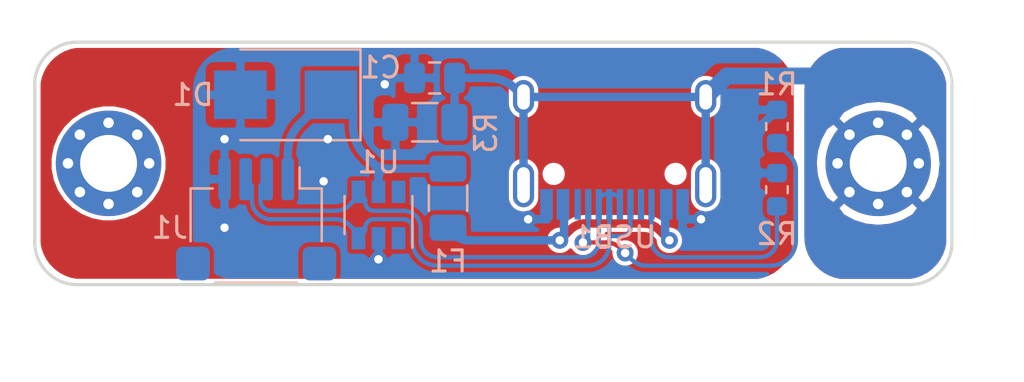
<source format=kicad_pcb>
(kicad_pcb (version 20171130) (host pcbnew "(5.1.4)-1")

  (general
    (thickness 1.6)
    (drawings 8)
    (tracks 735)
    (zones 0)
    (modules 11)
    (nets 9)
  )

  (page A4)
  (layers
    (0 F.Cu signal)
    (31 B.Cu signal)
    (32 B.Adhes user)
    (33 F.Adhes user)
    (34 B.Paste user)
    (35 F.Paste user)
    (36 B.SilkS user)
    (37 F.SilkS user)
    (38 B.Mask user)
    (39 F.Mask user)
    (40 Dwgs.User user)
    (41 Cmts.User user)
    (42 Eco1.User user)
    (43 Eco2.User user)
    (44 Edge.Cuts user)
    (45 Margin user)
    (46 B.CrtYd user)
    (47 F.CrtYd user)
    (48 B.Fab user)
    (49 F.Fab user)
  )

  (setup
    (last_trace_width 0.2)
    (trace_clearance 0.18)
    (zone_clearance 0.2)
    (zone_45_only no)
    (trace_min 0.2)
    (via_size 0.8)
    (via_drill 0.4)
    (via_min_size 0.4)
    (via_min_drill 0.3)
    (uvia_size 0.3)
    (uvia_drill 0.1)
    (uvias_allowed no)
    (uvia_min_size 0.2)
    (uvia_min_drill 0.1)
    (edge_width 0.15)
    (segment_width 0.2)
    (pcb_text_width 0.3)
    (pcb_text_size 1.5 1.5)
    (mod_edge_width 0.12)
    (mod_text_size 1 1)
    (mod_text_width 0.15)
    (pad_size 8 8)
    (pad_drill 4.3)
    (pad_to_mask_clearance 0.051)
    (solder_mask_min_width 0.25)
    (aux_axis_origin 0 0)
    (visible_elements 7FFFFFFF)
    (pcbplotparams
      (layerselection 0x010f0_ffffffff)
      (usegerberextensions false)
      (usegerberattributes false)
      (usegerberadvancedattributes false)
      (creategerberjobfile false)
      (excludeedgelayer true)
      (linewidth 0.100000)
      (plotframeref false)
      (viasonmask false)
      (mode 1)
      (useauxorigin false)
      (hpglpennumber 1)
      (hpglpenspeed 20)
      (hpglpendiameter 15.000000)
      (psnegative false)
      (psa4output false)
      (plotreference true)
      (plotvalue true)
      (plotinvisibletext false)
      (padsonsilk false)
      (subtractmaskfromsilk true)
      (outputformat 1)
      (mirror false)
      (drillshape 0)
      (scaleselection 1)
      (outputdirectory "gerbers/"))
  )

  (net 0 "")
  (net 1 GND)
  (net 2 SHIELD)
  (net 3 VBUS)
  (net 4 +5V)
  (net 5 "Net-(R1-Pad2)")
  (net 6 "Net-(R2-Pad2)")
  (net 7 D+)
  (net 8 D-)

  (net_class Default "This is the default net class."
    (clearance 0.18)
    (trace_width 0.2)
    (via_dia 0.8)
    (via_drill 0.4)
    (uvia_dia 0.3)
    (uvia_drill 0.1)
    (diff_pair_width 0.2)
    (diff_pair_gap 0.2)
    (add_net D+)
    (add_net D-)
    (add_net "Net-(R1-Pad2)")
    (add_net "Net-(R2-Pad2)")
    (add_net "Net-(U1-Pad1)")
    (add_net "Net-(U1-Pad6)")
    (add_net "Net-(USB1-Pad3)")
    (add_net "Net-(USB1-Pad9)")
  )

  (net_class Power ""
    (clearance 0.18)
    (trace_width 0.4)
    (via_dia 0.8)
    (via_drill 0.4)
    (uvia_dia 0.3)
    (uvia_drill 0.1)
    (diff_pair_width 0.4)
    (diff_pair_gap 0.2)
    (add_net +5V)
    (add_net GND)
    (add_net SHIELD)
    (add_net VBUS)
  )

  (module crokto:M2.5_Via_Hole (layer B.Cu) (tedit 6108F2F4) (tstamp 5FEB5799)
    (at 12.5 5.75 180)
    (descr "Mounting Hole 3.2mm, M3")
    (tags "mounting hole 3.2mm m3")
    (path /5FEB1045)
    (attr virtual)
    (fp_text reference H2 (at 0 4.2) (layer B.SilkS) hide
      (effects (font (size 1 1) (thickness 0.15)) (justify mirror))
    )
    (fp_text value MountingHole_Pad (at 0 -4.2) (layer B.Fab)
      (effects (font (size 1 1) (thickness 0.15)) (justify mirror))
    )
    (fp_circle (center 0 0) (end 2.8 0) (layer B.CrtYd) (width 0.1))
    (pad 1 thru_hole circle (at 1.361181 1.361181 180) (size 0.8 0.8) (drill 0.5) (layers *.Cu B.Mask)
      (net 2 SHIELD))
    (pad 1 thru_hole circle (at 0 1.925 180) (size 0.8 0.8) (drill 0.5) (layers *.Cu B.Mask)
      (net 2 SHIELD))
    (pad 1 thru_hole circle (at -1.361181 1.361181 180) (size 0.8 0.8) (drill 0.5) (layers *.Cu B.Mask)
      (net 2 SHIELD))
    (pad 1 thru_hole circle (at -1.925 0 180) (size 0.8 0.8) (drill 0.5) (layers *.Cu B.Mask)
      (net 2 SHIELD))
    (pad 1 thru_hole circle (at -1.361181 -1.361181 180) (size 0.8 0.8) (drill 0.5) (layers *.Cu B.Mask)
      (net 2 SHIELD))
    (pad 1 thru_hole circle (at 0 -1.925 180) (size 0.8 0.8) (drill 0.5) (layers *.Cu B.Mask)
      (net 2 SHIELD))
    (pad 1 thru_hole circle (at 1.361181 -1.361181 180) (size 0.8 0.8) (drill 0.5) (layers *.Cu B.Mask)
      (net 2 SHIELD))
    (pad 1 thru_hole circle (at 1.925 0 180) (size 0.8 0.8) (drill 0.5) (layers *.Cu B.Mask)
      (net 2 SHIELD))
    (pad 1 thru_hole circle (at 0 0 180) (size 5 5) (drill 2.7) (layers *.Cu *.Mask)
      (net 2 SHIELD))
  )

  (module crokto:M2.5_Via_Hole_NC (layer F.Cu) (tedit 6108F2ED) (tstamp 5FEB578B)
    (at -24 5.75 180)
    (descr "Mounting Hole 3.2mm, M3")
    (tags "mounting hole 3.2mm m3")
    (path /5FEB1323)
    (attr virtual)
    (fp_text reference H1 (at 0 -4.2) (layer F.SilkS) hide
      (effects (font (size 1 1) (thickness 0.15)))
    )
    (fp_text value MountingHole (at 0 4.2) (layer F.Fab)
      (effects (font (size 1 1) (thickness 0.15)))
    )
    (fp_circle (center 0 0) (end 2.8 0) (layer F.CrtYd) (width 0.1))
    (pad 1 thru_hole circle (at 1.361181 -1.361181 180) (size 0.8 0.8) (drill 0.5) (layers *.Cu F.Mask))
    (pad 1 thru_hole circle (at 0 -1.925 180) (size 0.8 0.8) (drill 0.5) (layers *.Cu F.Mask))
    (pad 1 thru_hole circle (at -1.361181 -1.361181 180) (size 0.8 0.8) (drill 0.5) (layers *.Cu F.Mask))
    (pad 1 thru_hole circle (at -1.925 0 180) (size 0.8 0.8) (drill 0.5) (layers *.Cu F.Mask))
    (pad 1 thru_hole circle (at -1.361181 1.361181 180) (size 0.8 0.8) (drill 0.5) (layers *.Cu F.Mask))
    (pad 1 thru_hole circle (at 0 1.925 180) (size 0.8 0.8) (drill 0.5) (layers *.Cu F.Mask))
    (pad 1 thru_hole circle (at 1.361181 1.361181 180) (size 0.8 0.8) (drill 0.5) (layers *.Cu F.Mask))
    (pad 1 thru_hole circle (at 1.925 0 180) (size 0.8 0.8) (drill 0.5) (layers *.Cu F.Mask))
    (pad 1 thru_hole circle (at 0 0 180) (size 5 5) (drill 2.7) (layers *.Cu F.Mask))
  )

  (module Type-C:HRO-TYPE-C-31-M-12-Assembly (layer B.Cu) (tedit 5E3A7DF4) (tstamp 5FEB5804)
    (at 0 0)
    (path /5FEAF32E)
    (attr smd)
    (fp_text reference USB1 (at 0 9.25) (layer B.SilkS)
      (effects (font (size 1 1) (thickness 0.15)) (justify mirror))
    )
    (fp_text value HRO-TYPE-C-31-M-12 (at 0 -1.15) (layer Dwgs.User)
      (effects (font (size 1 1) (thickness 0.15)))
    )
    (fp_line (start 3.75 8.5) (end 3.75 7.5) (layer B.CrtYd) (width 0.15))
    (fp_line (start -3.75 8.5) (end 3.75 8.5) (layer B.CrtYd) (width 0.15))
    (fp_line (start -3.75 7.5) (end -3.75 8.5) (layer B.CrtYd) (width 0.15))
    (fp_line (start -4.5 0) (end -4.5 7.5) (layer B.CrtYd) (width 0.15))
    (fp_line (start 4.5 0) (end -4.5 0) (layer B.CrtYd) (width 0.15))
    (fp_line (start 4.5 7.5) (end 4.5 0) (layer B.CrtYd) (width 0.15))
    (fp_line (start -4.5 7.5) (end 4.5 7.5) (layer B.CrtYd) (width 0.15))
    (fp_text user %R (at 0 9.25) (layer B.Fab)
      (effects (font (size 1 1) (thickness 0.15)) (justify mirror))
    )
    (fp_line (start -4.47 0) (end 4.47 0) (layer Dwgs.User) (width 0.15))
    (fp_line (start -4.47 0) (end -4.47 7.3) (layer Dwgs.User) (width 0.15))
    (fp_line (start 4.47 0) (end 4.47 7.3) (layer Dwgs.User) (width 0.15))
    (fp_line (start -4.47 7.3) (end 4.47 7.3) (layer Dwgs.User) (width 0.15))
    (pad 12 smd rect (at 3.225 7.695) (size 0.6 1.45) (layers B.Cu B.Paste B.Mask)
      (net 1 GND))
    (pad 1 smd rect (at -3.225 7.695) (size 0.6 1.45) (layers B.Cu B.Paste B.Mask)
      (net 1 GND))
    (pad 11 smd rect (at 2.45 7.695) (size 0.6 1.45) (layers B.Cu B.Paste B.Mask)
      (net 3 VBUS))
    (pad 2 smd rect (at -2.45 7.695) (size 0.6 1.45) (layers B.Cu B.Paste B.Mask)
      (net 3 VBUS))
    (pad 3 smd rect (at -1.75 7.695) (size 0.3 1.45) (layers B.Cu B.Paste B.Mask))
    (pad 10 smd rect (at 1.75 7.695) (size 0.3 1.45) (layers B.Cu B.Paste B.Mask)
      (net 6 "Net-(R2-Pad2)"))
    (pad 4 smd rect (at -1.25 7.695) (size 0.3 1.45) (layers B.Cu B.Paste B.Mask)
      (net 5 "Net-(R1-Pad2)"))
    (pad 9 smd rect (at 1.25 7.695) (size 0.3 1.45) (layers B.Cu B.Paste B.Mask))
    (pad 5 smd rect (at -0.75 7.695) (size 0.3 1.45) (layers B.Cu B.Paste B.Mask)
      (net 8 D-))
    (pad 8 smd rect (at 0.75 7.695) (size 0.3 1.45) (layers B.Cu B.Paste B.Mask)
      (net 7 D+))
    (pad 7 smd rect (at 0.25 7.695) (size 0.3 1.45) (layers B.Cu B.Paste B.Mask)
      (net 8 D-))
    (pad 6 smd rect (at -0.25 7.695) (size 0.3 1.45) (layers B.Cu B.Paste B.Mask)
      (net 7 D+))
    (pad "" np_thru_hole circle (at 2.89 6.25) (size 0.65 0.65) (drill 0.65) (layers *.Cu *.Mask))
    (pad "" np_thru_hole circle (at -2.89 6.25) (size 0.65 0.65) (drill 0.65) (layers *.Cu *.Mask))
    (pad 13 thru_hole oval (at -4.32 6.78) (size 1 2.1) (drill oval 0.6 1.7) (layers *.Cu *.Mask)
      (net 2 SHIELD))
    (pad 13 thru_hole oval (at 4.32 6.78) (size 1 2.1) (drill oval 0.6 1.7) (layers *.Cu *.Mask)
      (net 2 SHIELD))
    (pad 13 thru_hole oval (at -4.32 2.6) (size 1 1.6) (drill oval 0.6 1.2) (layers *.Cu *.Mask)
      (net 2 SHIELD))
    (pad 13 thru_hole oval (at 4.32 2.6) (size 1 1.6) (drill oval 0.6 1.2) (layers *.Cu *.Mask)
      (net 2 SHIELD))
    (model "C:/Users/Chris/Google Drive/Sync Drive/KiCad/libs/Type-C.pretty/HRO  TYPE-C-31-M-12.step"
      (offset (xyz -4.47 0 0))
      (scale (xyz 1 1 1))
      (rotate (xyz 90 180 180))
    )
  )

  (module Capacitor_SMD:C_0805_2012Metric (layer B.Cu) (tedit 5F68FEEE) (tstamp 6021FE98)
    (at -8.5375 1.7 180)
    (descr "Capacitor SMD 0805 (2012 Metric), square (rectangular) end terminal, IPC_7351 nominal, (Body size source: IPC-SM-782 page 76, https://www.pcb-3d.com/wordpress/wp-content/uploads/ipc-sm-782a_amendment_1_and_2.pdf, https://docs.google.com/spreadsheets/d/1BsfQQcO9C6DZCsRaXUlFlo91Tg2WpOkGARC1WS5S8t0/edit?usp=sharing), generated with kicad-footprint-generator")
    (tags capacitor)
    (path /5FEB0B27)
    (attr smd)
    (fp_text reference C1 (at 2.5625 0.5) (layer B.SilkS)
      (effects (font (size 1 1) (thickness 0.15)) (justify mirror))
    )
    (fp_text value 470n (at 0 1.7) (layer B.Fab)
      (effects (font (size 1 1) (thickness 0.15)) (justify mirror))
    )
    (fp_line (start -1 -0.625) (end -1 0.625) (layer B.Fab) (width 0.1))
    (fp_line (start -1 0.625) (end 1 0.625) (layer B.Fab) (width 0.1))
    (fp_line (start 1 0.625) (end 1 -0.625) (layer B.Fab) (width 0.1))
    (fp_line (start 1 -0.625) (end -1 -0.625) (layer B.Fab) (width 0.1))
    (fp_line (start -0.261252 0.735) (end 0.261252 0.735) (layer B.SilkS) (width 0.12))
    (fp_line (start -0.261252 -0.735) (end 0.261252 -0.735) (layer B.SilkS) (width 0.12))
    (fp_line (start -1.7 -0.98) (end -1.7 0.98) (layer B.CrtYd) (width 0.05))
    (fp_line (start -1.7 0.98) (end 1.7 0.98) (layer B.CrtYd) (width 0.05))
    (fp_line (start 1.7 0.98) (end 1.7 -0.98) (layer B.CrtYd) (width 0.05))
    (fp_line (start 1.7 -0.98) (end -1.7 -0.98) (layer B.CrtYd) (width 0.05))
    (fp_text user %R (at 0 0) (layer B.Fab)
      (effects (font (size 0.5 0.5) (thickness 0.08)) (justify mirror))
    )
    (pad 1 smd roundrect (at -0.95 0 180) (size 1 1.45) (layers B.Cu B.Paste B.Mask) (roundrect_rratio 0.25)
      (net 2 SHIELD))
    (pad 2 smd roundrect (at 0.95 0 180) (size 1 1.45) (layers B.Cu B.Paste B.Mask) (roundrect_rratio 0.25)
      (net 1 GND))
    (model ${KISYS3DMOD}/Capacitor_SMD.3dshapes/C_0805_2012Metric.wrl
      (at (xyz 0 0 0))
      (scale (xyz 1 1 1))
      (rotate (xyz 0 0 0))
    )
  )

  (module Diode_SMD:D_SMB (layer B.Cu) (tedit 58645DF3) (tstamp 604407C2)
    (at -15.6 2.5 180)
    (descr "Diode SMB (DO-214AA)")
    (tags "Diode SMB (DO-214AA)")
    (path /604674B7)
    (attr smd)
    (fp_text reference D1 (at 4.4 0) (layer B.SilkS)
      (effects (font (size 1 1) (thickness 0.15)) (justify mirror))
    )
    (fp_text value D_TVS (at 0 3.2) (layer B.Fab)
      (effects (font (size 1 1) (thickness 0.15)) (justify mirror))
    )
    (fp_line (start -3.55 2.15) (end 2.15 2.15) (layer B.SilkS) (width 0.12))
    (fp_line (start -3.55 -2.15) (end 2.15 -2.15) (layer B.SilkS) (width 0.12))
    (fp_line (start -0.64944 -0.00102) (end 0.50118 0.79908) (layer B.Fab) (width 0.1))
    (fp_line (start -0.64944 -0.00102) (end 0.50118 -0.75032) (layer B.Fab) (width 0.1))
    (fp_line (start 0.50118 -0.75032) (end 0.50118 0.79908) (layer B.Fab) (width 0.1))
    (fp_line (start -0.64944 0.79908) (end -0.64944 -0.80112) (layer B.Fab) (width 0.1))
    (fp_line (start 0.50118 -0.00102) (end 1.4994 -0.00102) (layer B.Fab) (width 0.1))
    (fp_line (start -0.64944 -0.00102) (end -1.55114 -0.00102) (layer B.Fab) (width 0.1))
    (fp_line (start -3.65 -2.25) (end -3.65 2.25) (layer B.CrtYd) (width 0.05))
    (fp_line (start 3.65 -2.25) (end -3.65 -2.25) (layer B.CrtYd) (width 0.05))
    (fp_line (start 3.65 2.25) (end 3.65 -2.25) (layer B.CrtYd) (width 0.05))
    (fp_line (start -3.65 2.25) (end 3.65 2.25) (layer B.CrtYd) (width 0.05))
    (fp_line (start 2.3 2) (end -2.3 2) (layer B.Fab) (width 0.1))
    (fp_line (start 2.3 2) (end 2.3 -2) (layer B.Fab) (width 0.1))
    (fp_line (start -2.3 -2) (end -2.3 2) (layer B.Fab) (width 0.1))
    (fp_line (start 2.3 -2) (end -2.3 -2) (layer B.Fab) (width 0.1))
    (fp_line (start -3.55 2.15) (end -3.55 -2.15) (layer B.SilkS) (width 0.12))
    (fp_text user %R (at 0 3) (layer B.SilkS) hide
      (effects (font (size 1 1) (thickness 0.15)) (justify mirror))
    )
    (pad 2 smd rect (at 2.15 0 180) (size 2.5 2.3) (layers B.Cu B.Paste B.Mask)
      (net 1 GND))
    (pad 1 smd rect (at -2.15 0 180) (size 2.5 2.3) (layers B.Cu B.Paste B.Mask)
      (net 4 +5V))
    (model ${KISYS3DMOD}/Diode_SMD.3dshapes/D_SMB.wrl
      (at (xyz 0 0 0))
      (scale (xyz 1 1 1))
      (rotate (xyz 0 0 0))
    )
  )

  (module crokto:JST_SH_SM04B-SRSS-TB_1x04-1MP_P1.00mm_Horizontal (layer B.Cu) (tedit 6021410B) (tstamp 602229D8)
    (at -17 11.3 180)
    (descr "JST SH series connector, SM04B-SRSS-TB (http://www.jst-mfg.com/product/pdf/eng/eSH.pdf), generated with kicad-footprint-generator")
    (tags "connector JST SH top entry")
    (path /5FEC6F34)
    (attr smd)
    (fp_text reference J1 (at 4.1 2.5 180) (layer B.SilkS)
      (effects (font (size 1 1) (thickness 0.15)) (justify mirror))
    )
    (fp_text value JST_SH_SM04B-SRSS-TB_1x04 (at 0 -3.98 180) (layer B.Fab)
      (effects (font (size 1 1) (thickness 0.15)) (justify mirror))
    )
    (fp_text user %R (at 0 -1.4 180) (layer B.Fab)
      (effects (font (size 1 1) (thickness 0.15)) (justify mirror))
    )
    (fp_line (start -3 4.25) (end 3 4.25) (layer B.Fab) (width 0.1))
    (fp_line (start -3.11 1.86) (end -3.11 4.36) (layer B.SilkS) (width 0.12))
    (fp_line (start -3.11 4.36) (end -2.06 4.36) (layer B.SilkS) (width 0.12))
    (fp_line (start -2.06 4.36) (end -2.06 5.35) (layer B.SilkS) (width 0.12))
    (fp_line (start 3.11 1.86) (end 3.11 4.36) (layer B.SilkS) (width 0.12))
    (fp_line (start 3.11 4.36) (end 2.06 4.36) (layer B.SilkS) (width 0.12))
    (fp_line (start -1.94 -0.11) (end 1.94 -0.11) (layer B.SilkS) (width 0.12))
    (fp_line (start -3 0) (end 3 0) (layer B.Fab) (width 0.1))
    (fp_line (start -3 4.25) (end -3 0) (layer B.Fab) (width 0.1))
    (fp_line (start 3 4.25) (end 3 0) (layer B.Fab) (width 0.1))
    (fp_line (start -3.9 5.855) (end -3.9 -0.705) (layer B.CrtYd) (width 0.05))
    (fp_line (start -3.9 -0.705) (end 3.9 -0.705) (layer B.CrtYd) (width 0.05))
    (fp_line (start 3.9 -0.705) (end 3.9 5.855) (layer B.CrtYd) (width 0.05))
    (fp_line (start 3.9 5.855) (end -3.9 5.855) (layer B.CrtYd) (width 0.05))
    (fp_line (start -2 4.25) (end -1.5 3.542893) (layer B.Fab) (width 0.1))
    (fp_line (start -1.5 3.542893) (end -1 4.25) (layer B.Fab) (width 0.1))
    (pad 1 smd roundrect (at -1.5 4.8 180) (size 0.6 2) (layers B.Cu B.Paste B.Mask) (roundrect_rratio 0.25)
      (net 4 +5V))
    (pad 2 smd roundrect (at -0.5 4.8 180) (size 0.6 2) (layers B.Cu B.Paste B.Mask) (roundrect_rratio 0.25)
      (net 8 D-))
    (pad 3 smd roundrect (at 0.5 4.8 180) (size 0.6 2) (layers B.Cu B.Paste B.Mask) (roundrect_rratio 0.25)
      (net 7 D+))
    (pad 4 smd roundrect (at 1.5 4.8 180) (size 0.6 2) (layers B.Cu B.Paste B.Mask) (roundrect_rratio 0.25)
      (net 1 GND))
    (pad MP smd roundrect (at -3 0.8 180) (size 1.6 1.6) (layers B.Cu B.Paste B.Mask) (roundrect_rratio 0.2))
    (pad MP smd roundrect (at 3 0.8 180) (size 1.6 1.6) (layers B.Cu B.Paste B.Mask) (roundrect_rratio 0.2))
    (model C:/Users/Chris/Documents/GitHub/squatterboard/dboard/libs/crokto.pretty/SM04B-SRSS-TB.STEP
      (offset (xyz 0 3.875 -0.305))
      (scale (xyz 1 1 1))
      (rotate (xyz -90 0 0))
    )
  )

  (module Package_TO_SOT_SMD:SOT-23-6 (layer B.Cu) (tedit 5A02FF57) (tstamp 5FEB57E2)
    (at -11.2 8.2 90)
    (descr "6-pin SOT-23 package")
    (tags SOT-23-6)
    (path /5FEAF7BF)
    (attr smd)
    (fp_text reference U1 (at 2.5 0 180) (layer B.SilkS)
      (effects (font (size 1 1) (thickness 0.15)) (justify mirror))
    )
    (fp_text value SRV05-4 (at -2.7 1.6 180) (layer B.Fab)
      (effects (font (size 1 1) (thickness 0.15)) (justify mirror))
    )
    (fp_line (start 0.9 1.55) (end 0.9 -1.55) (layer B.Fab) (width 0.1))
    (fp_line (start 0.9 -1.55) (end -0.9 -1.55) (layer B.Fab) (width 0.1))
    (fp_line (start -0.9 0.9) (end -0.9 -1.55) (layer B.Fab) (width 0.1))
    (fp_line (start 0.9 1.55) (end -0.25 1.55) (layer B.Fab) (width 0.1))
    (fp_line (start -0.9 0.9) (end -0.25 1.55) (layer B.Fab) (width 0.1))
    (fp_line (start -1.9 1.8) (end -1.9 -1.8) (layer B.CrtYd) (width 0.05))
    (fp_line (start -1.9 -1.8) (end 1.9 -1.8) (layer B.CrtYd) (width 0.05))
    (fp_line (start 1.9 -1.8) (end 1.9 1.8) (layer B.CrtYd) (width 0.05))
    (fp_line (start 1.9 1.8) (end -1.9 1.8) (layer B.CrtYd) (width 0.05))
    (fp_line (start 0.9 1.61) (end -1.55 1.61) (layer B.SilkS) (width 0.12))
    (fp_line (start -0.9 -1.61) (end 0.9 -1.61) (layer B.SilkS) (width 0.12))
    (fp_text user %R (at 0 0 180) (layer B.Fab)
      (effects (font (size 0.5 0.5) (thickness 0.075)) (justify mirror))
    )
    (pad 5 smd rect (at 1.1 0 90) (size 1.06 0.65) (layers B.Cu B.Paste B.Mask)
      (net 4 +5V))
    (pad 6 smd rect (at 1.1 0.95 90) (size 1.06 0.65) (layers B.Cu B.Paste B.Mask))
    (pad 4 smd rect (at 1.1 -0.95 90) (size 1.06 0.65) (layers B.Cu B.Paste B.Mask)
      (net 8 D-))
    (pad 3 smd rect (at -1.1 -0.95 90) (size 1.06 0.65) (layers B.Cu B.Paste B.Mask)
      (net 7 D+))
    (pad 2 smd rect (at -1.1 0 90) (size 1.06 0.65) (layers B.Cu B.Paste B.Mask)
      (net 1 GND))
    (pad 1 smd rect (at -1.1 0.95 90) (size 1.06 0.65) (layers B.Cu B.Paste B.Mask))
    (model ${KISYS3DMOD}/Package_TO_SOT_SMD.3dshapes/SOT-23-6.wrl
      (at (xyz 0 0 0))
      (scale (xyz 1 1 1))
      (rotate (xyz 0 0 0))
    )
  )

  (module Resistor_SMD:R_1206_3216Metric (layer B.Cu) (tedit 5B301BBD) (tstamp 5FEB57CC)
    (at -9 3.8 180)
    (descr "Resistor SMD 1206 (3216 Metric), square (rectangular) end terminal, IPC_7351 nominal, (Body size source: http://www.tortai-tech.com/upload/download/2011102023233369053.pdf), generated with kicad-footprint-generator")
    (tags resistor)
    (path /5FEB31E8)
    (attr smd)
    (fp_text reference R3 (at -2.9 -0.5 270) (layer B.SilkS)
      (effects (font (size 1 1) (thickness 0.15)) (justify mirror))
    )
    (fp_text value 1M (at -3.4 0) (layer B.Fab)
      (effects (font (size 1 1) (thickness 0.15)) (justify mirror))
    )
    (fp_text user %R (at 0 0) (layer B.Fab)
      (effects (font (size 0.8 0.8) (thickness 0.12)) (justify mirror))
    )
    (fp_line (start 2.28 -1.12) (end -2.28 -1.12) (layer B.CrtYd) (width 0.05))
    (fp_line (start 2.28 1.12) (end 2.28 -1.12) (layer B.CrtYd) (width 0.05))
    (fp_line (start -2.28 1.12) (end 2.28 1.12) (layer B.CrtYd) (width 0.05))
    (fp_line (start -2.28 -1.12) (end -2.28 1.12) (layer B.CrtYd) (width 0.05))
    (fp_line (start -0.602064 -0.91) (end 0.602064 -0.91) (layer B.SilkS) (width 0.12))
    (fp_line (start -0.602064 0.91) (end 0.602064 0.91) (layer B.SilkS) (width 0.12))
    (fp_line (start 1.6 -0.8) (end -1.6 -0.8) (layer B.Fab) (width 0.1))
    (fp_line (start 1.6 0.8) (end 1.6 -0.8) (layer B.Fab) (width 0.1))
    (fp_line (start -1.6 0.8) (end 1.6 0.8) (layer B.Fab) (width 0.1))
    (fp_line (start -1.6 -0.8) (end -1.6 0.8) (layer B.Fab) (width 0.1))
    (pad 2 smd roundrect (at 1.4 0 180) (size 1.25 1.75) (layers B.Cu B.Paste B.Mask) (roundrect_rratio 0.2)
      (net 1 GND))
    (pad 1 smd roundrect (at -1.4 0 180) (size 1.25 1.75) (layers B.Cu B.Paste B.Mask) (roundrect_rratio 0.2)
      (net 2 SHIELD))
    (model ${KISYS3DMOD}/Resistor_SMD.3dshapes/R_1206_3216Metric.wrl
      (at (xyz 0 0 0))
      (scale (xyz 1 1 1))
      (rotate (xyz 0 0 0))
    )
  )

  (module Resistor_SMD:R_0603_1608Metric (layer B.Cu) (tedit 5B301BBD) (tstamp 60235F10)
    (at 7.7 7 270)
    (descr "Resistor SMD 0603 (1608 Metric), square (rectangular) end terminal, IPC_7351 nominal, (Body size source: http://www.tortai-tech.com/upload/download/2011102023233369053.pdf), generated with kicad-footprint-generator")
    (tags resistor)
    (path /5FEB5827)
    (attr smd)
    (fp_text reference R2 (at 2.1 0 180) (layer B.SilkS)
      (effects (font (size 1 1) (thickness 0.15)) (justify mirror))
    )
    (fp_text value 5.1K (at 0.4 1.5 90) (layer B.Fab)
      (effects (font (size 1 1) (thickness 0.15)) (justify mirror))
    )
    (fp_text user %R (at 0 0 90) (layer B.Fab)
      (effects (font (size 0.4 0.4) (thickness 0.06)) (justify mirror))
    )
    (fp_line (start 1.48 -0.73) (end -1.48 -0.73) (layer B.CrtYd) (width 0.05))
    (fp_line (start 1.48 0.73) (end 1.48 -0.73) (layer B.CrtYd) (width 0.05))
    (fp_line (start -1.48 0.73) (end 1.48 0.73) (layer B.CrtYd) (width 0.05))
    (fp_line (start -1.48 -0.73) (end -1.48 0.73) (layer B.CrtYd) (width 0.05))
    (fp_line (start -0.162779 -0.51) (end 0.162779 -0.51) (layer B.SilkS) (width 0.12))
    (fp_line (start -0.162779 0.51) (end 0.162779 0.51) (layer B.SilkS) (width 0.12))
    (fp_line (start 0.8 -0.4) (end -0.8 -0.4) (layer B.Fab) (width 0.1))
    (fp_line (start 0.8 0.4) (end 0.8 -0.4) (layer B.Fab) (width 0.1))
    (fp_line (start -0.8 0.4) (end 0.8 0.4) (layer B.Fab) (width 0.1))
    (fp_line (start -0.8 -0.4) (end -0.8 0.4) (layer B.Fab) (width 0.1))
    (pad 2 smd roundrect (at 0.7875 0 270) (size 0.875 0.95) (layers B.Cu B.Paste B.Mask) (roundrect_rratio 0.25)
      (net 6 "Net-(R2-Pad2)"))
    (pad 1 smd roundrect (at -0.7875 0 270) (size 0.875 0.95) (layers B.Cu B.Paste B.Mask) (roundrect_rratio 0.25)
      (net 1 GND))
    (model ${KISYS3DMOD}/Resistor_SMD.3dshapes/R_0603_1608Metric.wrl
      (at (xyz 0 0 0))
      (scale (xyz 1 1 1))
      (rotate (xyz 0 0 0))
    )
  )

  (module Resistor_SMD:R_0603_1608Metric (layer B.Cu) (tedit 5B301BBD) (tstamp 602209B5)
    (at 7.7 4 270)
    (descr "Resistor SMD 0603 (1608 Metric), square (rectangular) end terminal, IPC_7351 nominal, (Body size source: http://www.tortai-tech.com/upload/download/2011102023233369053.pdf), generated with kicad-footprint-generator")
    (tags resistor)
    (path /5FEB0819)
    (attr smd)
    (fp_text reference R1 (at -2 0) (layer B.SilkS)
      (effects (font (size 1 1) (thickness 0.15)) (justify mirror))
    )
    (fp_text value 5.1K (at -0.7 1.4 270) (layer B.Fab)
      (effects (font (size 1 1) (thickness 0.15)) (justify mirror))
    )
    (fp_text user %R (at 0 0 270) (layer B.Fab)
      (effects (font (size 0.4 0.4) (thickness 0.06)) (justify mirror))
    )
    (fp_line (start 1.48 -0.73) (end -1.48 -0.73) (layer B.CrtYd) (width 0.05))
    (fp_line (start 1.48 0.73) (end 1.48 -0.73) (layer B.CrtYd) (width 0.05))
    (fp_line (start -1.48 0.73) (end 1.48 0.73) (layer B.CrtYd) (width 0.05))
    (fp_line (start -1.48 -0.73) (end -1.48 0.73) (layer B.CrtYd) (width 0.05))
    (fp_line (start -0.162779 -0.51) (end 0.162779 -0.51) (layer B.SilkS) (width 0.12))
    (fp_line (start -0.162779 0.51) (end 0.162779 0.51) (layer B.SilkS) (width 0.12))
    (fp_line (start 0.8 -0.4) (end -0.8 -0.4) (layer B.Fab) (width 0.1))
    (fp_line (start 0.8 0.4) (end 0.8 -0.4) (layer B.Fab) (width 0.1))
    (fp_line (start -0.8 0.4) (end 0.8 0.4) (layer B.Fab) (width 0.1))
    (fp_line (start -0.8 -0.4) (end -0.8 0.4) (layer B.Fab) (width 0.1))
    (pad 2 smd roundrect (at 0.7875 0 270) (size 0.875 0.95) (layers B.Cu B.Paste B.Mask) (roundrect_rratio 0.25)
      (net 5 "Net-(R1-Pad2)"))
    (pad 1 smd roundrect (at -0.7875 0 270) (size 0.875 0.95) (layers B.Cu B.Paste B.Mask) (roundrect_rratio 0.25)
      (net 1 GND))
    (model ${KISYS3DMOD}/Resistor_SMD.3dshapes/R_0603_1608Metric.wrl
      (at (xyz 0 0 0))
      (scale (xyz 1 1 1))
      (rotate (xyz 0 0 0))
    )
  )

  (module Fuse:Fuse_1206_3216Metric (layer B.Cu) (tedit 5B301BBE) (tstamp 6021F266)
    (at -7.9 7.4 270)
    (descr "Fuse SMD 1206 (3216 Metric), square (rectangular) end terminal, IPC_7351 nominal, (Body size source: http://www.tortai-tech.com/upload/download/2011102023233369053.pdf), generated with kicad-footprint-generator")
    (tags resistor)
    (path /5FEB003C)
    (attr smd)
    (fp_text reference F1 (at 3 0) (layer B.SilkS)
      (effects (font (size 1 1) (thickness 0.15)) (justify mirror))
    )
    (fp_text value 500mA (at 0 -1.82 270) (layer B.Fab)
      (effects (font (size 1 1) (thickness 0.15)) (justify mirror))
    )
    (fp_text user %R (at 0 0 270) (layer B.Fab)
      (effects (font (size 0.8 0.8) (thickness 0.12)) (justify mirror))
    )
    (fp_line (start 2.28 -1.12) (end -2.28 -1.12) (layer B.CrtYd) (width 0.05))
    (fp_line (start 2.28 1.12) (end 2.28 -1.12) (layer B.CrtYd) (width 0.05))
    (fp_line (start -2.28 1.12) (end 2.28 1.12) (layer B.CrtYd) (width 0.05))
    (fp_line (start -2.28 -1.12) (end -2.28 1.12) (layer B.CrtYd) (width 0.05))
    (fp_line (start -0.602064 -0.91) (end 0.602064 -0.91) (layer B.SilkS) (width 0.12))
    (fp_line (start -0.602064 0.91) (end 0.602064 0.91) (layer B.SilkS) (width 0.12))
    (fp_line (start 1.6 -0.8) (end -1.6 -0.8) (layer B.Fab) (width 0.1))
    (fp_line (start 1.6 0.8) (end 1.6 -0.8) (layer B.Fab) (width 0.1))
    (fp_line (start -1.6 0.8) (end 1.6 0.8) (layer B.Fab) (width 0.1))
    (fp_line (start -1.6 -0.8) (end -1.6 0.8) (layer B.Fab) (width 0.1))
    (pad 2 smd roundrect (at 1.4 0 270) (size 1.25 1.75) (layers B.Cu B.Paste B.Mask) (roundrect_rratio 0.2)
      (net 3 VBUS))
    (pad 1 smd roundrect (at -1.4 0 270) (size 1.25 1.75) (layers B.Cu B.Paste B.Mask) (roundrect_rratio 0.2)
      (net 4 +5V))
    (model ${KISYS3DMOD}/Fuse.3dshapes/Fuse_1206_3216Metric.wrl
      (at (xyz 0 0 0))
      (scale (xyz 1 1 1))
      (rotate (xyz 0 0 0))
    )
  )

  (gr_arc (start 14 9.5) (end 14 11.5) (angle -90) (layer Edge.Cuts) (width 0.15))
  (gr_arc (start 14 2) (end 16 2) (angle -90) (layer Edge.Cuts) (width 0.12))
  (gr_arc (start -25.5 9.5) (end -27.5 9.5) (angle -90) (layer Edge.Cuts) (width 0.15))
  (gr_arc (start -25.5 2) (end -25.5 0) (angle -90) (layer Edge.Cuts) (width 0.15))
  (gr_line (start 16 9.5) (end 16 2) (layer Edge.Cuts) (width 0.15))
  (gr_line (start -25.5 11.5) (end 14 11.5) (layer Edge.Cuts) (width 0.15))
  (gr_line (start -27.5 2) (end -27.5 9.5) (layer Edge.Cuts) (width 0.15))
  (gr_line (start 14 0) (end -25.5 0) (layer Edge.Cuts) (width 0.15))

  (segment (start 3.2 8.2) (end 3.2 8.3) (width 0.4) (layer B.Cu) (net 1))
  (via (at -4.1 8.4) (size 0.8) (drill 0.4) (layers F.Cu B.Cu) (net 1))
  (segment (start -4.1 8.4) (end -3.2 8.4) (width 0.4) (layer B.Cu) (net 1))
  (segment (start 3.2 8.4) (end 4.1 8.4) (width 0.4) (layer B.Cu) (net 1))
  (via (at 4.1 8.4) (size 0.8) (drill 0.4) (layers F.Cu B.Cu) (net 1))
  (via (at -11.2 10.3) (size 0.8) (drill 0.4) (layers F.Cu B.Cu) (net 1))
  (segment (start -11.2 9.3) (end -11.2 10.3) (width 0.4) (layer B.Cu) (net 1))
  (segment (start 4.517157 8.817157) (end 4.1 8.4) (width 0.4) (layer B.Cu) (net 1))
  (segment (start 4.517157 8.817157) (end 4.551485 8.84984) (width 0.4) (layer B.Cu) (net 1) (tstamp D9))
  (segment (start 4.551485 8.84984) (end 4.587375 8.880799) (width 0.4) (layer B.Cu) (net 1) (tstamp D9))
  (segment (start 4.587375 8.880799) (end 4.624741 8.90996) (width 0.4) (layer B.Cu) (net 1) (tstamp D9))
  (segment (start 4.624741 8.90996) (end 4.663493 8.937252) (width 0.4) (layer B.Cu) (net 1) (tstamp D9))
  (segment (start 4.663493 8.937252) (end 4.703538 8.96261) (width 0.4) (layer B.Cu) (net 1) (tstamp D9))
  (segment (start 4.703538 8.96261) (end 4.744778 8.985972) (width 0.4) (layer B.Cu) (net 1) (tstamp D9))
  (segment (start 4.744778 8.985972) (end 4.787116 9.007283) (width 0.4) (layer B.Cu) (net 1) (tstamp D9))
  (segment (start 4.787116 9.007283) (end 4.830448 9.026491) (width 0.4) (layer B.Cu) (net 1) (tstamp D9))
  (segment (start 4.830448 9.026491) (end 4.87467 9.043549) (width 0.4) (layer B.Cu) (net 1) (tstamp D9))
  (segment (start 4.87467 9.043549) (end 4.919676 9.058417) (width 0.4) (layer B.Cu) (net 1) (tstamp D9))
  (segment (start 4.919676 9.058417) (end 4.965357 9.071059) (width 0.4) (layer B.Cu) (net 1) (tstamp D9))
  (segment (start 4.965357 9.071059) (end 5.011604 9.081444) (width 0.4) (layer B.Cu) (net 1) (tstamp D9))
  (segment (start 5.011604 9.081444) (end 5.058304 9.089547) (width 0.4) (layer B.Cu) (net 1) (tstamp D9))
  (segment (start 5.058304 9.089547) (end 5.105346 9.095349) (width 0.4) (layer B.Cu) (net 1) (tstamp D9))
  (segment (start 5.105346 9.095349) (end 5.152616 9.098836) (width 0.4) (layer B.Cu) (net 1) (tstamp D9))
  (segment (start 5.152616 9.098836) (end 5.2 9.1) (width 0.4) (layer B.Cu) (net 1) (tstamp D9))
  (segment (start 3.782842 8.082842) (end 4.1 8.4) (width 0.4) (layer F.Cu) (net 1))
  (segment (start 3.782842 8.082842) (end 3.748514 8.050159) (width 0.4) (layer F.Cu) (net 1) (tstamp D9))
  (segment (start 3.748514 8.050159) (end 3.712623 8.019199) (width 0.4) (layer F.Cu) (net 1) (tstamp D9))
  (segment (start 3.712623 8.019199) (end 3.675257 7.990039) (width 0.4) (layer F.Cu) (net 1) (tstamp D9))
  (segment (start 3.675257 7.990039) (end 3.636505 7.962746) (width 0.4) (layer F.Cu) (net 1) (tstamp D9))
  (segment (start 3.636505 7.962746) (end 3.596461 7.937388) (width 0.4) (layer F.Cu) (net 1) (tstamp D9))
  (segment (start 3.596461 7.937388) (end 3.55522 7.914026) (width 0.4) (layer F.Cu) (net 1) (tstamp D9))
  (segment (start 3.55522 7.914026) (end 3.512883 7.892715) (width 0.4) (layer F.Cu) (net 1) (tstamp D9))
  (segment (start 3.512883 7.892715) (end 3.469551 7.873507) (width 0.4) (layer F.Cu) (net 1) (tstamp D9))
  (segment (start 3.469551 7.873507) (end 3.425329 7.856449) (width 0.4) (layer F.Cu) (net 1) (tstamp D9))
  (segment (start 3.425329 7.856449) (end 3.380323 7.841581) (width 0.4) (layer F.Cu) (net 1) (tstamp D9))
  (segment (start 3.380323 7.841581) (end 3.334642 7.828939) (width 0.4) (layer F.Cu) (net 1) (tstamp D9))
  (segment (start 3.334642 7.828939) (end 3.288395 7.818554) (width 0.4) (layer F.Cu) (net 1) (tstamp D9))
  (segment (start 3.288395 7.818554) (end 3.241695 7.810451) (width 0.4) (layer F.Cu) (net 1) (tstamp D9))
  (segment (start 3.241695 7.810451) (end 3.194653 7.804649) (width 0.4) (layer F.Cu) (net 1) (tstamp D9))
  (segment (start 3.194653 7.804649) (end 3.147383 7.801162) (width 0.4) (layer F.Cu) (net 1) (tstamp D9))
  (segment (start 3.147383 7.801162) (end 3.1 7.8) (width 0.4) (layer F.Cu) (net 1) (tstamp D9))
  (segment (start -3.782842 8.082842) (end -4.1 8.4) (width 0.4) (layer F.Cu) (net 1))
  (segment (start -3.782842 8.082842) (end -3.748514 8.050159) (width 0.4) (layer F.Cu) (net 1) (tstamp D9))
  (segment (start -3.748514 8.050159) (end -3.712623 8.019199) (width 0.4) (layer F.Cu) (net 1) (tstamp D9))
  (segment (start -3.712623 8.019199) (end -3.675257 7.990039) (width 0.4) (layer F.Cu) (net 1) (tstamp D9))
  (segment (start -3.675257 7.990039) (end -3.636505 7.962746) (width 0.4) (layer F.Cu) (net 1) (tstamp D9))
  (segment (start -3.636505 7.962746) (end -3.596461 7.937388) (width 0.4) (layer F.Cu) (net 1) (tstamp D9))
  (segment (start -3.596461 7.937388) (end -3.55522 7.914026) (width 0.4) (layer F.Cu) (net 1) (tstamp D9))
  (segment (start -3.55522 7.914026) (end -3.512883 7.892715) (width 0.4) (layer F.Cu) (net 1) (tstamp D9))
  (segment (start -3.512883 7.892715) (end -3.469551 7.873507) (width 0.4) (layer F.Cu) (net 1) (tstamp D9))
  (segment (start -3.469551 7.873507) (end -3.425329 7.856449) (width 0.4) (layer F.Cu) (net 1) (tstamp D9))
  (segment (start -3.425329 7.856449) (end -3.380323 7.841581) (width 0.4) (layer F.Cu) (net 1) (tstamp D9))
  (segment (start -3.380323 7.841581) (end -3.334642 7.828939) (width 0.4) (layer F.Cu) (net 1) (tstamp D9))
  (segment (start -3.334642 7.828939) (end -3.288395 7.818554) (width 0.4) (layer F.Cu) (net 1) (tstamp D9))
  (segment (start -3.288395 7.818554) (end -3.241695 7.810451) (width 0.4) (layer F.Cu) (net 1) (tstamp D9))
  (segment (start -3.241695 7.810451) (end -3.194653 7.804649) (width 0.4) (layer F.Cu) (net 1) (tstamp D9))
  (segment (start -3.194653 7.804649) (end -3.147383 7.801162) (width 0.4) (layer F.Cu) (net 1) (tstamp D9))
  (segment (start -3.147383 7.801162) (end -3.1 7.8) (width 0.4) (layer F.Cu) (net 1) (tstamp D9))
  (segment (start -3.1 7.8) (end 3.1 7.8) (width 0.4) (layer F.Cu) (net 1))
  (segment (start -5.434314 9.734314) (end -4.1 8.4) (width 0.4) (layer F.Cu) (net 1))
  (segment (start -5.434314 9.734314) (end -5.50297 9.79968) (width 0.4) (layer F.Cu) (net 1) (tstamp D9))
  (segment (start -5.50297 9.79968) (end -5.57475 9.861598) (width 0.4) (layer F.Cu) (net 1) (tstamp D9))
  (segment (start -5.57475 9.861598) (end -5.649483 9.91992) (width 0.4) (layer F.Cu) (net 1) (tstamp D9))
  (segment (start -5.649483 9.91992) (end -5.726987 9.974504) (width 0.4) (layer F.Cu) (net 1) (tstamp D9))
  (segment (start -5.726987 9.974504) (end -5.807076 10.02522) (width 0.4) (layer F.Cu) (net 1) (tstamp D9))
  (segment (start -5.807076 10.02522) (end -5.889557 10.071945) (width 0.4) (layer F.Cu) (net 1) (tstamp D9))
  (segment (start -5.889557 10.071945) (end -5.974232 10.114567) (width 0.4) (layer F.Cu) (net 1) (tstamp D9))
  (segment (start -5.974232 10.114567) (end -6.060896 10.152982) (width 0.4) (layer F.Cu) (net 1) (tstamp D9))
  (segment (start -6.060896 10.152982) (end -6.14934 10.187099) (width 0.4) (layer F.Cu) (net 1) (tstamp D9))
  (segment (start -6.14934 10.187099) (end -6.239352 10.216835) (width 0.4) (layer F.Cu) (net 1) (tstamp D9))
  (segment (start -6.239352 10.216835) (end -6.330714 10.242118) (width 0.4) (layer F.Cu) (net 1) (tstamp D9))
  (segment (start -6.330714 10.242118) (end -6.423208 10.262888) (width 0.4) (layer F.Cu) (net 1) (tstamp D9))
  (segment (start -6.423208 10.262888) (end -6.516608 10.279095) (width 0.4) (layer F.Cu) (net 1) (tstamp D9))
  (segment (start -6.516608 10.279095) (end -6.610692 10.290699) (width 0.4) (layer F.Cu) (net 1) (tstamp D9))
  (segment (start -6.610692 10.290699) (end -6.705232 10.297673) (width 0.4) (layer F.Cu) (net 1) (tstamp D9))
  (segment (start -6.705232 10.297673) (end -6.8 10.3) (width 0.4) (layer F.Cu) (net 1) (tstamp D9))
  (segment (start -6.8 10.3) (end -11.2 10.3) (width 0.4) (layer F.Cu) (net 1))
  (segment (start 6.982842 3.929657) (end 7.7 3.2125) (width 0.4) (layer B.Cu) (net 1))
  (segment (start 6.982842 3.929657) (end 6.950158 3.963984) (width 0.4) (layer B.Cu) (net 1) (tstamp D9))
  (segment (start 6.950158 3.963984) (end 6.919199 3.999875) (width 0.4) (layer B.Cu) (net 1) (tstamp D9))
  (segment (start 6.919199 3.999875) (end 6.890038 4.037241) (width 0.4) (layer B.Cu) (net 1) (tstamp D9))
  (segment (start 6.890038 4.037241) (end 6.862746 4.075993) (width 0.4) (layer B.Cu) (net 1) (tstamp D9))
  (segment (start 6.862746 4.075993) (end 6.837388 4.116038) (width 0.4) (layer B.Cu) (net 1) (tstamp D9))
  (segment (start 6.837388 4.116038) (end 6.814026 4.157278) (width 0.4) (layer B.Cu) (net 1) (tstamp D9))
  (segment (start 6.814026 4.157278) (end 6.792715 4.199616) (width 0.4) (layer B.Cu) (net 1) (tstamp D9))
  (segment (start 6.792715 4.199616) (end 6.773507 4.242948) (width 0.4) (layer B.Cu) (net 1) (tstamp D9))
  (segment (start 6.773507 4.242948) (end 6.756449 4.28717) (width 0.4) (layer B.Cu) (net 1) (tstamp D9))
  (segment (start 6.756449 4.28717) (end 6.741581 4.332176) (width 0.4) (layer B.Cu) (net 1) (tstamp D9))
  (segment (start 6.741581 4.332176) (end 6.728939 4.377857) (width 0.4) (layer B.Cu) (net 1) (tstamp D9))
  (segment (start 6.728939 4.377857) (end 6.718554 4.424104) (width 0.4) (layer B.Cu) (net 1) (tstamp D9))
  (segment (start 6.718554 4.424104) (end 6.710451 4.470804) (width 0.4) (layer B.Cu) (net 1) (tstamp D9))
  (segment (start 6.710451 4.470804) (end 6.704649 4.517846) (width 0.4) (layer B.Cu) (net 1) (tstamp D9))
  (segment (start 6.704649 4.517846) (end 6.701162 4.565116) (width 0.4) (layer B.Cu) (net 1) (tstamp D9))
  (segment (start 6.701162 4.565116) (end 6.7 4.6125) (width 0.4) (layer B.Cu) (net 1) (tstamp D9))
  (segment (start 6.7 8.3) (end 6.696147 8.378413) (width 0.4) (layer B.Cu) (net 1) (tstamp D9))
  (segment (start 6.696147 8.378413) (end 6.684628 8.456072) (width 0.4) (layer B.Cu) (net 1) (tstamp D9))
  (segment (start 6.684628 8.456072) (end 6.665552 8.532227) (width 0.4) (layer B.Cu) (net 1) (tstamp D9))
  (segment (start 6.665552 8.532227) (end 6.639103 8.606146) (width 0.4) (layer B.Cu) (net 1) (tstamp D9))
  (segment (start 6.639103 8.606146) (end 6.605537 8.677117) (width 0.4) (layer B.Cu) (net 1) (tstamp D9))
  (segment (start 6.605537 8.677117) (end 6.565175 8.744456) (width 0.4) (layer B.Cu) (net 1) (tstamp D9))
  (segment (start 6.565175 8.744456) (end 6.518408 8.807514) (width 0.4) (layer B.Cu) (net 1) (tstamp D9))
  (segment (start 6.518408 8.807514) (end 6.465685 8.865685) (width 0.4) (layer B.Cu) (net 1) (tstamp D9))
  (segment (start 6.465685 8.865685) (end 6.407514 8.918408) (width 0.4) (layer B.Cu) (net 1) (tstamp D9))
  (segment (start 6.407514 8.918408) (end 6.344456 8.965175) (width 0.4) (layer B.Cu) (net 1) (tstamp D9))
  (segment (start 6.344456 8.965175) (end 6.277117 9.005537) (width 0.4) (layer B.Cu) (net 1) (tstamp D9))
  (segment (start 6.277117 9.005537) (end 6.206146 9.039103) (width 0.4) (layer B.Cu) (net 1) (tstamp D9))
  (segment (start 6.206146 9.039103) (end 6.132227 9.065552) (width 0.4) (layer B.Cu) (net 1) (tstamp D9))
  (segment (start 6.132227 9.065552) (end 6.056072 9.084628) (width 0.4) (layer B.Cu) (net 1) (tstamp D9))
  (segment (start 6.056072 9.084628) (end 5.978413 9.096147) (width 0.4) (layer B.Cu) (net 1) (tstamp D9))
  (segment (start 5.978413 9.096147) (end 5.9 9.1) (width 0.4) (layer B.Cu) (net 1) (tstamp D9))
  (segment (start 5.9 9.1) (end 5.2 9.1) (width 0.4) (layer B.Cu) (net 1))
  (segment (start 7.1 6.2125) (end 7.060793 6.210573) (width 0.4) (layer B.Cu) (net 1) (tstamp D9))
  (segment (start 7.060793 6.210573) (end 7.021963 6.204814) (width 0.4) (layer B.Cu) (net 1) (tstamp D9))
  (segment (start 7.021963 6.204814) (end 6.983886 6.195276) (width 0.4) (layer B.Cu) (net 1) (tstamp D9))
  (segment (start 6.983886 6.195276) (end 6.946926 6.182051) (width 0.4) (layer B.Cu) (net 1) (tstamp D9))
  (segment (start 6.946926 6.182051) (end 6.911441 6.165268) (width 0.4) (layer B.Cu) (net 1) (tstamp D9))
  (segment (start 6.911441 6.165268) (end 6.877771 6.145087) (width 0.4) (layer B.Cu) (net 1) (tstamp D9))
  (segment (start 6.877771 6.145087) (end 6.846242 6.121704) (width 0.4) (layer B.Cu) (net 1) (tstamp D9))
  (segment (start 6.846242 6.121704) (end 6.817157 6.095342) (width 0.4) (layer B.Cu) (net 1) (tstamp D9))
  (segment (start 6.817157 6.095342) (end 6.790795 6.066257) (width 0.4) (layer B.Cu) (net 1) (tstamp D9))
  (segment (start 6.790795 6.066257) (end 6.767412 6.034728) (width 0.4) (layer B.Cu) (net 1) (tstamp D9))
  (segment (start 6.767412 6.034728) (end 6.747231 6.001058) (width 0.4) (layer B.Cu) (net 1) (tstamp D9))
  (segment (start 6.747231 6.001058) (end 6.730448 5.965573) (width 0.4) (layer B.Cu) (net 1) (tstamp D9))
  (segment (start 6.730448 5.965573) (end 6.717223 5.928613) (width 0.4) (layer B.Cu) (net 1) (tstamp D9))
  (segment (start 6.717223 5.928613) (end 6.707685 5.890536) (width 0.4) (layer B.Cu) (net 1) (tstamp D9))
  (segment (start 6.707685 5.890536) (end 6.701926 5.851706) (width 0.4) (layer B.Cu) (net 1) (tstamp D9))
  (segment (start 6.701926 5.851706) (end 6.7 5.8125) (width 0.4) (layer B.Cu) (net 1) (tstamp D9))
  (segment (start 6.7 5.8125) (end 6.7 4.6125) (width 0.4) (layer B.Cu) (net 1))
  (segment (start 6.7 6.6125) (end 6.7 8.3) (width 0.4) (layer B.Cu) (net 1))
  (segment (start 6.7 6.6125) (end 6.701926 6.573293) (width 0.4) (layer B.Cu) (net 1) (tstamp D9))
  (segment (start 6.701926 6.573293) (end 6.707685 6.534463) (width 0.4) (layer B.Cu) (net 1) (tstamp D9))
  (segment (start 6.707685 6.534463) (end 6.717223 6.496386) (width 0.4) (layer B.Cu) (net 1) (tstamp D9))
  (segment (start 6.717223 6.496386) (end 6.730448 6.459426) (width 0.4) (layer B.Cu) (net 1) (tstamp D9))
  (segment (start 6.730448 6.459426) (end 6.747231 6.423941) (width 0.4) (layer B.Cu) (net 1) (tstamp D9))
  (segment (start 6.747231 6.423941) (end 6.767412 6.390271) (width 0.4) (layer B.Cu) (net 1) (tstamp D9))
  (segment (start 6.767412 6.390271) (end 6.790795 6.358742) (width 0.4) (layer B.Cu) (net 1) (tstamp D9))
  (segment (start 6.790795 6.358742) (end 6.817157 6.329657) (width 0.4) (layer B.Cu) (net 1) (tstamp D9))
  (segment (start 6.817157 6.329657) (end 6.846242 6.303295) (width 0.4) (layer B.Cu) (net 1) (tstamp D9))
  (segment (start 6.846242 6.303295) (end 6.877771 6.279912) (width 0.4) (layer B.Cu) (net 1) (tstamp D9))
  (segment (start 6.877771 6.279912) (end 6.911441 6.259731) (width 0.4) (layer B.Cu) (net 1) (tstamp D9))
  (segment (start 6.911441 6.259731) (end 6.946926 6.242948) (width 0.4) (layer B.Cu) (net 1) (tstamp D9))
  (segment (start 6.946926 6.242948) (end 6.983886 6.229723) (width 0.4) (layer B.Cu) (net 1) (tstamp D9))
  (segment (start 6.983886 6.229723) (end 7.021963 6.220185) (width 0.4) (layer B.Cu) (net 1) (tstamp D9))
  (segment (start 7.021963 6.220185) (end 7.060793 6.214426) (width 0.4) (layer B.Cu) (net 1) (tstamp D9))
  (segment (start 7.060793 6.214426) (end 7.1 6.2125) (width 0.4) (layer B.Cu) (net 1) (tstamp D9))
  (segment (start 7.1 6.2125) (end 7.7 6.2125) (width 0.4) (layer B.Cu) (net 1))
  (via (at -13.6 4.6) (size 0.8) (drill 0.4) (layers F.Cu B.Cu) (net 1))
  (via (at -13.8 6.6) (size 0.8) (drill 0.4) (layers F.Cu B.Cu) (net 1))
  (via (at -10.9 2) (size 0.8) (drill 0.4) (layers F.Cu B.Cu) (net 1) (tstamp 604AB15A))
  (via (at -18.5 4.6) (size 0.8) (drill 0.4) (layers F.Cu B.Cu) (net 1))
  (via (at -18.5 8.8) (size 0.8) (drill 0.4) (layers F.Cu B.Cu) (net 1))
  (segment (start -7.5875 3.7875) (end -7.6 3.8) (width 0.4) (layer B.Cu) (net 2))
  (segment (start -7.5875 1.7) (end -7.5875 3.7875) (width 0.4) (layer B.Cu) (net 2))
  (segment (start 12.5 1.605) (end 5.315 1.605) (width 0.8) (layer B.Cu) (net 2))
  (segment (start -4.32 6.78) (end -4.32 2.6) (width 0.4) (layer B.Cu) (net 2))
  (segment (start 4.32 2.6) (end 4.32 6.78) (width 0.4) (layer B.Cu) (net 2))
  (segment (start 4.32 2.6) (end -4.32 2.6) (width 0.4) (layer B.Cu) (net 2))
  (segment (start -5.97 1.7) (end -7.5875 1.7) (width 0.4) (layer B.Cu) (net 2))
  (segment (start -5.97 1.7) (end -5.881155 1.70218) (width 0.4) (layer B.Cu) (net 2) (tstamp 1B9))
  (segment (start -5.881155 1.70218) (end -5.792524 1.708718) (width 0.4) (layer B.Cu) (net 2) (tstamp 1B9))
  (segment (start -5.792524 1.708718) (end -5.70432 1.719597) (width 0.4) (layer B.Cu) (net 2) (tstamp 1B9))
  (segment (start -5.70432 1.719597) (end -5.616757 1.73479) (width 0.4) (layer B.Cu) (net 2) (tstamp 1B9))
  (segment (start -5.616757 1.73479) (end -5.530045 1.754262) (width 0.4) (layer B.Cu) (net 2) (tstamp 1B9))
  (segment (start -5.530045 1.754262) (end -5.444392 1.777965) (width 0.4) (layer B.Cu) (net 2) (tstamp 1B9))
  (segment (start -5.444392 1.777965) (end -5.360006 1.805843) (width 0.4) (layer B.Cu) (net 2) (tstamp 1B9))
  (segment (start -5.360006 1.805843) (end -5.277089 1.837827) (width 0.4) (layer B.Cu) (net 2) (tstamp 1B9))
  (segment (start -5.277089 1.837827) (end -5.195842 1.873842) (width 0.4) (layer B.Cu) (net 2) (tstamp 1B9))
  (segment (start -5.195842 1.873842) (end -5.116459 1.9138) (width 0.4) (layer B.Cu) (net 2) (tstamp 1B9))
  (segment (start -5.116459 1.9138) (end -5.039133 1.957604) (width 0.4) (layer B.Cu) (net 2) (tstamp 1B9))
  (segment (start -5.039133 1.957604) (end -4.96405 2.00515) (width 0.4) (layer B.Cu) (net 2) (tstamp 1B9))
  (segment (start -4.96405 2.00515) (end -4.891389 2.056323) (width 0.4) (layer B.Cu) (net 2) (tstamp 1B9))
  (segment (start -4.891389 2.056323) (end -4.821328 2.111) (width 0.4) (layer B.Cu) (net 2) (tstamp 1B9))
  (segment (start -4.821328 2.111) (end -4.754033 2.169049) (width 0.4) (layer B.Cu) (net 2) (tstamp 1B9))
  (segment (start -4.754033 2.169049) (end -4.689669 2.23033) (width 0.4) (layer B.Cu) (net 2) (tstamp 1B9))
  (segment (start -4.689669 2.23033) (end -4.32 2.6) (width 0.4) (layer B.Cu) (net 2))
  (segment (start 4.32 2.6) (end 5.315 1.605) (width 0.8) (layer B.Cu) (net 2))
  (via (at -2.6 9.4) (size 0.8) (drill 0.4) (layers F.Cu B.Cu) (net 3))
  (segment (start -2.4 8.2) (end -2.4 9.2) (width 0.4) (layer B.Cu) (net 3))
  (segment (start -2.4 9.2) (end -2.6 9.4) (width 0.4) (layer B.Cu) (net 3))
  (via (at 2.6 9.4) (size 0.8) (drill 0.4) (layers F.Cu B.Cu) (net 3))
  (segment (start 2.4 8.2) (end 2.4 9.2) (width 0.4) (layer B.Cu) (net 3))
  (segment (start 2.4 9.2) (end 2.6 9.4) (width 0.4) (layer B.Cu) (net 3))
  (segment (start -6.9 9.4) (end -2.6 9.4) (width 0.4) (layer B.Cu) (net 3))
  (segment (start -6.9 9.4) (end -6.947383 9.398836) (width 0.4) (layer B.Cu) (net 3) (tstamp 140))
  (segment (start -6.947383 9.398836) (end -6.994653 9.395349) (width 0.4) (layer B.Cu) (net 3) (tstamp 140))
  (segment (start -6.994653 9.395349) (end -7.041695 9.389547) (width 0.4) (layer B.Cu) (net 3) (tstamp 140))
  (segment (start -7.041695 9.389547) (end -7.088395 9.381444) (width 0.4) (layer B.Cu) (net 3) (tstamp 140))
  (segment (start -7.088395 9.381444) (end -7.134642 9.371059) (width 0.4) (layer B.Cu) (net 3) (tstamp 140))
  (segment (start -7.134642 9.371059) (end -7.180323 9.358417) (width 0.4) (layer B.Cu) (net 3) (tstamp 140))
  (segment (start -7.180323 9.358417) (end -7.225329 9.343549) (width 0.4) (layer B.Cu) (net 3) (tstamp 140))
  (segment (start -7.225329 9.343549) (end -7.269551 9.326491) (width 0.4) (layer B.Cu) (net 3) (tstamp 140))
  (segment (start -7.269551 9.326491) (end -7.312883 9.307283) (width 0.4) (layer B.Cu) (net 3) (tstamp 140))
  (segment (start -7.312883 9.307283) (end -7.35522 9.285972) (width 0.4) (layer B.Cu) (net 3) (tstamp 140))
  (segment (start -7.35522 9.285972) (end -7.39646 9.26261) (width 0.4) (layer B.Cu) (net 3) (tstamp 140))
  (segment (start -7.39646 9.26261) (end -7.436505 9.237252) (width 0.4) (layer B.Cu) (net 3) (tstamp 140))
  (segment (start -7.436505 9.237252) (end -7.475257 9.209959) (width 0.4) (layer B.Cu) (net 3) (tstamp 140))
  (segment (start -7.475257 9.209959) (end -7.512623 9.180798) (width 0.4) (layer B.Cu) (net 3) (tstamp 140))
  (segment (start -7.512623 9.180798) (end -7.548513 9.149839) (width 0.4) (layer B.Cu) (net 3) (tstamp 140))
  (segment (start -7.548513 9.149839) (end -7.582842 9.117157) (width 0.4) (layer B.Cu) (net 3) (tstamp 140))
  (segment (start -7.582842 9.117157) (end -7.9 8.8) (width 0.4) (layer B.Cu) (net 3))
  (segment (start 2.082842 8.882842) (end 2.6 9.4) (width 0.4) (layer F.Cu) (net 3))
  (segment (start 2.082842 8.882842) (end 2.048514 8.850159) (width 0.4) (layer F.Cu) (net 3) (tstamp 140))
  (segment (start 2.048514 8.850159) (end 2.012623 8.819199) (width 0.4) (layer F.Cu) (net 3) (tstamp 140))
  (segment (start 2.012623 8.819199) (end 1.975257 8.790039) (width 0.4) (layer F.Cu) (net 3) (tstamp 140))
  (segment (start 1.975257 8.790039) (end 1.936505 8.762746) (width 0.4) (layer F.Cu) (net 3) (tstamp 140))
  (segment (start 1.936505 8.762746) (end 1.896461 8.737388) (width 0.4) (layer F.Cu) (net 3) (tstamp 140))
  (segment (start 1.896461 8.737388) (end 1.85522 8.714026) (width 0.4) (layer F.Cu) (net 3) (tstamp 140))
  (segment (start 1.85522 8.714026) (end 1.812883 8.692715) (width 0.4) (layer F.Cu) (net 3) (tstamp 140))
  (segment (start 1.812883 8.692715) (end 1.769551 8.673507) (width 0.4) (layer F.Cu) (net 3) (tstamp 140))
  (segment (start 1.769551 8.673507) (end 1.725329 8.656449) (width 0.4) (layer F.Cu) (net 3) (tstamp 140))
  (segment (start 1.725329 8.656449) (end 1.680323 8.641581) (width 0.4) (layer F.Cu) (net 3) (tstamp 140))
  (segment (start 1.680323 8.641581) (end 1.634642 8.628939) (width 0.4) (layer F.Cu) (net 3) (tstamp 140))
  (segment (start 1.634642 8.628939) (end 1.588395 8.618554) (width 0.4) (layer F.Cu) (net 3) (tstamp 140))
  (segment (start 1.588395 8.618554) (end 1.541695 8.610451) (width 0.4) (layer F.Cu) (net 3) (tstamp 140))
  (segment (start 1.541695 8.610451) (end 1.494653 8.604649) (width 0.4) (layer F.Cu) (net 3) (tstamp 140))
  (segment (start 1.494653 8.604649) (end 1.447383 8.601162) (width 0.4) (layer F.Cu) (net 3) (tstamp 140))
  (segment (start 1.447383 8.601162) (end 1.4 8.6) (width 0.4) (layer F.Cu) (net 3) (tstamp 140))
  (segment (start -2.082842 8.882842) (end -2.6 9.4) (width 0.4) (layer F.Cu) (net 3))
  (segment (start -2.082842 8.882842) (end -2.048514 8.850159) (width 0.4) (layer F.Cu) (net 3) (tstamp 140))
  (segment (start -2.048514 8.850159) (end -2.012623 8.819199) (width 0.4) (layer F.Cu) (net 3) (tstamp 140))
  (segment (start -2.012623 8.819199) (end -1.975257 8.790039) (width 0.4) (layer F.Cu) (net 3) (tstamp 140))
  (segment (start -1.975257 8.790039) (end -1.936505 8.762746) (width 0.4) (layer F.Cu) (net 3) (tstamp 140))
  (segment (start -1.936505 8.762746) (end -1.896461 8.737388) (width 0.4) (layer F.Cu) (net 3) (tstamp 140))
  (segment (start -1.896461 8.737388) (end -1.85522 8.714026) (width 0.4) (layer F.Cu) (net 3) (tstamp 140))
  (segment (start -1.85522 8.714026) (end -1.812883 8.692715) (width 0.4) (layer F.Cu) (net 3) (tstamp 140))
  (segment (start -1.812883 8.692715) (end -1.769551 8.673507) (width 0.4) (layer F.Cu) (net 3) (tstamp 140))
  (segment (start -1.769551 8.673507) (end -1.725329 8.656449) (width 0.4) (layer F.Cu) (net 3) (tstamp 140))
  (segment (start -1.725329 8.656449) (end -1.680323 8.641581) (width 0.4) (layer F.Cu) (net 3) (tstamp 140))
  (segment (start -1.680323 8.641581) (end -1.634642 8.628939) (width 0.4) (layer F.Cu) (net 3) (tstamp 140))
  (segment (start -1.634642 8.628939) (end -1.588395 8.618554) (width 0.4) (layer F.Cu) (net 3) (tstamp 140))
  (segment (start -1.588395 8.618554) (end -1.541695 8.610451) (width 0.4) (layer F.Cu) (net 3) (tstamp 140))
  (segment (start -1.541695 8.610451) (end -1.494653 8.604649) (width 0.4) (layer F.Cu) (net 3) (tstamp 140))
  (segment (start -1.494653 8.604649) (end -1.447383 8.601162) (width 0.4) (layer F.Cu) (net 3) (tstamp 140))
  (segment (start -1.447383 8.601162) (end -1.4 8.6) (width 0.4) (layer F.Cu) (net 3) (tstamp 140))
  (segment (start -1.4 8.6) (end 1.4 8.6) (width 0.4) (layer F.Cu) (net 3))
  (segment (start -12.6 3) (end -13.05 3) (width 0.4) (layer B.Cu) (net 4))
  (segment (start -13.1 2.5) (end -13.45 2.5) (width 0.4) (layer B.Cu) (net 4))
  (segment (start -12.4 3.2) (end -13.1 2.5) (width 0.4) (layer B.Cu) (net 4))
  (segment (start -13.55 2.5) (end -13.45 2.5) (width 0.4) (layer B.Cu) (net 4))
  (segment (start -14.934314 3.884314) (end -13.55 2.5) (width 0.4) (layer B.Cu) (net 4))
  (segment (start -14.934314 3.884314) (end -14.99968 3.95297) (width 0.4) (layer B.Cu) (net 4) (tstamp B6))
  (segment (start -14.99968 3.95297) (end -15.061598 4.02475) (width 0.4) (layer B.Cu) (net 4) (tstamp B6))
  (segment (start -15.061598 4.02475) (end -15.11992 4.099483) (width 0.4) (layer B.Cu) (net 4) (tstamp B6))
  (segment (start -15.11992 4.099483) (end -15.174504 4.176987) (width 0.4) (layer B.Cu) (net 4) (tstamp B6))
  (segment (start -15.174504 4.176987) (end -15.22522 4.257076) (width 0.4) (layer B.Cu) (net 4) (tstamp B6))
  (segment (start -15.22522 4.257076) (end -15.271945 4.339557) (width 0.4) (layer B.Cu) (net 4) (tstamp B6))
  (segment (start -15.271945 4.339557) (end -15.314567 4.424232) (width 0.4) (layer B.Cu) (net 4) (tstamp B6))
  (segment (start -15.314567 4.424232) (end -15.352982 4.510896) (width 0.4) (layer B.Cu) (net 4) (tstamp B6))
  (segment (start -15.352982 4.510896) (end -15.387099 4.59934) (width 0.4) (layer B.Cu) (net 4) (tstamp B6))
  (segment (start -15.387099 4.59934) (end -15.416835 4.689352) (width 0.4) (layer B.Cu) (net 4) (tstamp B6))
  (segment (start -15.416835 4.689352) (end -15.442118 4.780714) (width 0.4) (layer B.Cu) (net 4) (tstamp B6))
  (segment (start -15.442118 4.780714) (end -15.462888 4.873208) (width 0.4) (layer B.Cu) (net 4) (tstamp B6))
  (segment (start -15.462888 4.873208) (end -15.479095 4.966608) (width 0.4) (layer B.Cu) (net 4) (tstamp B6))
  (segment (start -15.479095 4.966608) (end -15.490699 5.060692) (width 0.4) (layer B.Cu) (net 4) (tstamp B6))
  (segment (start -15.490699 5.060692) (end -15.497673 5.155232) (width 0.4) (layer B.Cu) (net 4) (tstamp B6))
  (segment (start -15.497673 5.155232) (end -15.5 5.25) (width 0.4) (layer B.Cu) (net 4) (tstamp B6))
  (segment (start -15.5 5.25) (end -15.5 6.5) (width 0.4) (layer B.Cu) (net 4))
  (segment (start -12.4 4) (end -12.4 3.2) (width 0.4) (layer B.Cu) (net 4))
  (segment (start -11.2 6.4) (end -11.201162 6.352616) (width 0.4) (layer B.Cu) (net 4) (tstamp B6))
  (segment (start -11.201162 6.352616) (end -11.204649 6.305346) (width 0.4) (layer B.Cu) (net 4) (tstamp B6))
  (segment (start -11.204649 6.305346) (end -11.210451 6.258304) (width 0.4) (layer B.Cu) (net 4) (tstamp B6))
  (segment (start -11.210451 6.258304) (end -11.218554 6.211604) (width 0.4) (layer B.Cu) (net 4) (tstamp B6))
  (segment (start -11.218554 6.211604) (end -11.228939 6.165357) (width 0.4) (layer B.Cu) (net 4) (tstamp B6))
  (segment (start -11.228939 6.165357) (end -11.241581 6.119676) (width 0.4) (layer B.Cu) (net 4) (tstamp B6))
  (segment (start -11.241581 6.119676) (end -11.256449 6.07467) (width 0.4) (layer B.Cu) (net 4) (tstamp B6))
  (segment (start -11.256449 6.07467) (end -11.273507 6.030448) (width 0.4) (layer B.Cu) (net 4) (tstamp B6))
  (segment (start -11.273507 6.030448) (end -11.292715 5.987116) (width 0.4) (layer B.Cu) (net 4) (tstamp B6))
  (segment (start -11.292715 5.987116) (end -11.314026 5.944778) (width 0.4) (layer B.Cu) (net 4) (tstamp B6))
  (segment (start -11.314026 5.944778) (end -11.337388 5.903538) (width 0.4) (layer B.Cu) (net 4) (tstamp B6))
  (segment (start -11.337388 5.903538) (end -11.362746 5.863493) (width 0.4) (layer B.Cu) (net 4) (tstamp B6))
  (segment (start -11.362746 5.863493) (end -11.390038 5.824741) (width 0.4) (layer B.Cu) (net 4) (tstamp B6))
  (segment (start -11.390038 5.824741) (end -11.419199 5.787375) (width 0.4) (layer B.Cu) (net 4) (tstamp B6))
  (segment (start -11.419199 5.787375) (end -11.450158 5.751484) (width 0.4) (layer B.Cu) (net 4) (tstamp B6))
  (segment (start -11.450158 5.751484) (end -11.482842 5.717157) (width 0.4) (layer B.Cu) (net 4) (tstamp B6))
  (segment (start -10.799999 6) (end -10.847382 5.998836) (width 0.4) (layer B.Cu) (net 4) (tstamp B6))
  (segment (start -10.847382 5.998836) (end -10.894652 5.995349) (width 0.4) (layer B.Cu) (net 4) (tstamp B6))
  (segment (start -10.894652 5.995349) (end -10.941694 5.989547) (width 0.4) (layer B.Cu) (net 4) (tstamp B6))
  (segment (start -10.941694 5.989547) (end -10.988394 5.981444) (width 0.4) (layer B.Cu) (net 4) (tstamp B6))
  (segment (start -10.988394 5.981444) (end -11.034641 5.971059) (width 0.4) (layer B.Cu) (net 4) (tstamp B6))
  (segment (start -11.034641 5.971059) (end -11.080322 5.958417) (width 0.4) (layer B.Cu) (net 4) (tstamp B6))
  (segment (start -11.080322 5.958417) (end -11.125328 5.943549) (width 0.4) (layer B.Cu) (net 4) (tstamp B6))
  (segment (start -11.125328 5.943549) (end -11.16955 5.926491) (width 0.4) (layer B.Cu) (net 4) (tstamp B6))
  (segment (start -11.16955 5.926491) (end -11.212882 5.907283) (width 0.4) (layer B.Cu) (net 4) (tstamp B6))
  (segment (start -11.212882 5.907283) (end -11.255219 5.885972) (width 0.4) (layer B.Cu) (net 4) (tstamp B6))
  (segment (start -11.255219 5.885972) (end -11.296459 5.86261) (width 0.4) (layer B.Cu) (net 4) (tstamp B6))
  (segment (start -11.296459 5.86261) (end -11.336504 5.837252) (width 0.4) (layer B.Cu) (net 4) (tstamp B6))
  (segment (start -11.336504 5.837252) (end -11.375256 5.809959) (width 0.4) (layer B.Cu) (net 4) (tstamp B6))
  (segment (start -11.375256 5.809959) (end -11.412622 5.780798) (width 0.4) (layer B.Cu) (net 4) (tstamp B6))
  (segment (start -11.412622 5.780798) (end -11.448512 5.749839) (width 0.4) (layer B.Cu) (net 4) (tstamp B6))
  (segment (start -11.448512 5.749839) (end -11.482841 5.717157) (width 0.4) (layer B.Cu) (net 4) (tstamp B6))
  (segment (start -11.482841 5.717157) (end -11.834314 5.365685) (width 0.4) (layer B.Cu) (net 4))
  (segment (start -11.2 6.4) (end -11.2 7.1) (width 0.4) (layer B.Cu) (net 4))
  (segment (start -11.2 6.4) (end -11.198073 6.360793) (width 0.4) (layer B.Cu) (net 4) (tstamp B6))
  (segment (start -11.198073 6.360793) (end -11.192314 6.321963) (width 0.4) (layer B.Cu) (net 4) (tstamp B6))
  (segment (start -11.192314 6.321963) (end -11.182776 6.283886) (width 0.4) (layer B.Cu) (net 4) (tstamp B6))
  (segment (start -11.182776 6.283886) (end -11.169551 6.246926) (width 0.4) (layer B.Cu) (net 4) (tstamp B6))
  (segment (start -11.169551 6.246926) (end -11.152768 6.211441) (width 0.4) (layer B.Cu) (net 4) (tstamp B6))
  (segment (start -11.152768 6.211441) (end -11.132587 6.177771) (width 0.4) (layer B.Cu) (net 4) (tstamp B6))
  (segment (start -11.132587 6.177771) (end -11.109204 6.146242) (width 0.4) (layer B.Cu) (net 4) (tstamp B6))
  (segment (start -11.109204 6.146242) (end -11.082842 6.117157) (width 0.4) (layer B.Cu) (net 4) (tstamp B6))
  (segment (start -11.082842 6.117157) (end -11.053757 6.090795) (width 0.4) (layer B.Cu) (net 4) (tstamp B6))
  (segment (start -11.053757 6.090795) (end -11.022228 6.067412) (width 0.4) (layer B.Cu) (net 4) (tstamp B6))
  (segment (start -11.022228 6.067412) (end -10.988558 6.047231) (width 0.4) (layer B.Cu) (net 4) (tstamp B6))
  (segment (start -10.988558 6.047231) (end -10.953073 6.030448) (width 0.4) (layer B.Cu) (net 4) (tstamp B6))
  (segment (start -10.953073 6.030448) (end -10.916113 6.017223) (width 0.4) (layer B.Cu) (net 4) (tstamp B6))
  (segment (start -10.916113 6.017223) (end -10.878036 6.007685) (width 0.4) (layer B.Cu) (net 4) (tstamp B6))
  (segment (start -10.878036 6.007685) (end -10.839206 6.001926) (width 0.4) (layer B.Cu) (net 4) (tstamp B6))
  (segment (start -10.839206 6.001926) (end -10.8 6) (width 0.4) (layer B.Cu) (net 4) (tstamp B6))
  (segment (start -10.8 6) (end -7.9 6) (width 0.4) (layer B.Cu) (net 4))
  (segment (start -11.834314 5.365685) (end -11.899679 5.297028) (width 0.4) (layer B.Cu) (net 4) (tstamp B6))
  (segment (start -11.899679 5.297028) (end -11.961598 5.225248) (width 0.4) (layer B.Cu) (net 4) (tstamp B6))
  (segment (start -12.214567 4.825767) (end -12.252982 4.739103) (width 0.4) (layer B.Cu) (net 4) (tstamp B6))
  (segment (start -12.397673 4.094767) (end -12.4 4) (width 0.4) (layer B.Cu) (net 4) (tstamp B6))
  (segment (start -12.12522 4.992922) (end -12.171945 4.910441) (width 0.4) (layer B.Cu) (net 4) (tstamp B6))
  (segment (start -12.074504 5.073011) (end -12.12522 4.992922) (width 0.4) (layer B.Cu) (net 4) (tstamp B6))
  (segment (start -12.390699 4.189307) (end -12.397673 4.094767) (width 0.4) (layer B.Cu) (net 4) (tstamp B6))
  (segment (start -11.961598 5.225248) (end -12.01992 5.150515) (width 0.4) (layer B.Cu) (net 4) (tstamp B6))
  (segment (start -12.362888 4.376791) (end -12.379095 4.28339) (width 0.4) (layer B.Cu) (net 4) (tstamp B6))
  (segment (start -12.342118 4.469284) (end -12.362888 4.376791) (width 0.4) (layer B.Cu) (net 4) (tstamp B6))
  (segment (start -12.379095 4.28339) (end -12.390699 4.189307) (width 0.4) (layer B.Cu) (net 4) (tstamp B6))
  (segment (start -12.316835 4.560647) (end -12.342118 4.469284) (width 0.4) (layer B.Cu) (net 4) (tstamp B6))
  (segment (start -12.171945 4.910441) (end -12.214567 4.825767) (width 0.4) (layer B.Cu) (net 4) (tstamp B6))
  (segment (start -12.252982 4.739103) (end -12.287099 4.650659) (width 0.4) (layer B.Cu) (net 4) (tstamp B6))
  (segment (start -12.287099 4.650659) (end -12.316835 4.560647) (width 0.4) (layer B.Cu) (net 4) (tstamp B6))
  (segment (start -12.01992 5.150515) (end -12.074504 5.073011) (width 0.4) (layer B.Cu) (net 4) (tstamp B6))
  (via (at -1.5 9.5) (size 0.8) (drill 0.4) (layers F.Cu B.Cu) (net 5))
  (segment (start -1.25 8.2) (end -1.25 9.25) (width 0.2) (layer B.Cu) (net 5))
  (segment (start -1.25 9.25) (end -1.5 9.5) (width 0.2) (layer B.Cu) (net 5))
  (via (at 0.5 10) (size 0.8) (drill 0.4) (layers F.Cu B.Cu) (net 5))
  (segment (start -0.4 9.5) (end -1.5 9.5) (width 0.2) (layer F.Cu) (net 5))
  (segment (start -0.4 9.5) (end -0.352616 9.501163) (width 0.2) (layer F.Cu) (net 5) (tstamp 39C))
  (segment (start -0.352616 9.501163) (end -0.305346 9.50465) (width 0.2) (layer F.Cu) (net 5) (tstamp 39C))
  (segment (start -0.305346 9.50465) (end -0.258304 9.510452) (width 0.2) (layer F.Cu) (net 5) (tstamp 39C))
  (segment (start -0.258304 9.510452) (end -0.211604 9.518555) (width 0.2) (layer F.Cu) (net 5) (tstamp 39C))
  (segment (start -0.211604 9.518555) (end -0.165357 9.52894) (width 0.2) (layer F.Cu) (net 5) (tstamp 39C))
  (segment (start -0.165357 9.52894) (end -0.119676 9.541582) (width 0.2) (layer F.Cu) (net 5) (tstamp 39C))
  (segment (start -0.119676 9.541582) (end -0.07467 9.556449) (width 0.2) (layer F.Cu) (net 5) (tstamp 39C))
  (segment (start -0.07467 9.556449) (end -0.030448 9.573508) (width 0.2) (layer F.Cu) (net 5) (tstamp 39C))
  (segment (start -0.030448 9.573508) (end 0.012883 9.592716) (width 0.2) (layer F.Cu) (net 5) (tstamp 39C))
  (segment (start 0.012883 9.592716) (end 0.05522 9.614026) (width 0.2) (layer F.Cu) (net 5) (tstamp 39C))
  (segment (start 0.05522 9.614026) (end 0.09646 9.637389) (width 0.2) (layer F.Cu) (net 5) (tstamp 39C))
  (segment (start 0.09646 9.637389) (end 0.136505 9.662747) (width 0.2) (layer F.Cu) (net 5) (tstamp 39C))
  (segment (start 0.136505 9.662747) (end 0.175257 9.690039) (width 0.2) (layer F.Cu) (net 5) (tstamp 39C))
  (segment (start 0.175257 9.690039) (end 0.212623 9.7192) (width 0.2) (layer F.Cu) (net 5) (tstamp 39C))
  (segment (start 0.212623 9.7192) (end 0.248513 9.750159) (width 0.2) (layer F.Cu) (net 5) (tstamp 39C))
  (segment (start 0.248513 9.750159) (end 0.282842 9.782842) (width 0.2) (layer F.Cu) (net 5) (tstamp 39C))
  (segment (start 0.282842 9.782842) (end 0.5 10) (width 0.2) (layer F.Cu) (net 5))
  (segment (start 0.817157 10.317157) (end 0.5 10) (width 0.2) (layer B.Cu) (net 5))
  (segment (start 0.817157 10.317157) (end 0.851485 10.34984) (width 0.2) (layer B.Cu) (net 5) (tstamp 39C))
  (segment (start 0.851485 10.34984) (end 0.887375 10.380799) (width 0.2) (layer B.Cu) (net 5) (tstamp 39C))
  (segment (start 0.887375 10.380799) (end 0.924741 10.40996) (width 0.2) (layer B.Cu) (net 5) (tstamp 39C))
  (segment (start 0.924741 10.40996) (end 0.963493 10.437252) (width 0.2) (layer B.Cu) (net 5) (tstamp 39C))
  (segment (start 0.963493 10.437252) (end 1.003538 10.46261) (width 0.2) (layer B.Cu) (net 5) (tstamp 39C))
  (segment (start 1.003538 10.46261) (end 1.044778 10.485972) (width 0.2) (layer B.Cu) (net 5) (tstamp 39C))
  (segment (start 1.044778 10.485972) (end 1.087116 10.507283) (width 0.2) (layer B.Cu) (net 5) (tstamp 39C))
  (segment (start 1.087116 10.507283) (end 1.130448 10.526491) (width 0.2) (layer B.Cu) (net 5) (tstamp 39C))
  (segment (start 1.130448 10.526491) (end 1.17467 10.543549) (width 0.2) (layer B.Cu) (net 5) (tstamp 39C))
  (segment (start 1.17467 10.543549) (end 1.219676 10.558417) (width 0.2) (layer B.Cu) (net 5) (tstamp 39C))
  (segment (start 1.219676 10.558417) (end 1.265357 10.571059) (width 0.2) (layer B.Cu) (net 5) (tstamp 39C))
  (segment (start 1.265357 10.571059) (end 1.311604 10.581444) (width 0.2) (layer B.Cu) (net 5) (tstamp 39C))
  (segment (start 1.311604 10.581444) (end 1.358304 10.589547) (width 0.2) (layer B.Cu) (net 5) (tstamp 39C))
  (segment (start 1.358304 10.589547) (end 1.405346 10.595349) (width 0.2) (layer B.Cu) (net 5) (tstamp 39C))
  (segment (start 1.405346 10.595349) (end 1.452616 10.598836) (width 0.2) (layer B.Cu) (net 5) (tstamp 39C))
  (segment (start 1.452616 10.598836) (end 1.5 10.6) (width 0.2) (layer B.Cu) (net 5) (tstamp 39C))
  (segment (start 8.6 9.4) (end 8.594221 9.51762) (width 0.2) (layer B.Cu) (net 5) (tstamp 39C))
  (segment (start 8.594221 9.51762) (end 8.576942 9.634108) (width 0.2) (layer B.Cu) (net 5) (tstamp 39C))
  (segment (start 8.576942 9.634108) (end 8.548328 9.748341) (width 0.2) (layer B.Cu) (net 5) (tstamp 39C))
  (segment (start 8.548328 9.748341) (end 8.508655 9.85922) (width 0.2) (layer B.Cu) (net 5) (tstamp 39C))
  (segment (start 8.508655 9.85922) (end 8.458305 9.965676) (width 0.2) (layer B.Cu) (net 5) (tstamp 39C))
  (segment (start 8.458305 9.965676) (end 8.397763 10.066684) (width 0.2) (layer B.Cu) (net 5) (tstamp 39C))
  (segment (start 8.397763 10.066684) (end 8.327612 10.161271) (width 0.2) (layer B.Cu) (net 5) (tstamp 39C))
  (segment (start 8.327612 10.161271) (end 8.248528 10.248528) (width 0.2) (layer B.Cu) (net 5) (tstamp 39C))
  (segment (start 8.248528 10.248528) (end 8.161271 10.327612) (width 0.2) (layer B.Cu) (net 5) (tstamp 39C))
  (segment (start 8.161271 10.327612) (end 8.066684 10.397763) (width 0.2) (layer B.Cu) (net 5) (tstamp 39C))
  (segment (start 8.066684 10.397763) (end 7.965676 10.458305) (width 0.2) (layer B.Cu) (net 5) (tstamp 39C))
  (segment (start 7.965676 10.458305) (end 7.85922 10.508655) (width 0.2) (layer B.Cu) (net 5) (tstamp 39C))
  (segment (start 7.85922 10.508655) (end 7.748341 10.548328) (width 0.2) (layer B.Cu) (net 5) (tstamp 39C))
  (segment (start 7.748341 10.548328) (end 7.634108 10.576942) (width 0.2) (layer B.Cu) (net 5) (tstamp 39C))
  (segment (start 7.634108 10.576942) (end 7.51762 10.594221) (width 0.2) (layer B.Cu) (net 5) (tstamp 39C))
  (segment (start 7.51762 10.594221) (end 7.4 10.6) (width 0.2) (layer B.Cu) (net 5) (tstamp 39C))
  (segment (start 7.4 10.6) (end 1.5 10.6) (width 0.2) (layer B.Cu) (net 5))
  (segment (start 8.317157 5.404657) (end 7.7 4.7875) (width 0.2) (layer B.Cu) (net 5))
  (segment (start 8.317157 5.404657) (end 8.34984 5.438985) (width 0.2) (layer B.Cu) (net 5) (tstamp 39C))
  (segment (start 8.34984 5.438985) (end 8.380799 5.474875) (width 0.2) (layer B.Cu) (net 5) (tstamp 39C))
  (segment (start 8.380799 5.474875) (end 8.40996 5.512241) (width 0.2) (layer B.Cu) (net 5) (tstamp 39C))
  (segment (start 8.40996 5.512241) (end 8.437252 5.550993) (width 0.2) (layer B.Cu) (net 5) (tstamp 39C))
  (segment (start 8.437252 5.550993) (end 8.46261 5.591038) (width 0.2) (layer B.Cu) (net 5) (tstamp 39C))
  (segment (start 8.46261 5.591038) (end 8.485972 5.632278) (width 0.2) (layer B.Cu) (net 5) (tstamp 39C))
  (segment (start 8.485972 5.632278) (end 8.507283 5.674616) (width 0.2) (layer B.Cu) (net 5) (tstamp 39C))
  (segment (start 8.507283 5.674616) (end 8.526491 5.717948) (width 0.2) (layer B.Cu) (net 5) (tstamp 39C))
  (segment (start 8.526491 5.717948) (end 8.543549 5.76217) (width 0.2) (layer B.Cu) (net 5) (tstamp 39C))
  (segment (start 8.543549 5.76217) (end 8.558417 5.807176) (width 0.2) (layer B.Cu) (net 5) (tstamp 39C))
  (segment (start 8.558417 5.807176) (end 8.571059 5.852857) (width 0.2) (layer B.Cu) (net 5) (tstamp 39C))
  (segment (start 8.571059 5.852857) (end 8.581444 5.899104) (width 0.2) (layer B.Cu) (net 5) (tstamp 39C))
  (segment (start 8.581444 5.899104) (end 8.589547 5.945804) (width 0.2) (layer B.Cu) (net 5) (tstamp 39C))
  (segment (start 8.589547 5.945804) (end 8.595349 5.992846) (width 0.2) (layer B.Cu) (net 5) (tstamp 39C))
  (segment (start 8.595349 5.992846) (end 8.598836 6.040116) (width 0.2) (layer B.Cu) (net 5) (tstamp 39C))
  (segment (start 8.598836 6.040116) (end 8.6 6.0875) (width 0.2) (layer B.Cu) (net 5) (tstamp 39C))
  (segment (start 8.6 6.0875) (end 8.6 9.4) (width 0.2) (layer B.Cu) (net 5))
  (segment (start 1.75 9.4) (end 1.75 8.2) (width 0.2) (layer B.Cu) (net 6))
  (segment (start 1.75 9.4) (end 1.753852 9.478413) (width 0.2) (layer B.Cu) (net 6) (tstamp 39D))
  (segment (start 1.753852 9.478413) (end 1.765371 9.556072) (width 0.2) (layer B.Cu) (net 6) (tstamp 39D))
  (segment (start 1.765371 9.556072) (end 1.784447 9.632227) (width 0.2) (layer B.Cu) (net 6) (tstamp 39D))
  (segment (start 1.784447 9.632227) (end 1.810896 9.706146) (width 0.2) (layer B.Cu) (net 6) (tstamp 39D))
  (segment (start 1.810896 9.706146) (end 1.844462 9.777117) (width 0.2) (layer B.Cu) (net 6) (tstamp 39D))
  (segment (start 1.844462 9.777117) (end 1.884824 9.844456) (width 0.2) (layer B.Cu) (net 6) (tstamp 39D))
  (segment (start 1.884824 9.844456) (end 1.931591 9.907514) (width 0.2) (layer B.Cu) (net 6) (tstamp 39D))
  (segment (start 1.931591 9.907514) (end 1.984314 9.965685) (width 0.2) (layer B.Cu) (net 6) (tstamp 39D))
  (segment (start 1.984314 9.965685) (end 2.042485 10.018408) (width 0.2) (layer B.Cu) (net 6) (tstamp 39D))
  (segment (start 2.042485 10.018408) (end 2.105543 10.065175) (width 0.2) (layer B.Cu) (net 6) (tstamp 39D))
  (segment (start 2.105543 10.065175) (end 2.172882 10.105537) (width 0.2) (layer B.Cu) (net 6) (tstamp 39D))
  (segment (start 2.172882 10.105537) (end 2.243853 10.139103) (width 0.2) (layer B.Cu) (net 6) (tstamp 39D))
  (segment (start 2.243853 10.139103) (end 2.317772 10.165552) (width 0.2) (layer B.Cu) (net 6) (tstamp 39D))
  (segment (start 2.317772 10.165552) (end 2.393927 10.184628) (width 0.2) (layer B.Cu) (net 6) (tstamp 39D))
  (segment (start 2.393927 10.184628) (end 2.471586 10.196147) (width 0.2) (layer B.Cu) (net 6) (tstamp 39D))
  (segment (start 2.471586 10.196147) (end 2.55 10.2) (width 0.2) (layer B.Cu) (net 6) (tstamp 39D))
  (segment (start 7.7 9.4) (end 7.7 7.7875) (width 0.2) (layer B.Cu) (net 6))
  (segment (start 7.7 9.4) (end 7.696147 9.478413) (width 0.2) (layer B.Cu) (net 6) (tstamp 39D))
  (segment (start 7.696147 9.478413) (end 7.684628 9.556072) (width 0.2) (layer B.Cu) (net 6) (tstamp 39D))
  (segment (start 7.684628 9.556072) (end 7.665552 9.632227) (width 0.2) (layer B.Cu) (net 6) (tstamp 39D))
  (segment (start 7.665552 9.632227) (end 7.639103 9.706146) (width 0.2) (layer B.Cu) (net 6) (tstamp 39D))
  (segment (start 7.639103 9.706146) (end 7.605537 9.777117) (width 0.2) (layer B.Cu) (net 6) (tstamp 39D))
  (segment (start 7.605537 9.777117) (end 7.565175 9.844456) (width 0.2) (layer B.Cu) (net 6) (tstamp 39D))
  (segment (start 7.565175 9.844456) (end 7.518408 9.907514) (width 0.2) (layer B.Cu) (net 6) (tstamp 39D))
  (segment (start 7.518408 9.907514) (end 7.465685 9.965685) (width 0.2) (layer B.Cu) (net 6) (tstamp 39D))
  (segment (start 7.465685 9.965685) (end 7.407514 10.018408) (width 0.2) (layer B.Cu) (net 6) (tstamp 39D))
  (segment (start 7.407514 10.018408) (end 7.344456 10.065175) (width 0.2) (layer B.Cu) (net 6) (tstamp 39D))
  (segment (start 7.344456 10.065175) (end 7.277117 10.105537) (width 0.2) (layer B.Cu) (net 6) (tstamp 39D))
  (segment (start 7.277117 10.105537) (end 7.206146 10.139103) (width 0.2) (layer B.Cu) (net 6) (tstamp 39D))
  (segment (start 7.206146 10.139103) (end 7.132227 10.165552) (width 0.2) (layer B.Cu) (net 6) (tstamp 39D))
  (segment (start 7.132227 10.165552) (end 7.056072 10.184628) (width 0.2) (layer B.Cu) (net 6) (tstamp 39D))
  (segment (start 7.056072 10.184628) (end 6.978413 10.196147) (width 0.2) (layer B.Cu) (net 6) (tstamp 39D))
  (segment (start 6.978413 10.196147) (end 6.9 10.2) (width 0.2) (layer B.Cu) (net 6) (tstamp 39D))
  (segment (start 6.9 10.2) (end 2.55 10.2) (width 0.2) (layer B.Cu) (net 6))
  (segment (start -12.15 9.095) (end -12.15 9.3) (width 0.2) (layer B.Cu) (net 7))
  (segment (start -0.25 8.85) (end -0.25 9.2) (width 0.2) (layer B.Cu) (net 7))
  (segment (start -0.25 8.2) (end -0.25 8.85) (width 0.2) (layer B.Cu) (net 7))
  (segment (start -0.249999 9.6) (end -0.25 9.2) (width 0.2) (layer B.Cu) (net 7))
  (segment (start -0.249999 9.6) (end -0.254814 9.698017) (width 0.2) (layer B.Cu) (net 7) (tstamp 6F))
  (segment (start -0.254814 9.698017) (end -0.269214 9.79509) (width 0.2) (layer B.Cu) (net 7) (tstamp 6F))
  (segment (start -0.269214 9.79509) (end -0.293059 9.890284) (width 0.2) (layer B.Cu) (net 7) (tstamp 6F))
  (segment (start -0.293059 9.890284) (end -0.32612 9.982683) (width 0.2) (layer B.Cu) (net 7) (tstamp 6F))
  (segment (start -0.32612 9.982683) (end -0.368078 10.071396) (width 0.2) (layer B.Cu) (net 7) (tstamp 6F))
  (segment (start -0.368078 10.071396) (end -0.41853 10.155569) (width 0.2) (layer B.Cu) (net 7) (tstamp 6F))
  (segment (start -0.41853 10.155569) (end -0.476989 10.234392) (width 0.2) (layer B.Cu) (net 7) (tstamp 6F))
  (segment (start -0.476989 10.234392) (end -0.542893 10.307106) (width 0.2) (layer B.Cu) (net 7) (tstamp 6F))
  (segment (start -0.542893 10.307106) (end -0.615606 10.373009) (width 0.2) (layer B.Cu) (net 7) (tstamp 6F))
  (segment (start -0.615606 10.373009) (end -0.694429 10.431468) (width 0.2) (layer B.Cu) (net 7) (tstamp 6F))
  (segment (start -0.694429 10.431468) (end -0.778603 10.48192) (width 0.2) (layer B.Cu) (net 7) (tstamp 6F))
  (segment (start -0.778603 10.48192) (end -0.867316 10.523878) (width 0.2) (layer B.Cu) (net 7) (tstamp 6F))
  (segment (start -0.867316 10.523878) (end -0.959715 10.556939) (width 0.2) (layer B.Cu) (net 7) (tstamp 6F))
  (segment (start -0.959715 10.556939) (end -1.054909 10.580784) (width 0.2) (layer B.Cu) (net 7) (tstamp 6F))
  (segment (start -1.054909 10.580784) (end -1.151982 10.595183) (width 0.2) (layer B.Cu) (net 7) (tstamp 6F))
  (segment (start -1.151982 10.595183) (end -1.25 10.6) (width 0.2) (layer B.Cu) (net 7) (tstamp 6F))
  (segment (start -8.4 10.6) (end -1.25 10.6) (width 0.2) (layer B.Cu) (net 7))
  (segment (start -8.4 10.6) (end -8.51762 10.594221) (width 0.2) (layer B.Cu) (net 7) (tstamp 6F))
  (segment (start -8.51762 10.594221) (end -8.634108 10.576942) (width 0.2) (layer B.Cu) (net 7) (tstamp 6F))
  (segment (start -8.634108 10.576942) (end -8.748341 10.548328) (width 0.2) (layer B.Cu) (net 7) (tstamp 6F))
  (segment (start -8.748341 10.548328) (end -8.85922 10.508655) (width 0.2) (layer B.Cu) (net 7) (tstamp 6F))
  (segment (start -8.85922 10.508655) (end -8.965676 10.458305) (width 0.2) (layer B.Cu) (net 7) (tstamp 6F))
  (segment (start -8.965676 10.458305) (end -9.066684 10.397763) (width 0.2) (layer B.Cu) (net 7) (tstamp 6F))
  (segment (start -9.066684 10.397763) (end -9.161271 10.327612) (width 0.2) (layer B.Cu) (net 7) (tstamp 6F))
  (segment (start -9.161271 10.327612) (end -9.248528 10.248528) (width 0.2) (layer B.Cu) (net 7) (tstamp 6F))
  (segment (start -9.248528 10.248528) (end -9.327612 10.161271) (width 0.2) (layer B.Cu) (net 7) (tstamp 6F))
  (segment (start -9.327612 10.161271) (end -9.397763 10.066684) (width 0.2) (layer B.Cu) (net 7) (tstamp 6F))
  (segment (start -9.397763 10.066684) (end -9.458305 9.965676) (width 0.2) (layer B.Cu) (net 7) (tstamp 6F))
  (segment (start -9.458305 9.965676) (end -9.508655 9.85922) (width 0.2) (layer B.Cu) (net 7) (tstamp 6F))
  (segment (start -9.508655 9.85922) (end -9.548328 9.748341) (width 0.2) (layer B.Cu) (net 7) (tstamp 6F))
  (segment (start -9.548328 9.748341) (end -9.576942 9.634108) (width 0.2) (layer B.Cu) (net 7) (tstamp 6F))
  (segment (start -9.576942 9.634108) (end -9.594221 9.51762) (width 0.2) (layer B.Cu) (net 7) (tstamp 6F))
  (segment (start -9.594221 9.51762) (end -9.6 9.4) (width 0.2) (layer B.Cu) (net 7) (tstamp 6F))
  (segment (start -9.6 8.8) (end -9.6 9.4) (width 0.2) (layer B.Cu) (net 7))
  (segment (start -9.6 8.8) (end -9.601926 8.760793) (width 0.2) (layer B.Cu) (net 7) (tstamp 6F))
  (segment (start -9.601926 8.760793) (end -9.607685 8.721963) (width 0.2) (layer B.Cu) (net 7) (tstamp 6F))
  (segment (start -9.607685 8.721963) (end -9.617223 8.683886) (width 0.2) (layer B.Cu) (net 7) (tstamp 6F))
  (segment (start -9.617223 8.683886) (end -9.630448 8.646926) (width 0.2) (layer B.Cu) (net 7) (tstamp 6F))
  (segment (start -9.630448 8.646926) (end -9.647231 8.611441) (width 0.2) (layer B.Cu) (net 7) (tstamp 6F))
  (segment (start -9.647231 8.611441) (end -9.667412 8.577771) (width 0.2) (layer B.Cu) (net 7) (tstamp 6F))
  (segment (start -9.667412 8.577771) (end -9.690795 8.546242) (width 0.2) (layer B.Cu) (net 7) (tstamp 6F))
  (segment (start -9.690795 8.546242) (end -9.717157 8.517157) (width 0.2) (layer B.Cu) (net 7) (tstamp 6F))
  (segment (start -9.717157 8.517157) (end -9.746242 8.490795) (width 0.2) (layer B.Cu) (net 7) (tstamp 6F))
  (segment (start -9.746242 8.490795) (end -9.777771 8.467412) (width 0.2) (layer B.Cu) (net 7) (tstamp 6F))
  (segment (start -9.777771 8.467412) (end -9.811441 8.447231) (width 0.2) (layer B.Cu) (net 7) (tstamp 6F))
  (segment (start -9.811441 8.447231) (end -9.846926 8.430448) (width 0.2) (layer B.Cu) (net 7) (tstamp 6F))
  (segment (start -9.846926 8.430448) (end -9.883886 8.417223) (width 0.2) (layer B.Cu) (net 7) (tstamp 6F))
  (segment (start -9.883886 8.417223) (end -9.921963 8.407685) (width 0.2) (layer B.Cu) (net 7) (tstamp 6F))
  (segment (start -9.921963 8.407685) (end -9.960793 8.401926) (width 0.2) (layer B.Cu) (net 7) (tstamp 6F))
  (segment (start -9.960793 8.401926) (end -10 8.4) (width 0.2) (layer B.Cu) (net 7) (tstamp 6F))
  (segment (start -11.825001 8.8) (end -11.823074 8.760793) (width 0.2) (layer B.Cu) (net 7) (tstamp 6F))
  (segment (start -11.823074 8.760793) (end -11.817315 8.721963) (width 0.2) (layer B.Cu) (net 7) (tstamp 6F))
  (segment (start -11.817315 8.721963) (end -11.807777 8.683886) (width 0.2) (layer B.Cu) (net 7) (tstamp 6F))
  (segment (start -11.807777 8.683886) (end -11.794552 8.646926) (width 0.2) (layer B.Cu) (net 7) (tstamp 6F))
  (segment (start -11.794552 8.646926) (end -11.777769 8.611441) (width 0.2) (layer B.Cu) (net 7) (tstamp 6F))
  (segment (start -11.777769 8.611441) (end -11.757588 8.577771) (width 0.2) (layer B.Cu) (net 7) (tstamp 6F))
  (segment (start -11.757588 8.577771) (end -11.734205 8.546242) (width 0.2) (layer B.Cu) (net 7) (tstamp 6F))
  (segment (start -11.734205 8.546242) (end -11.707843 8.517157) (width 0.2) (layer B.Cu) (net 7) (tstamp 6F))
  (segment (start -11.707843 8.517157) (end -11.678758 8.490795) (width 0.2) (layer B.Cu) (net 7) (tstamp 6F))
  (segment (start -11.678758 8.490795) (end -11.647229 8.467412) (width 0.2) (layer B.Cu) (net 7) (tstamp 6F))
  (segment (start -11.647229 8.467412) (end -11.613559 8.447231) (width 0.2) (layer B.Cu) (net 7) (tstamp 6F))
  (segment (start -11.613559 8.447231) (end -11.578074 8.430448) (width 0.2) (layer B.Cu) (net 7) (tstamp 6F))
  (segment (start -11.578074 8.430448) (end -11.541114 8.417223) (width 0.2) (layer B.Cu) (net 7) (tstamp 6F))
  (segment (start -11.541114 8.417223) (end -11.503037 8.407685) (width 0.2) (layer B.Cu) (net 7) (tstamp 6F))
  (segment (start -11.503037 8.407685) (end -11.464207 8.401926) (width 0.2) (layer B.Cu) (net 7) (tstamp 6F))
  (segment (start -11.464207 8.401926) (end -11.425001 8.4) (width 0.2) (layer B.Cu) (net 7) (tstamp 6F))
  (segment (start -11.425001 8.4) (end -10 8.4) (width 0.2) (layer B.Cu) (net 7))
  (segment (start -12.562157 8.682842) (end -12.15 9.095) (width 0.2) (layer B.Cu) (net 7))
  (segment (start -12.562157 8.682842) (end -12.596484 8.650158) (width 0.2) (layer B.Cu) (net 7) (tstamp 6F))
  (segment (start -12.596484 8.650158) (end -12.632375 8.619199) (width 0.2) (layer B.Cu) (net 7) (tstamp 6F))
  (segment (start -12.632375 8.619199) (end -12.669741 8.590038) (width 0.2) (layer B.Cu) (net 7) (tstamp 6F))
  (segment (start -12.669741 8.590038) (end -12.708493 8.562746) (width 0.2) (layer B.Cu) (net 7) (tstamp 6F))
  (segment (start -12.708493 8.562746) (end -12.748538 8.537388) (width 0.2) (layer B.Cu) (net 7) (tstamp 6F))
  (segment (start -12.748538 8.537388) (end -12.789778 8.514026) (width 0.2) (layer B.Cu) (net 7) (tstamp 6F))
  (segment (start -12.789778 8.514026) (end -12.832116 8.492715) (width 0.2) (layer B.Cu) (net 7) (tstamp 6F))
  (segment (start -12.832116 8.492715) (end -12.875448 8.473507) (width 0.2) (layer B.Cu) (net 7) (tstamp 6F))
  (segment (start -12.875448 8.473507) (end -12.91967 8.456449) (width 0.2) (layer B.Cu) (net 7) (tstamp 6F))
  (segment (start -12.91967 8.456449) (end -12.964676 8.441581) (width 0.2) (layer B.Cu) (net 7) (tstamp 6F))
  (segment (start -12.964676 8.441581) (end -13.010357 8.428939) (width 0.2) (layer B.Cu) (net 7) (tstamp 6F))
  (segment (start -13.010357 8.428939) (end -13.056604 8.418554) (width 0.2) (layer B.Cu) (net 7) (tstamp 6F))
  (segment (start -13.056604 8.418554) (end -13.103304 8.410451) (width 0.2) (layer B.Cu) (net 7) (tstamp 6F))
  (segment (start -13.103304 8.410451) (end -13.150346 8.404649) (width 0.2) (layer B.Cu) (net 7) (tstamp 6F))
  (segment (start -13.150346 8.404649) (end -13.197616 8.401162) (width 0.2) (layer B.Cu) (net 7) (tstamp 6F))
  (segment (start -13.197616 8.401162) (end -13.245 8.4) (width 0.2) (layer B.Cu) (net 7) (tstamp 6F))
  (segment (start 0.75 8.8) (end 0.75 8.2) (width 0.2) (layer B.Cu) (net 7))
  (segment (start 0.75 8.8) (end 0.748073 8.839206) (width 0.2) (layer B.Cu) (net 7) (tstamp 6F))
  (segment (start 0.748073 8.839206) (end 0.742314 8.878036) (width 0.2) (layer B.Cu) (net 7) (tstamp 6F))
  (segment (start 0.742314 8.878036) (end 0.732776 8.916113) (width 0.2) (layer B.Cu) (net 7) (tstamp 6F))
  (segment (start 0.732776 8.916113) (end 0.719551 8.953073) (width 0.2) (layer B.Cu) (net 7) (tstamp 6F))
  (segment (start 0.719551 8.953073) (end 0.702768 8.988558) (width 0.2) (layer B.Cu) (net 7) (tstamp 6F))
  (segment (start 0.702768 8.988558) (end 0.682587 9.022228) (width 0.2) (layer B.Cu) (net 7) (tstamp 6F))
  (segment (start 0.682587 9.022228) (end 0.659204 9.053757) (width 0.2) (layer B.Cu) (net 7) (tstamp 6F))
  (segment (start 0.659204 9.053757) (end 0.632842 9.082842) (width 0.2) (layer B.Cu) (net 7) (tstamp 6F))
  (segment (start 0.632842 9.082842) (end 0.603757 9.109204) (width 0.2) (layer B.Cu) (net 7) (tstamp 6F))
  (segment (start 0.603757 9.109204) (end 0.572228 9.132587) (width 0.2) (layer B.Cu) (net 7) (tstamp 6F))
  (segment (start 0.572228 9.132587) (end 0.538558 9.152768) (width 0.2) (layer B.Cu) (net 7) (tstamp 6F))
  (segment (start 0.538558 9.152768) (end 0.503073 9.169551) (width 0.2) (layer B.Cu) (net 7) (tstamp 6F))
  (segment (start 0.503073 9.169551) (end 0.466113 9.182776) (width 0.2) (layer B.Cu) (net 7) (tstamp 6F))
  (segment (start 0.466113 9.182776) (end 0.428036 9.192314) (width 0.2) (layer B.Cu) (net 7) (tstamp 6F))
  (segment (start 0.428036 9.192314) (end 0.389206 9.198073) (width 0.2) (layer B.Cu) (net 7) (tstamp 6F))
  (segment (start 0.389206 9.198073) (end 0.35 9.2) (width 0.2) (layer B.Cu) (net 7) (tstamp 6F))
  (segment (start 0.35 9.2) (end -0.25 9.2) (width 0.2) (layer B.Cu) (net 7))
  (segment (start -11.825001 8.825001) (end -11.825001 8.8) (width 0.2) (layer B.Cu) (net 7))
  (segment (start -11.825001 8.825001) (end -11.825437 8.842769) (width 0.2) (layer B.Cu) (net 7) (tstamp 6F))
  (segment (start -11.825437 8.842769) (end -11.826744 8.860496) (width 0.2) (layer B.Cu) (net 7) (tstamp 6F))
  (segment (start -11.826744 8.860496) (end -11.82892 8.878136) (width 0.2) (layer B.Cu) (net 7) (tstamp 6F))
  (segment (start -11.82892 8.878136) (end -11.831959 8.895649) (width 0.2) (layer B.Cu) (net 7) (tstamp 6F))
  (segment (start -11.831959 8.895649) (end -11.835853 8.912991) (width 0.2) (layer B.Cu) (net 7) (tstamp 6F))
  (segment (start -11.835853 8.912991) (end -11.840594 8.930122) (width 0.2) (layer B.Cu) (net 7) (tstamp 6F))
  (segment (start -11.840594 8.930122) (end -11.846169 8.946999) (width 0.2) (layer B.Cu) (net 7) (tstamp 6F))
  (segment (start -11.846169 8.946999) (end -11.852566 8.963582) (width 0.2) (layer B.Cu) (net 7) (tstamp 6F))
  (segment (start -11.852566 8.963582) (end -11.859769 8.979832) (width 0.2) (layer B.Cu) (net 7) (tstamp 6F))
  (segment (start -11.859769 8.979832) (end -11.867761 8.995708) (width 0.2) (layer B.Cu) (net 7) (tstamp 6F))
  (segment (start -11.867761 8.995708) (end -11.876522 9.011174) (width 0.2) (layer B.Cu) (net 7) (tstamp 6F))
  (segment (start -11.876522 9.011174) (end -11.886031 9.02619) (width 0.2) (layer B.Cu) (net 7) (tstamp 6F))
  (segment (start -11.886031 9.02619) (end -11.896265 9.040722) (width 0.2) (layer B.Cu) (net 7) (tstamp 6F))
  (segment (start -11.896265 9.040722) (end -11.907201 9.054735) (width 0.2) (layer B.Cu) (net 7) (tstamp 6F))
  (segment (start -11.907201 9.054735) (end -11.91881 9.068193) (width 0.2) (layer B.Cu) (net 7) (tstamp 6F))
  (segment (start -11.91881 9.068193) (end -11.931067 9.081067) (width 0.2) (layer B.Cu) (net 7) (tstamp 6F))
  (segment (start -11.931067 9.081067) (end -12.15 9.3) (width 0.2) (layer B.Cu) (net 7))
  (segment (start -17.5 6.5) (end -17.2 6.8) (width 0.2) (layer B.Cu) (net 7))
  (segment (start -16.3 8.4) (end -13.245 8.4) (width 0.2) (layer B.Cu) (net 7))
  (segment (start -16.3 8.4) (end -16.388215 8.395666) (width 0.2) (layer B.Cu) (net 7) (tstamp 6F))
  (segment (start -16.388215 8.395666) (end -16.475581 8.382706) (width 0.2) (layer B.Cu) (net 7) (tstamp 6F))
  (segment (start -16.475581 8.382706) (end -16.561256 8.361246) (width 0.2) (layer B.Cu) (net 7) (tstamp 6F))
  (segment (start -16.561256 8.361246) (end -16.644415 8.331491) (width 0.2) (layer B.Cu) (net 7) (tstamp 6F))
  (segment (start -16.644415 8.331491) (end -16.724257 8.293729) (width 0.2) (layer B.Cu) (net 7) (tstamp 6F))
  (segment (start -16.724257 8.293729) (end -16.800013 8.248322) (width 0.2) (layer B.Cu) (net 7) (tstamp 6F))
  (segment (start -16.800013 8.248322) (end -16.870953 8.195709) (width 0.2) (layer B.Cu) (net 7) (tstamp 6F))
  (segment (start -16.870953 8.195709) (end -16.936396 8.136396) (width 0.2) (layer B.Cu) (net 7) (tstamp 6F))
  (segment (start -16.936396 8.136396) (end -16.995709 8.070953) (width 0.2) (layer B.Cu) (net 7) (tstamp 6F))
  (segment (start -16.995709 8.070953) (end -17.048322 8.000013) (width 0.2) (layer B.Cu) (net 7) (tstamp 6F))
  (segment (start -17.048322 8.000013) (end -17.093729 7.924257) (width 0.2) (layer B.Cu) (net 7) (tstamp 6F))
  (segment (start -17.093729 7.924257) (end -17.131491 7.844415) (width 0.2) (layer B.Cu) (net 7) (tstamp 6F))
  (segment (start -17.131491 7.844415) (end -17.161246 7.761256) (width 0.2) (layer B.Cu) (net 7) (tstamp 6F))
  (segment (start -17.161246 7.761256) (end -17.182706 7.675581) (width 0.2) (layer B.Cu) (net 7) (tstamp 6F))
  (segment (start -17.182706 7.675581) (end -17.195666 7.588215) (width 0.2) (layer B.Cu) (net 7) (tstamp 6F))
  (segment (start -17.195666 7.588215) (end -17.2 7.5) (width 0.2) (layer B.Cu) (net 7) (tstamp 6F))
  (segment (start -17.2 7.5) (end -17.2 6.8) (width 0.2) (layer B.Cu) (net 7))
  (segment (start -12.15 7.305) (end -12.15 7.1) (width 0.2) (layer B.Cu) (net 8))
  (segment (start -0.75 9.45) (end -0.75 8.2) (width 0.2) (layer B.Cu) (net 8))
  (segment (start -0.75 9.45) (end -0.753611 9.523512) (width 0.2) (layer B.Cu) (net 8) (tstamp 71))
  (segment (start -0.753611 9.523512) (end -0.764411 9.596317) (width 0.2) (layer B.Cu) (net 8) (tstamp 71))
  (segment (start -0.764411 9.596317) (end -0.782294 9.667713) (width 0.2) (layer B.Cu) (net 8) (tstamp 71))
  (segment (start -0.782294 9.667713) (end -0.80709 9.737012) (width 0.2) (layer B.Cu) (net 8) (tstamp 71))
  (segment (start -0.80709 9.737012) (end -0.838559 9.803547) (width 0.2) (layer B.Cu) (net 8) (tstamp 71))
  (segment (start -0.838559 9.803547) (end -0.876397 9.866677) (width 0.2) (layer B.Cu) (net 8) (tstamp 71))
  (segment (start -0.876397 9.866677) (end -0.920242 9.925794) (width 0.2) (layer B.Cu) (net 8) (tstamp 71))
  (segment (start -0.920242 9.925794) (end -0.969669 9.98033) (width 0.2) (layer B.Cu) (net 8) (tstamp 71))
  (segment (start -0.969669 9.98033) (end -1.024205 10.029757) (width 0.2) (layer B.Cu) (net 8) (tstamp 71))
  (segment (start -1.024205 10.029757) (end -1.083322 10.073602) (width 0.2) (layer B.Cu) (net 8) (tstamp 71))
  (segment (start -1.083322 10.073602) (end -1.146452 10.11144) (width 0.2) (layer B.Cu) (net 8) (tstamp 71))
  (segment (start -1.146452 10.11144) (end -1.212987 10.142909) (width 0.2) (layer B.Cu) (net 8) (tstamp 71))
  (segment (start -1.212987 10.142909) (end -1.282286 10.167705) (width 0.2) (layer B.Cu) (net 8) (tstamp 71))
  (segment (start -1.282286 10.167705) (end -1.353682 10.185588) (width 0.2) (layer B.Cu) (net 8) (tstamp 71))
  (segment (start -1.353682 10.185588) (end -1.426487 10.196388) (width 0.2) (layer B.Cu) (net 8) (tstamp 71))
  (segment (start -1.426487 10.196388) (end -1.5 10.2) (width 0.2) (layer B.Cu) (net 8) (tstamp 71))
  (segment (start -8.4 10.2) (end -1.5 10.2) (width 0.2) (layer B.Cu) (net 8))
  (segment (start -8.4 10.2) (end -8.478413 10.196147) (width 0.2) (layer B.Cu) (net 8) (tstamp 71))
  (segment (start -8.478413 10.196147) (end -8.556072 10.184628) (width 0.2) (layer B.Cu) (net 8) (tstamp 71))
  (segment (start -8.556072 10.184628) (end -8.632227 10.165552) (width 0.2) (layer B.Cu) (net 8) (tstamp 71))
  (segment (start -8.632227 10.165552) (end -8.706146 10.139103) (width 0.2) (layer B.Cu) (net 8) (tstamp 71))
  (segment (start -8.706146 10.139103) (end -8.777117 10.105537) (width 0.2) (layer B.Cu) (net 8) (tstamp 71))
  (segment (start -8.777117 10.105537) (end -8.844456 10.065175) (width 0.2) (layer B.Cu) (net 8) (tstamp 71))
  (segment (start -8.844456 10.065175) (end -8.907514 10.018408) (width 0.2) (layer B.Cu) (net 8) (tstamp 71))
  (segment (start -8.907514 10.018408) (end -8.965685 9.965685) (width 0.2) (layer B.Cu) (net 8) (tstamp 71))
  (segment (start -8.965685 9.965685) (end -9.018408 9.907514) (width 0.2) (layer B.Cu) (net 8) (tstamp 71))
  (segment (start -9.018408 9.907514) (end -9.065175 9.844456) (width 0.2) (layer B.Cu) (net 8) (tstamp 71))
  (segment (start -9.065175 9.844456) (end -9.105537 9.777117) (width 0.2) (layer B.Cu) (net 8) (tstamp 71))
  (segment (start -9.105537 9.777117) (end -9.139103 9.706146) (width 0.2) (layer B.Cu) (net 8) (tstamp 71))
  (segment (start -9.139103 9.706146) (end -9.165552 9.632227) (width 0.2) (layer B.Cu) (net 8) (tstamp 71))
  (segment (start -9.165552 9.632227) (end -9.184628 9.556072) (width 0.2) (layer B.Cu) (net 8) (tstamp 71))
  (segment (start -9.184628 9.556072) (end -9.196147 9.478413) (width 0.2) (layer B.Cu) (net 8) (tstamp 71))
  (segment (start -9.196147 9.478413) (end -9.2 9.4) (width 0.2) (layer B.Cu) (net 8) (tstamp 71))
  (segment (start -10 8) (end -9.921586 8.003852) (width 0.2) (layer B.Cu) (net 8) (tstamp 71))
  (segment (start -9.921586 8.003852) (end -9.843927 8.015371) (width 0.2) (layer B.Cu) (net 8) (tstamp 71))
  (segment (start -9.843927 8.015371) (end -9.767772 8.034447) (width 0.2) (layer B.Cu) (net 8) (tstamp 71))
  (segment (start -9.767772 8.034447) (end -9.693853 8.060896) (width 0.2) (layer B.Cu) (net 8) (tstamp 71))
  (segment (start -9.693853 8.060896) (end -9.622882 8.094462) (width 0.2) (layer B.Cu) (net 8) (tstamp 71))
  (segment (start -9.622882 8.094462) (end -9.555543 8.134824) (width 0.2) (layer B.Cu) (net 8) (tstamp 71))
  (segment (start -9.555543 8.134824) (end -9.492485 8.181591) (width 0.2) (layer B.Cu) (net 8) (tstamp 71))
  (segment (start -9.492485 8.181591) (end -9.434314 8.234314) (width 0.2) (layer B.Cu) (net 8) (tstamp 71))
  (segment (start -9.434314 8.234314) (end -9.381591 8.292485) (width 0.2) (layer B.Cu) (net 8) (tstamp 71))
  (segment (start -9.381591 8.292485) (end -9.334824 8.355543) (width 0.2) (layer B.Cu) (net 8) (tstamp 71))
  (segment (start -9.334824 8.355543) (end -9.294462 8.422882) (width 0.2) (layer B.Cu) (net 8) (tstamp 71))
  (segment (start -9.294462 8.422882) (end -9.260896 8.493853) (width 0.2) (layer B.Cu) (net 8) (tstamp 71))
  (segment (start -9.260896 8.493853) (end -9.234447 8.567772) (width 0.2) (layer B.Cu) (net 8) (tstamp 71))
  (segment (start -9.234447 8.567772) (end -9.215371 8.643927) (width 0.2) (layer B.Cu) (net 8) (tstamp 71))
  (segment (start -9.215371 8.643927) (end -9.203852 8.721586) (width 0.2) (layer B.Cu) (net 8) (tstamp 71))
  (segment (start -9.203852 8.721586) (end -9.2 8.8) (width 0.2) (layer B.Cu) (net 8) (tstamp 71))
  (segment (start -9.2 8.8) (end -9.2 9.4) (width 0.2) (layer B.Cu) (net 8))
  (segment (start -11.825001 7.6) (end -11.823074 7.639206) (width 0.2) (layer B.Cu) (net 8) (tstamp 71))
  (segment (start -11.823074 7.639206) (end -11.817315 7.678036) (width 0.2) (layer B.Cu) (net 8) (tstamp 71))
  (segment (start -11.817315 7.678036) (end -11.807777 7.716113) (width 0.2) (layer B.Cu) (net 8) (tstamp 71))
  (segment (start -11.807777 7.716113) (end -11.794552 7.753073) (width 0.2) (layer B.Cu) (net 8) (tstamp 71))
  (segment (start -11.794552 7.753073) (end -11.777769 7.788558) (width 0.2) (layer B.Cu) (net 8) (tstamp 71))
  (segment (start -11.777769 7.788558) (end -11.757588 7.822228) (width 0.2) (layer B.Cu) (net 8) (tstamp 71))
  (segment (start -11.757588 7.822228) (end -11.734205 7.853757) (width 0.2) (layer B.Cu) (net 8) (tstamp 71))
  (segment (start -11.734205 7.853757) (end -11.707843 7.882842) (width 0.2) (layer B.Cu) (net 8) (tstamp 71))
  (segment (start -11.707843 7.882842) (end -11.678758 7.909204) (width 0.2) (layer B.Cu) (net 8) (tstamp 71))
  (segment (start -11.678758 7.909204) (end -11.647229 7.932587) (width 0.2) (layer B.Cu) (net 8) (tstamp 71))
  (segment (start -11.647229 7.932587) (end -11.613559 7.952768) (width 0.2) (layer B.Cu) (net 8) (tstamp 71))
  (segment (start -11.613559 7.952768) (end -11.578074 7.969551) (width 0.2) (layer B.Cu) (net 8) (tstamp 71))
  (segment (start -11.578074 7.969551) (end -11.541114 7.982776) (width 0.2) (layer B.Cu) (net 8) (tstamp 71))
  (segment (start -11.541114 7.982776) (end -11.503037 7.992314) (width 0.2) (layer B.Cu) (net 8) (tstamp 71))
  (segment (start -11.503037 7.992314) (end -11.464207 7.998073) (width 0.2) (layer B.Cu) (net 8) (tstamp 71))
  (segment (start -11.464207 7.998073) (end -11.425001 8) (width 0.2) (layer B.Cu) (net 8) (tstamp 71))
  (segment (start -11.425001 8) (end -10 8) (width 0.2) (layer B.Cu) (net 8))
  (segment (start -12.562157 7.717157) (end -12.15 7.305) (width 0.2) (layer B.Cu) (net 8))
  (segment (start -12.562157 7.717157) (end -12.596485 7.74984) (width 0.2) (layer B.Cu) (net 8) (tstamp 71))
  (segment (start -12.596485 7.74984) (end -12.632375 7.780799) (width 0.2) (layer B.Cu) (net 8) (tstamp 71))
  (segment (start -12.632375 7.780799) (end -12.669741 7.80996) (width 0.2) (layer B.Cu) (net 8) (tstamp 71))
  (segment (start -12.669741 7.80996) (end -12.708493 7.837252) (width 0.2) (layer B.Cu) (net 8) (tstamp 71))
  (segment (start -12.708493 7.837252) (end -12.748538 7.86261) (width 0.2) (layer B.Cu) (net 8) (tstamp 71))
  (segment (start -12.748538 7.86261) (end -12.789778 7.885972) (width 0.2) (layer B.Cu) (net 8) (tstamp 71))
  (segment (start -12.789778 7.885972) (end -12.832116 7.907283) (width 0.2) (layer B.Cu) (net 8) (tstamp 71))
  (segment (start -12.832116 7.907283) (end -12.875448 7.926491) (width 0.2) (layer B.Cu) (net 8) (tstamp 71))
  (segment (start -12.875448 7.926491) (end -12.91967 7.943549) (width 0.2) (layer B.Cu) (net 8) (tstamp 71))
  (segment (start -12.91967 7.943549) (end -12.964676 7.958417) (width 0.2) (layer B.Cu) (net 8) (tstamp 71))
  (segment (start -12.964676 7.958417) (end -13.010357 7.971059) (width 0.2) (layer B.Cu) (net 8) (tstamp 71))
  (segment (start -13.010357 7.971059) (end -13.056604 7.981444) (width 0.2) (layer B.Cu) (net 8) (tstamp 71))
  (segment (start -13.056604 7.981444) (end -13.103304 7.989547) (width 0.2) (layer B.Cu) (net 8) (tstamp 71))
  (segment (start -13.103304 7.989547) (end -13.150346 7.995349) (width 0.2) (layer B.Cu) (net 8) (tstamp 71))
  (segment (start -13.150346 7.995349) (end -13.197616 7.998836) (width 0.2) (layer B.Cu) (net 8) (tstamp 71))
  (segment (start -13.197616 7.998836) (end -13.245 8) (width 0.2) (layer B.Cu) (net 8) (tstamp 71))
  (segment (start 0.25 7.6) (end 0.25 8.2) (width 0.2) (layer B.Cu) (net 8))
  (segment (start 0.25 7.6) (end 0.248073 7.560793) (width 0.2) (layer B.Cu) (net 8) (tstamp 71))
  (segment (start 0.248073 7.560793) (end 0.242314 7.521963) (width 0.2) (layer B.Cu) (net 8) (tstamp 71))
  (segment (start 0.242314 7.521963) (end 0.232776 7.483886) (width 0.2) (layer B.Cu) (net 8) (tstamp 71))
  (segment (start 0.232776 7.483886) (end 0.219551 7.446926) (width 0.2) (layer B.Cu) (net 8) (tstamp 71))
  (segment (start 0.219551 7.446926) (end 0.202768 7.411441) (width 0.2) (layer B.Cu) (net 8) (tstamp 71))
  (segment (start 0.202768 7.411441) (end 0.182587 7.377771) (width 0.2) (layer B.Cu) (net 8) (tstamp 71))
  (segment (start 0.182587 7.377771) (end 0.159204 7.346242) (width 0.2) (layer B.Cu) (net 8) (tstamp 71))
  (segment (start 0.159204 7.346242) (end 0.132842 7.317157) (width 0.2) (layer B.Cu) (net 8) (tstamp 71))
  (segment (start 0.132842 7.317157) (end 0.103757 7.290795) (width 0.2) (layer B.Cu) (net 8) (tstamp 71))
  (segment (start 0.103757 7.290795) (end 0.072228 7.267412) (width 0.2) (layer B.Cu) (net 8) (tstamp 71))
  (segment (start 0.072228 7.267412) (end 0.038558 7.247231) (width 0.2) (layer B.Cu) (net 8) (tstamp 71))
  (segment (start 0.038558 7.247231) (end 0.003073 7.230448) (width 0.2) (layer B.Cu) (net 8) (tstamp 71))
  (segment (start 0.003073 7.230448) (end -0.033886 7.217223) (width 0.2) (layer B.Cu) (net 8) (tstamp 71))
  (segment (start -0.033886 7.217223) (end -0.071963 7.207685) (width 0.2) (layer B.Cu) (net 8) (tstamp 71))
  (segment (start -0.071963 7.207685) (end -0.110793 7.201926) (width 0.2) (layer B.Cu) (net 8) (tstamp 71))
  (segment (start -0.110793 7.201926) (end -0.15 7.2) (width 0.2) (layer B.Cu) (net 8) (tstamp 71))
  (segment (start -0.75 7.6) (end -0.75 8.2) (width 0.2) (layer B.Cu) (net 8))
  (segment (start -0.75 7.6) (end -0.748073 7.560793) (width 0.2) (layer B.Cu) (net 8) (tstamp 71))
  (segment (start -0.748073 7.560793) (end -0.742314 7.521963) (width 0.2) (layer B.Cu) (net 8) (tstamp 71))
  (segment (start -0.742314 7.521963) (end -0.732776 7.483886) (width 0.2) (layer B.Cu) (net 8) (tstamp 71))
  (segment (start -0.732776 7.483886) (end -0.719551 7.446926) (width 0.2) (layer B.Cu) (net 8) (tstamp 71))
  (segment (start -0.719551 7.446926) (end -0.702768 7.411441) (width 0.2) (layer B.Cu) (net 8) (tstamp 71))
  (segment (start -0.702768 7.411441) (end -0.682587 7.377771) (width 0.2) (layer B.Cu) (net 8) (tstamp 71))
  (segment (start -0.682587 7.377771) (end -0.659204 7.346242) (width 0.2) (layer B.Cu) (net 8) (tstamp 71))
  (segment (start -0.659204 7.346242) (end -0.632842 7.317157) (width 0.2) (layer B.Cu) (net 8) (tstamp 71))
  (segment (start -0.632842 7.317157) (end -0.603757 7.290795) (width 0.2) (layer B.Cu) (net 8) (tstamp 71))
  (segment (start -0.603757 7.290795) (end -0.572228 7.267412) (width 0.2) (layer B.Cu) (net 8) (tstamp 71))
  (segment (start -0.572228 7.267412) (end -0.538558 7.247231) (width 0.2) (layer B.Cu) (net 8) (tstamp 71))
  (segment (start -0.538558 7.247231) (end -0.503073 7.230448) (width 0.2) (layer B.Cu) (net 8) (tstamp 71))
  (segment (start -0.503073 7.230448) (end -0.466113 7.217223) (width 0.2) (layer B.Cu) (net 8) (tstamp 71))
  (segment (start -0.466113 7.217223) (end -0.428036 7.207685) (width 0.2) (layer B.Cu) (net 8) (tstamp 71))
  (segment (start -0.428036 7.207685) (end -0.389206 7.201926) (width 0.2) (layer B.Cu) (net 8) (tstamp 71))
  (segment (start -0.389206 7.201926) (end -0.35 7.2) (width 0.2) (layer B.Cu) (net 8) (tstamp 71))
  (segment (start -0.35 7.2) (end -0.15 7.2) (width 0.2) (layer B.Cu) (net 8))
  (segment (start -11.825001 7.574999) (end -11.825001 7.6) (width 0.2) (layer B.Cu) (net 8))
  (segment (start -11.825001 7.574999) (end -11.825436 7.557229) (width 0.2) (layer B.Cu) (net 8) (tstamp 71))
  (segment (start -11.825436 7.557229) (end -11.826744 7.539503) (width 0.2) (layer B.Cu) (net 8) (tstamp 71))
  (segment (start -11.826744 7.539503) (end -11.82892 7.521862) (width 0.2) (layer B.Cu) (net 8) (tstamp 71))
  (segment (start -11.82892 7.521862) (end -11.831958 7.50435) (width 0.2) (layer B.Cu) (net 8) (tstamp 71))
  (segment (start -11.831958 7.50435) (end -11.835853 7.487007) (width 0.2) (layer B.Cu) (net 8) (tstamp 71))
  (segment (start -11.835853 7.487007) (end -11.840593 7.469877) (width 0.2) (layer B.Cu) (net 8) (tstamp 71))
  (segment (start -11.840593 7.469877) (end -11.846169 7.452999) (width 0.2) (layer B.Cu) (net 8) (tstamp 71))
  (segment (start -11.846169 7.452999) (end -11.852566 7.436416) (width 0.2) (layer B.Cu) (net 8) (tstamp 71))
  (segment (start -11.852566 7.436416) (end -11.859769 7.420166) (width 0.2) (layer B.Cu) (net 8) (tstamp 71))
  (segment (start -11.859769 7.420166) (end -11.86776 7.40429) (width 0.2) (layer B.Cu) (net 8) (tstamp 71))
  (segment (start -11.86776 7.40429) (end -11.876521 7.388825) (width 0.2) (layer B.Cu) (net 8) (tstamp 71))
  (segment (start -11.876521 7.388825) (end -11.88603 7.373808) (width 0.2) (layer B.Cu) (net 8) (tstamp 71))
  (segment (start -11.88603 7.373808) (end -11.896265 7.359276) (width 0.2) (layer B.Cu) (net 8) (tstamp 71))
  (segment (start -11.896265 7.359276) (end -11.9072 7.345263) (width 0.2) (layer B.Cu) (net 8) (tstamp 71))
  (segment (start -11.9072 7.345263) (end -11.91881 7.331804) (width 0.2) (layer B.Cu) (net 8) (tstamp 71))
  (segment (start -11.91881 7.331804) (end -11.931067 7.318932) (width 0.2) (layer B.Cu) (net 8) (tstamp 71))
  (segment (start -11.931067 7.318932) (end -12.15 7.1) (width 0.2) (layer B.Cu) (net 8))
  (segment (start -16.5 6.5) (end -16.8 6.8) (width 0.2) (layer B.Cu) (net 8))
  (segment (start -16.3 8) (end -13.245 8) (width 0.2) (layer B.Cu) (net 8))
  (segment (start -16.3 8) (end -16.349008 7.997592) (width 0.2) (layer B.Cu) (net 8) (tstamp 71))
  (segment (start -16.349008 7.997592) (end -16.397545 7.990392) (width 0.2) (layer B.Cu) (net 8) (tstamp 71))
  (segment (start -16.397545 7.990392) (end -16.445142 7.97847) (width 0.2) (layer B.Cu) (net 8) (tstamp 71))
  (segment (start -16.445142 7.97847) (end -16.491341 7.961939) (width 0.2) (layer B.Cu) (net 8) (tstamp 71))
  (segment (start -16.491341 7.961939) (end -16.535698 7.94096) (width 0.2) (layer B.Cu) (net 8) (tstamp 71))
  (segment (start -16.535698 7.94096) (end -16.577785 7.915734) (width 0.2) (layer B.Cu) (net 8) (tstamp 71))
  (segment (start -16.577785 7.915734) (end -16.617196 7.886505) (width 0.2) (layer B.Cu) (net 8) (tstamp 71))
  (segment (start -16.617196 7.886505) (end -16.653553 7.853553) (width 0.2) (layer B.Cu) (net 8) (tstamp 71))
  (segment (start -16.653553 7.853553) (end -16.686505 7.817196) (width 0.2) (layer B.Cu) (net 8) (tstamp 71))
  (segment (start -16.686505 7.817196) (end -16.715734 7.777785) (width 0.2) (layer B.Cu) (net 8) (tstamp 71))
  (segment (start -16.715734 7.777785) (end -16.74096 7.735698) (width 0.2) (layer B.Cu) (net 8) (tstamp 71))
  (segment (start -16.74096 7.735698) (end -16.761939 7.691341) (width 0.2) (layer B.Cu) (net 8) (tstamp 71))
  (segment (start -16.761939 7.691341) (end -16.77847 7.645142) (width 0.2) (layer B.Cu) (net 8) (tstamp 71))
  (segment (start -16.77847 7.645142) (end -16.790392 7.597545) (width 0.2) (layer B.Cu) (net 8) (tstamp 71))
  (segment (start -16.790392 7.597545) (end -16.797592 7.549008) (width 0.2) (layer B.Cu) (net 8) (tstamp 71))
  (segment (start -16.797592 7.549008) (end -16.8 7.5) (width 0.2) (layer B.Cu) (net 8) (tstamp 71))
  (segment (start -16.8 7.5) (end -16.8 6.8) (width 0.2) (layer B.Cu) (net 8))

  (zone (net 1) (net_name GND) (layer B.Cu) (tstamp 6058444D) (hatch edge 0.508)
    (connect_pads (clearance 0.2))
    (min_thickness 0.2)
    (fill yes (arc_segments 32) (thermal_gap 0.4) (thermal_bridge_width 0.4) (smoothing fillet) (radius 2))
    (polygon
      (pts
        (xy -20 0.25) (xy -20 11.25) (xy 8.5 11.25) (xy 8.5 0.25)
      )
    )
    (filled_polygon
      (pts
        (xy 7.035223 0.42721) (xy 7.289181 0.521931) (xy 7.52708 0.651834) (xy 7.744065 0.814267) (xy 7.834798 0.905)
        (xy 5.049386 0.905) (xy 5.014999 0.901613) (xy 4.980612 0.905) (xy 4.98061 0.905) (xy 4.877776 0.915128)
        (xy 4.745825 0.955155) (xy 4.624219 1.020155) (xy 4.51763 1.10763) (xy 4.495704 1.134347) (xy 4.099012 1.531039)
        (xy 4.012372 1.557321) (xy 3.873394 1.631607) (xy 3.751578 1.731578) (xy 3.651607 1.853395) (xy 3.577321 1.992373)
        (xy 3.544673 2.1) (xy -3.544672 2.1) (xy -3.577321 1.992372) (xy -3.651607 1.853394) (xy -3.751578 1.731578)
        (xy -3.873395 1.631607) (xy -4.012373 1.557321) (xy -4.163174 1.511576) (xy -4.32 1.49613) (xy -4.476827 1.511576)
        (xy -4.627628 1.557321) (xy -4.645839 1.567055) (xy -4.849071 1.363824) (xy -4.864736 1.344736) (xy -4.940871 1.282254)
        (xy -5.027733 1.235825) (xy -5.121983 1.207235) (xy -5.19544 1.2) (xy -5.22 1.197581) (xy -5.24456 1.2)
        (xy -6.788511 1.2) (xy -6.796645 1.117417) (xy -6.828026 1.013969) (xy -6.878985 0.91863) (xy -6.947565 0.835065)
        (xy -7.03113 0.766485) (xy -7.126469 0.715526) (xy -7.229917 0.684145) (xy -7.3375 0.673549) (xy -7.8375 0.673549)
        (xy -7.945083 0.684145) (xy -8.048531 0.715526) (xy -8.14387 0.766485) (xy -8.227435 0.835065) (xy -8.296015 0.91863)
        (xy -8.346974 1.013969) (xy -8.378355 1.117417) (xy -8.388951 1.225) (xy -8.388951 2.175) (xy -8.378355 2.282583)
        (xy -8.346974 2.386031) (xy -8.296015 2.48137) (xy -8.227435 2.564935) (xy -8.14387 2.633515) (xy -8.120929 2.645777)
        (xy -8.186031 2.665526) (xy -8.28137 2.716485) (xy -8.364935 2.785065) (xy -8.433515 2.86863) (xy -8.484474 2.963969)
        (xy -8.515855 3.067417) (xy -8.526451 3.175) (xy -8.526451 4.425) (xy -8.515855 4.532583) (xy -8.484474 4.636031)
        (xy -8.433515 4.73137) (xy -8.364935 4.814935) (xy -8.28137 4.883515) (xy -8.186031 4.934474) (xy -8.082583 4.965855)
        (xy -7.975 4.976451) (xy -7.225 4.976451) (xy -7.117417 4.965855) (xy -7.013969 4.934474) (xy -6.91863 4.883515)
        (xy -6.835065 4.814935) (xy -6.766485 4.73137) (xy -6.715526 4.636031) (xy -6.684145 4.532583) (xy -6.673549 4.425)
        (xy -6.673549 3.175) (xy -6.684145 3.067417) (xy -6.715526 2.963969) (xy -6.766485 2.86863) (xy -6.835065 2.785065)
        (xy -6.91863 2.716485) (xy -7.013969 2.665526) (xy -7.063123 2.650615) (xy -7.03113 2.633515) (xy -6.947565 2.564935)
        (xy -6.878985 2.48137) (xy -6.828026 2.386031) (xy -6.796645 2.282583) (xy -6.788511 2.2) (xy -5.427105 2.2)
        (xy -5.12 2.507106) (xy -5.12 2.939293) (xy -5.108424 3.056827) (xy -5.062679 3.207628) (xy -4.988392 3.346606)
        (xy -4.888421 3.468422) (xy -4.819999 3.524574) (xy -4.82 5.605426) (xy -4.888422 5.661578) (xy -4.988393 5.783395)
        (xy -5.062679 5.922373) (xy -5.108424 6.073174) (xy -5.12 6.190708) (xy -5.119999 7.369293) (xy -5.108423 7.486827)
        (xy -5.062678 7.637628) (xy -4.988392 7.776606) (xy -4.888421 7.898422) (xy -4.766605 7.998393) (xy -4.627627 8.072679)
        (xy -4.476826 8.118424) (xy -4.32 8.13387) (xy -4.163173 8.118424) (xy -4.025758 8.07674) (xy -4.027419 8.42)
        (xy -4.017765 8.518017) (xy -3.989175 8.612267) (xy -3.942746 8.699129) (xy -3.880264 8.775264) (xy -3.804129 8.837746)
        (xy -3.717267 8.884175) (xy -3.665098 8.9) (xy -6.723549 8.9) (xy -6.723549 8.425) (xy -6.734145 8.317417)
        (xy -6.765526 8.213969) (xy -6.816485 8.11863) (xy -6.885065 8.035065) (xy -6.96863 7.966485) (xy -7.063969 7.915526)
        (xy -7.167417 7.884145) (xy -7.275 7.873549) (xy -8.525 7.873549) (xy -8.632583 7.884145) (xy -8.736031 7.915526)
        (xy -8.83137 7.966485) (xy -8.914935 8.035065) (xy -8.983515 8.11863) (xy -8.996225 8.142409) (xy -9.001835 8.133049)
        (xy -9.014168 8.11642) (xy -9.072012 8.038425) (xy -9.072225 8.03819) (xy -9.151128 7.951134) (xy -9.151134 7.951128)
        (xy -9.18421 7.92115) (xy -9.194882 7.911477) (xy -9.194883 7.911476) (xy -9.22296 7.886029) (xy -9.238425 7.872012)
        (xy -9.333044 7.801838) (xy -9.333048 7.801835) (xy -9.383452 7.771624) (xy -9.383453 7.771623) (xy -9.423378 7.747693)
        (xy -9.434091 7.741272) (xy -9.434093 7.741271) (xy -9.434103 7.741265) (xy -9.540595 7.690899) (xy -9.543338 7.689918)
        (xy -9.626519 7.660154) (xy -9.623549 7.63) (xy -9.623549 6.57) (xy -9.629341 6.51119) (xy -9.632736 6.5)
        (xy -9.060572 6.5) (xy -9.034474 6.586031) (xy -8.983515 6.68137) (xy -8.914935 6.764935) (xy -8.83137 6.833515)
        (xy -8.736031 6.884474) (xy -8.632583 6.915855) (xy -8.525 6.926451) (xy -7.275 6.926451) (xy -7.167417 6.915855)
        (xy -7.063969 6.884474) (xy -6.96863 6.833515) (xy -6.885065 6.764935) (xy -6.816485 6.68137) (xy -6.765526 6.586031)
        (xy -6.734145 6.482583) (xy -6.723549 6.375) (xy -6.723549 5.625) (xy -6.734145 5.517417) (xy -6.765526 5.413969)
        (xy -6.816485 5.31863) (xy -6.885065 5.235065) (xy -6.96863 5.166485) (xy -7.063969 5.115526) (xy -7.167417 5.084145)
        (xy -7.275 5.073549) (xy -8.525 5.073549) (xy -8.632583 5.084145) (xy -8.736031 5.115526) (xy -8.83137 5.166485)
        (xy -8.914935 5.235065) (xy -8.983515 5.31863) (xy -9.034474 5.413969) (xy -9.060572 5.5) (xy -10.78775 5.5)
        (xy -10.800003 5.499398) (xy -10.806127 5.499699) (xy -10.822843 5.499288) (xy -10.845623 5.497608) (xy -10.868314 5.494809)
        (xy -10.890811 5.490906) (xy -10.913118 5.485897) (xy -10.935124 5.479807) (xy -10.95684 5.472633) (xy -10.978154 5.464411)
        (xy -10.999032 5.455157) (xy -11.019461 5.444873) (xy -11.03932 5.433623) (xy -11.058639 5.42139) (xy -11.077315 5.408237)
        (xy -11.095327 5.39418) (xy -11.112629 5.379255) (xy -11.129202 5.363478) (xy -11.137665 5.354589) (xy -11.1423 5.350591)
        (xy -11.476423 5.01647) (xy -11.529086 4.961155) (xy -11.574981 4.907951) (xy -11.61819 4.852584) (xy -11.658643 4.795144)
        (xy -11.696229 4.73579) (xy -11.730666 4.675) (xy -11.527419 4.675) (xy -11.517765 4.773017) (xy -11.489175 4.867267)
        (xy -11.442746 4.954129) (xy -11.380264 5.030264) (xy -11.304129 5.092746) (xy -11.217267 5.139175) (xy -11.123017 5.167765)
        (xy -11.025 5.177419) (xy -10.625 5.175) (xy -10.5 5.05) (xy -10.5 3.9) (xy -10.3 3.9)
        (xy -10.3 5.05) (xy -10.175 5.175) (xy -9.775 5.177419) (xy -9.676983 5.167765) (xy -9.582733 5.139175)
        (xy -9.495871 5.092746) (xy -9.419736 5.030264) (xy -9.357254 4.954129) (xy -9.310825 4.867267) (xy -9.282235 4.773017)
        (xy -9.272581 4.675) (xy -9.275 4.025) (xy -9.4 3.9) (xy -10.3 3.9) (xy -10.5 3.9)
        (xy -11.4 3.9) (xy -11.525 4.025) (xy -11.527419 4.675) (xy -11.730666 4.675) (xy -11.730846 4.674683)
        (xy -11.76244 4.611918) (xy -11.790906 4.547698) (xy -11.816184 4.482168) (xy -11.838217 4.415474) (xy -11.856956 4.34776)
        (xy -11.872347 4.279225) (xy -11.884357 4.210008) (xy -11.892958 4.140276) (xy -11.898125 4.070227) (xy -11.9 3.993879)
        (xy -11.9 3.664733) (xy -11.898549 3.65) (xy -11.898549 3.209817) (xy -11.897582 3.199999) (xy -11.898549 3.190181)
        (xy -11.898549 2.925) (xy -11.527419 2.925) (xy -11.525 3.575) (xy -11.4 3.7) (xy -10.5 3.7)
        (xy -10.5 3.68) (xy -10.3 3.68) (xy -10.3 3.7) (xy -9.4 3.7) (xy -9.275 3.575)
        (xy -9.272581 2.925) (xy -9.273682 2.913818) (xy -9.2625 2.925) (xy -8.9875 2.927419) (xy -8.889483 2.917765)
        (xy -8.795233 2.889175) (xy -8.708371 2.842746) (xy -8.632236 2.780264) (xy -8.569754 2.704129) (xy -8.523325 2.617267)
        (xy -8.494735 2.523017) (xy -8.485081 2.425) (xy -8.4875 1.925) (xy -8.6125 1.8) (xy -9.3875 1.8)
        (xy -9.3875 1.82) (xy -9.5875 1.82) (xy -9.5875 1.8) (xy -10.3625 1.8) (xy -10.4875 1.925)
        (xy -10.489919 2.425) (xy -10.500002 2.425) (xy -10.500002 2.549998) (xy -10.625 2.425) (xy -11.025 2.422581)
        (xy -11.123017 2.432235) (xy -11.217267 2.460825) (xy -11.304129 2.507254) (xy -11.380264 2.569736) (xy -11.442746 2.645871)
        (xy -11.489175 2.732733) (xy -11.517765 2.826983) (xy -11.527419 2.925) (xy -11.898549 2.925) (xy -11.898549 1.35)
        (xy -11.904341 1.29119) (xy -11.921496 1.23464) (xy -11.949353 1.182523) (xy -11.986842 1.136842) (xy -12.032523 1.099353)
        (xy -12.08464 1.071496) (xy -12.14119 1.054341) (xy -12.2 1.048549) (xy -14.7 1.048549) (xy -14.75881 1.054341)
        (xy -14.81536 1.071496) (xy -14.867477 1.099353) (xy -14.913158 1.136842) (xy -14.950647 1.182523) (xy -14.978504 1.23464)
        (xy -14.995659 1.29119) (xy -15.001451 1.35) (xy -15.001451 3.244346) (xy -15.274844 3.517739) (xy -15.279502 3.521757)
        (xy -15.292217 3.535112) (xy -15.305233 3.548128) (xy -15.309129 3.552875) (xy -15.35334 3.599311) (xy -15.362241 3.607786)
        (xy -15.370269 3.617093) (xy -15.378738 3.625988) (xy -15.386297 3.635673) (xy -15.432187 3.688873) (xy -15.440661 3.697774)
        (xy -15.448221 3.707461) (xy -15.456243 3.716761) (xy -15.463315 3.726802) (xy -15.506546 3.782198) (xy -15.514571 3.791501)
        (xy -15.521645 3.801545) (xy -15.529203 3.81123) (xy -15.535777 3.821611) (xy -15.576238 3.879062) (xy -15.58379 3.888739)
        (xy -15.590356 3.899108) (xy -15.597439 3.909165) (xy -15.603501 3.919867) (xy -15.64108 3.979209) (xy -15.648157 3.989258)
        (xy -15.654215 3.999952) (xy -15.660785 4.010327) (xy -15.666306 4.021295) (xy -15.70094 4.082433) (xy -15.707514 4.092814)
        (xy -15.713039 4.10379) (xy -15.719093 4.114477) (xy -15.72407 4.125705) (xy -15.755662 4.188468) (xy -15.76172 4.199161)
        (xy -15.766699 4.210394) (xy -15.772221 4.221364) (xy -15.776641 4.232824) (xy -15.805117 4.297065) (xy -15.810638 4.308033)
        (xy -15.815059 4.319494) (xy -15.82004 4.330731) (xy -15.823894 4.342397) (xy -15.849182 4.407953) (xy -15.854158 4.419179)
        (xy -15.85801 4.430839) (xy -15.862433 4.442305) (xy -15.86571 4.454148) (xy -15.887754 4.520873) (xy -15.892172 4.532327)
        (xy -15.895445 4.544152) (xy -15.899303 4.555832) (xy -15.901998 4.567835) (xy -15.920731 4.635528) (xy -15.924588 4.647202)
        (xy -15.927282 4.6592) (xy -15.930556 4.67103) (xy -15.932655 4.683124) (xy -15.94805 4.751686) (xy -15.951327 4.763526)
        (xy -15.953428 4.775634) (xy -15.95612 4.787622) (xy -15.957623 4.799811) (xy -15.969637 4.869044) (xy -15.972328 4.881029)
        (xy -15.973831 4.893215) (xy -15.975932 4.905323) (xy -15.976836 4.91758) (xy -15.985437 4.987313) (xy -15.987537 4.999415)
        (xy -15.988441 5.011667) (xy -15.989945 5.023863) (xy -15.990246 5.036147) (xy -15.995414 5.106207) (xy -15.996919 5.118406)
        (xy -15.997221 5.130698) (xy -15.998124 5.142942) (xy -15.997823 5.155213) (xy -15.999397 5.21932) (xy -16 5.225441)
        (xy -16 5.243871) (xy -16.000452 5.262278) (xy -16 5.268406) (xy -16 5.368276) (xy -16.030776 5.330776)
        (xy -16.099187 5.274632) (xy -16.177237 5.232914) (xy -16.261926 5.207224) (xy -16.35 5.198549) (xy -16.65 5.198549)
        (xy -16.738074 5.207224) (xy -16.822763 5.232914) (xy -16.900813 5.274632) (xy -16.969224 5.330776) (xy -17 5.368276)
        (xy -17.030776 5.330776) (xy -17.099187 5.274632) (xy -17.177237 5.232914) (xy -17.261926 5.207224) (xy -17.35 5.198549)
        (xy -17.65 5.198549) (xy -17.738074 5.207224) (xy -17.782415 5.220675) (xy -17.844736 5.144736) (xy -17.920871 5.082254)
        (xy -18.007733 5.035825) (xy -18.101983 5.007235) (xy -18.2 4.997581) (xy -18.275 5) (xy -18.4 5.125)
        (xy -18.4 6.4) (xy -18.38 6.4) (xy -18.38 6.6) (xy -18.4 6.6) (xy -18.4 7.875)
        (xy -18.275 8) (xy -18.2 8.002419) (xy -18.101983 7.992765) (xy -18.007733 7.964175) (xy -17.920871 7.917746)
        (xy -17.844736 7.855264) (xy -17.782415 7.779325) (xy -17.738074 7.792776) (xy -17.65 7.801451) (xy -17.563534 7.801451)
        (xy -17.544818 7.876171) (xy -17.544482 7.877514) (xy -17.501489 7.99767) (xy -17.501487 7.997674) (xy -17.446925 8.113038)
        (xy -17.416567 8.163688) (xy -17.416565 8.163691) (xy -17.405347 8.182406) (xy -17.381308 8.222513) (xy -17.305287 8.325014)
        (xy -17.297108 8.334038) (xy -17.259232 8.375829) (xy -17.259231 8.375831) (xy -17.248671 8.387482) (xy -17.219585 8.419574)
        (xy -17.175831 8.459231) (xy -17.175827 8.459234) (xy -17.157476 8.475865) (xy -17.125014 8.505287) (xy -17.022513 8.581308)
        (xy -16.991494 8.5999) (xy -16.963691 8.616565) (xy -16.963688 8.616567) (xy -16.913038 8.646925) (xy -16.811009 8.69518)
        (xy -16.79767 8.701489) (xy -16.677514 8.744482) (xy -16.677509 8.744483) (xy -16.677504 8.744485) (xy -16.554623 8.775264)
        (xy -16.553709 8.775493) (xy -16.427475 8.794219) (xy -16.427472 8.794219) (xy -16.427466 8.79422) (xy -16.329431 8.799036)
        (xy -16.319647 8.8) (xy -16.309817 8.8) (xy -16.300006 8.800482) (xy -16.290196 8.8) (xy -13.249895 8.8)
        (xy -13.217238 8.800801) (xy -13.189557 8.802843) (xy -13.162018 8.806239) (xy -13.13466 8.810987) (xy -13.107581 8.817067)
        (xy -13.080836 8.824468) (xy -13.054462 8.833181) (xy -13.028567 8.84317) (xy -13.003186 8.85442) (xy -12.978394 8.8669)
        (xy -12.954241 8.880582) (xy -12.930791 8.895432) (xy -12.908086 8.911422) (xy -12.886214 8.928491) (xy -12.865193 8.946623)
        (xy -12.841521 8.969163) (xy -12.776451 9.034233) (xy -12.776451 9.83) (xy -12.770659 9.88881) (xy -12.753504 9.94536)
        (xy -12.725647 9.997477) (xy -12.688158 10.043158) (xy -12.642477 10.080647) (xy -12.59036 10.108504) (xy -12.53381 10.125659)
        (xy -12.475 10.131451) (xy -11.924427 10.131451) (xy -11.880264 10.185264) (xy -11.804129 10.247746) (xy -11.717267 10.294175)
        (xy -11.623017 10.322765) (xy -11.525 10.332419) (xy -11.425 10.33) (xy -11.3 10.205) (xy -11.3 9.4)
        (xy -11.32 9.4) (xy -11.32 9.2) (xy -11.3 9.2) (xy -11.3 9.18) (xy -11.1 9.18)
        (xy -11.1 9.2) (xy -11.08 9.2) (xy -11.08 9.4) (xy -11.1 9.4) (xy -11.1 10.205)
        (xy -10.975 10.33) (xy -10.875 10.332419) (xy -10.776983 10.322765) (xy -10.682733 10.294175) (xy -10.595871 10.247746)
        (xy -10.519736 10.185264) (xy -10.475573 10.131451) (xy -9.925 10.131451) (xy -9.86619 10.125659) (xy -9.830274 10.114764)
        (xy -9.8115 10.154458) (xy -9.811497 10.154463) (xy -9.811496 10.154465) (xy -9.807859 10.160533) (xy -9.781206 10.205)
        (xy -9.761107 10.238533) (xy -9.761107 10.238534) (xy -9.751021 10.255361) (xy -9.731145 10.288521) (xy -9.730748 10.289184)
        (xy -9.63719 10.415332) (xy -9.635238 10.417486) (xy -9.531716 10.531707) (xy -9.531711 10.531711) (xy -9.531707 10.531716)
        (xy -9.512868 10.54879) (xy -9.487962 10.571364) (xy -9.48796 10.571365) (xy -9.433932 10.620332) (xy -9.415332 10.63719)
        (xy -9.289184 10.730749) (xy -9.274055 10.739817) (xy -9.205108 10.781142) (xy -9.154458 10.8115) (xy -9.012481 10.87865)
        (xy -9.012478 10.878651) (xy -9.012474 10.878653) (xy -8.983749 10.888931) (xy -8.956883 10.898544) (xy -8.956882 10.898544)
        (xy -8.873705 10.928305) (xy -8.864591 10.931566) (xy -8.712243 10.969728) (xy -8.712233 10.96973) (xy -8.556877 10.992774)
        (xy -8.544573 10.993378) (xy -8.429436 10.999036) (xy -8.419647 11) (xy -8.409815 11) (xy -8.400006 11.000482)
        (xy -8.390193 11) (xy -1.259803 11) (xy -1.24999 11.000482) (xy -1.240183 11) (xy -1.230353 11)
        (xy -1.220563 10.999036) (xy -1.112726 10.993736) (xy -0.976785 10.973572) (xy -0.976775 10.97357) (xy -0.919659 10.959263)
        (xy -0.919503 10.959224) (xy -0.919502 10.959224) (xy -0.843465 10.940177) (xy -0.843463 10.940176) (xy -0.843458 10.940175)
        (xy -0.714061 10.893876) (xy -0.714059 10.893875) (xy -0.714056 10.893874) (xy -0.589821 10.835115) (xy -0.588674 10.834428)
        (xy -0.471936 10.764458) (xy -0.446856 10.745857) (xy -0.40862 10.7175) (xy -0.391348 10.70469) (xy -0.361547 10.682588)
        (xy -0.359247 10.680504) (xy -0.342076 10.664941) (xy -0.317792 10.642932) (xy -0.317791 10.64293) (xy -0.291515 10.619116)
        (xy -0.271934 10.601368) (xy -0.259713 10.590292) (xy -0.259707 10.590286) (xy -0.229746 10.557229) (xy -0.220056 10.546538)
        (xy -0.220055 10.546537) (xy -0.207068 10.532207) (xy -0.207066 10.532206) (xy -0.16741 10.488452) (xy -0.087502 10.380708)
        (xy -0.043726 10.446224) (xy 0.053776 10.543726) (xy 0.168426 10.620332) (xy 0.295818 10.673099) (xy 0.431056 10.7)
        (xy 0.568944 10.7) (xy 0.630535 10.687749) (xy 0.633531 10.690087) (xy 0.640983 10.696515) (xy 0.649028 10.702181)
        (xy 0.670899 10.719249) (xy 0.678356 10.725682) (xy 0.686404 10.73135) (xy 0.694136 10.737384) (xy 0.70243 10.742637)
        (xy 0.725147 10.758635) (xy 0.732897 10.764683) (xy 0.741206 10.769945) (xy 0.749235 10.775599) (xy 0.757778 10.780438)
        (xy 0.781254 10.795304) (xy 0.789286 10.800961) (xy 0.797834 10.805804) (xy 0.80614 10.811063) (xy 0.81492 10.815482)
        (xy 0.839089 10.829174) (xy 0.847386 10.834428) (xy 0.856157 10.838843) (xy 0.864715 10.843691) (xy 0.873707 10.847677)
        (xy 0.898503 10.860158) (xy 0.907057 10.865004) (xy 0.916046 10.868989) (xy 0.924822 10.873406) (xy 0.933986 10.876941)
        (xy 0.959376 10.888195) (xy 0.968162 10.892618) (xy 0.977337 10.896157) (xy 0.986311 10.900135) (xy 0.995638 10.903216)
        (xy 1.021554 10.913213) (xy 1.030542 10.917197) (xy 1.039882 10.920282) (xy 1.049045 10.923817) (xy 1.058508 10.926436)
        (xy 1.084889 10.935151) (xy 1.094053 10.938686) (xy 1.103522 10.941306) (xy 1.112859 10.944391) (xy 1.122454 10.946546)
        (xy 1.149207 10.953949) (xy 1.158548 10.957035) (xy 1.168144 10.95919) (xy 1.177605 10.961808) (xy 1.187282 10.963487)
        (xy 1.214389 10.969574) (xy 1.223864 10.972196) (xy 1.23355 10.973877) (xy 1.243135 10.976029) (xy 1.252886 10.977232)
        (xy 1.280265 10.981982) (xy 1.289842 10.984133) (xy 1.299584 10.985335) (xy 1.30928 10.987017) (xy 1.319094 10.987741)
        (xy 1.34664 10.991138) (xy 1.356326 10.992819) (xy 1.366129 10.993542) (xy 1.375881 10.994745) (xy 1.385701 10.994986)
        (xy 1.413407 10.99703) (xy 1.423152 10.998232) (xy 1.432971 10.998473) (xy 1.442782 10.999197) (xy 1.452612 10.998956)
        (xy 1.475445 10.999517) (xy 1.480353 11) (xy 1.495122 11) (xy 1.509817 11.000361) (xy 1.514712 11)
        (xy 7.230381 11) (xy 7.035223 11.07279) (xy 6.795222 11.125) (xy -12.917698 11.125) (xy -12.91049 11.101239)
        (xy -12.898549 10.98) (xy -12.898549 10.02) (xy -12.91049 9.898761) (xy -12.945854 9.782181) (xy -13.003282 9.67474)
        (xy -13.080568 9.580568) (xy -13.17474 9.503282) (xy -13.282181 9.445854) (xy -13.398761 9.41049) (xy -13.52 9.398549)
        (xy -14.48 9.398549) (xy -14.601239 9.41049) (xy -14.717819 9.445854) (xy -14.82526 9.503282) (xy -14.919432 9.580568)
        (xy -14.996718 9.67474) (xy -15.054146 9.782181) (xy -15.08951 9.898761) (xy -15.101451 10.02) (xy -15.101451 10.98)
        (xy -15.08951 11.101239) (xy -15.082302 11.125) (xy -18.295222 11.125) (xy -18.535223 11.07279) (xy -18.789181 10.978069)
        (xy -18.898549 10.918349) (xy -18.898549 10.02) (xy -18.91049 9.898761) (xy -18.945854 9.782181) (xy -19.003282 9.67474)
        (xy -19.080568 9.580568) (xy -19.17474 9.503282) (xy -19.282181 9.445854) (xy -19.398761 9.41049) (xy -19.52 9.398549)
        (xy -19.889121 9.398549) (xy -19.9 9.246431) (xy -19.9 7.5) (xy -19.302419 7.5) (xy -19.292765 7.598017)
        (xy -19.264175 7.692267) (xy -19.217746 7.779129) (xy -19.155264 7.855264) (xy -19.079129 7.917746) (xy -18.992267 7.964175)
        (xy -18.898017 7.992765) (xy -18.8 8.002419) (xy -18.725 8) (xy -18.6 7.875) (xy -18.6 6.6)
        (xy -19.175 6.6) (xy -19.3 6.725) (xy -19.302419 7.5) (xy -19.9 7.5) (xy -19.9 5.5)
        (xy -19.302419 5.5) (xy -19.3 6.275) (xy -19.175 6.4) (xy -18.6 6.4) (xy -18.6 5.125)
        (xy -18.725 5) (xy -18.8 4.997581) (xy -18.898017 5.007235) (xy -18.992267 5.035825) (xy -19.079129 5.082254)
        (xy -19.155264 5.144736) (xy -19.217746 5.220871) (xy -19.264175 5.307733) (xy -19.292765 5.401983) (xy -19.302419 5.5)
        (xy -19.9 5.5) (xy -19.9 3.65) (xy -19.502419 3.65) (xy -19.492765 3.748017) (xy -19.464175 3.842267)
        (xy -19.417746 3.929129) (xy -19.355264 4.005264) (xy -19.279129 4.067746) (xy -19.192267 4.114175) (xy -19.098017 4.142765)
        (xy -19 4.152419) (xy -17.975 4.15) (xy -17.85 4.025) (xy -17.85 2.6) (xy -17.65 2.6)
        (xy -17.65 4.025) (xy -17.525 4.15) (xy -16.5 4.152419) (xy -16.401983 4.142765) (xy -16.307733 4.114175)
        (xy -16.220871 4.067746) (xy -16.144736 4.005264) (xy -16.082254 3.929129) (xy -16.035825 3.842267) (xy -16.007235 3.748017)
        (xy -15.997581 3.65) (xy -16 2.725) (xy -16.125 2.6) (xy -17.65 2.6) (xy -17.85 2.6)
        (xy -19.375 2.6) (xy -19.5 2.725) (xy -19.502419 3.65) (xy -19.9 3.65) (xy -19.9 2.253569)
        (xy -19.880409 1.979642) (xy -19.82279 1.714777) (xy -19.728069 1.460819) (xy -19.667558 1.35) (xy -19.502419 1.35)
        (xy -19.5 2.275) (xy -19.375 2.4) (xy -17.85 2.4) (xy -17.85 0.975) (xy -17.65 0.975)
        (xy -17.65 2.4) (xy -16.125 2.4) (xy -16 2.275) (xy -15.997581 1.35) (xy -16.007235 1.251983)
        (xy -16.035825 1.157733) (xy -16.082254 1.070871) (xy -16.144736 0.994736) (xy -16.168784 0.975) (xy -10.489919 0.975)
        (xy -10.4875 1.475) (xy -10.3625 1.6) (xy -9.5875 1.6) (xy -9.5875 0.6) (xy -9.3875 0.6)
        (xy -9.3875 1.6) (xy -8.6125 1.6) (xy -8.4875 1.475) (xy -8.485081 0.975) (xy -8.494735 0.876983)
        (xy -8.523325 0.782733) (xy -8.569754 0.695871) (xy -8.632236 0.619736) (xy -8.708371 0.557254) (xy -8.795233 0.510825)
        (xy -8.889483 0.482235) (xy -8.9875 0.472581) (xy -9.2625 0.475) (xy -9.3875 0.6) (xy -9.5875 0.6)
        (xy -9.7125 0.475) (xy -9.9875 0.472581) (xy -10.085517 0.482235) (xy -10.179767 0.510825) (xy -10.266629 0.557254)
        (xy -10.342764 0.619736) (xy -10.405246 0.695871) (xy -10.451675 0.782733) (xy -10.480265 0.876983) (xy -10.489919 0.975)
        (xy -16.168784 0.975) (xy -16.220871 0.932254) (xy -16.307733 0.885825) (xy -16.401983 0.857235) (xy -16.5 0.847581)
        (xy -17.525 0.85) (xy -17.65 0.975) (xy -17.85 0.975) (xy -17.975 0.85) (xy -19 0.847581)
        (xy -19.098017 0.857235) (xy -19.192267 0.885825) (xy -19.279129 0.932254) (xy -19.355264 0.994736) (xy -19.417746 1.070871)
        (xy -19.464175 1.157733) (xy -19.492765 1.251983) (xy -19.502419 1.35) (xy -19.667558 1.35) (xy -19.598166 1.22292)
        (xy -19.435733 1.005935) (xy -19.244065 0.814267) (xy -19.02708 0.651834) (xy -18.789181 0.521931) (xy -18.535223 0.42721)
        (xy -18.295222 0.375) (xy 6.795222 0.375)
      )
    )
    (filled_polygon
      (pts
        (xy 7.032733 2.310825) (xy 6.945871 2.357254) (xy 6.869736 2.419736) (xy 6.807254 2.495871) (xy 6.760825 2.582733)
        (xy 6.732235 2.676983) (xy 6.722581 2.775) (xy 6.725 2.9875) (xy 6.85 3.1125) (xy 7.6 3.1125)
        (xy 7.6 3.0925) (xy 7.8 3.0925) (xy 7.8 3.1125) (xy 7.82 3.1125) (xy 7.82 3.3125)
        (xy 7.8 3.3125) (xy 7.8 3.3325) (xy 7.6 3.3325) (xy 7.6 3.3125) (xy 6.85 3.3125)
        (xy 6.725 3.4375) (xy 6.722581 3.65) (xy 6.732235 3.748017) (xy 6.760825 3.842267) (xy 6.807254 3.929129)
        (xy 6.869736 4.005264) (xy 6.945871 4.067746) (xy 7.032733 4.114175) (xy 7.126983 4.142765) (xy 7.144646 4.144505)
        (xy 7.075912 4.200912) (xy 7.011219 4.279742) (xy 6.963147 4.369678) (xy 6.933545 4.467264) (xy 6.923549 4.56875)
        (xy 6.923549 5.00625) (xy 6.933545 5.107736) (xy 6.963147 5.205322) (xy 7.011219 5.295258) (xy 7.026659 5.314072)
        (xy 6.945871 5.357254) (xy 6.869736 5.419736) (xy 6.807254 5.495871) (xy 6.760825 5.582733) (xy 6.732235 5.676983)
        (xy 6.722581 5.775) (xy 6.725 5.9875) (xy 6.85 6.1125) (xy 7.6 6.1125) (xy 7.6 6.0925)
        (xy 7.8 6.0925) (xy 7.8 6.1125) (xy 7.82 6.1125) (xy 7.82 6.3125) (xy 7.8 6.3125)
        (xy 7.8 6.3325) (xy 7.6 6.3325) (xy 7.6 6.3125) (xy 6.85 6.3125) (xy 6.725 6.4375)
        (xy 6.722581 6.65) (xy 6.732235 6.748017) (xy 6.760825 6.842267) (xy 6.807254 6.929129) (xy 6.869736 7.005264)
        (xy 6.945871 7.067746) (xy 7.032733 7.114175) (xy 7.126983 7.142765) (xy 7.144646 7.144505) (xy 7.075912 7.200912)
        (xy 7.011219 7.279742) (xy 6.963147 7.369678) (xy 6.933545 7.467264) (xy 6.923549 7.56875) (xy 6.923549 8.00625)
        (xy 6.933545 8.107736) (xy 6.963147 8.205322) (xy 7.011219 8.295258) (xy 7.075912 8.374088) (xy 7.154742 8.438781)
        (xy 7.244678 8.486853) (xy 7.300001 8.503635) (xy 7.3 9.390191) (xy 7.297594 9.43916) (xy 7.291842 9.47794)
        (xy 7.282315 9.515971) (xy 7.269105 9.552891) (xy 7.252342 9.588334) (xy 7.232189 9.621957) (xy 7.208828 9.653455)
        (xy 7.182505 9.682499) (xy 7.15345 9.708833) (xy 7.121957 9.732189) (xy 7.088337 9.75234) (xy 7.052886 9.769107)
        (xy 7.015972 9.782315) (xy 6.977941 9.791841) (xy 6.93916 9.797594) (xy 6.890191 9.8) (xy 3.174612 9.8)
        (xy 3.220332 9.731574) (xy 3.273099 9.604182) (xy 3.3 9.468944) (xy 3.3 9.331056) (xy 3.273099 9.195818)
        (xy 3.220332 9.068426) (xy 3.143726 8.953776) (xy 3.054975 8.865025) (xy 3.125 8.795) (xy 3.125 7.795)
        (xy 3.105 7.795) (xy 3.105 7.595) (xy 3.125 7.595) (xy 3.125 7.575) (xy 3.325 7.575)
        (xy 3.325 7.595) (xy 3.345 7.595) (xy 3.345 7.795) (xy 3.325 7.795) (xy 3.325 8.795)
        (xy 3.45 8.92) (xy 3.525 8.922419) (xy 3.623017 8.912765) (xy 3.717267 8.884175) (xy 3.804129 8.837746)
        (xy 3.880264 8.775264) (xy 3.942746 8.699129) (xy 3.989175 8.612267) (xy 4.017765 8.518017) (xy 4.027419 8.42)
        (xy 4.025758 8.076739) (xy 4.163174 8.118424) (xy 4.32 8.13387) (xy 4.476827 8.118424) (xy 4.627628 8.072679)
        (xy 4.766606 7.998393) (xy 4.888422 7.898422) (xy 4.988393 7.776606) (xy 5.062679 7.637628) (xy 5.108424 7.486827)
        (xy 5.12 7.369293) (xy 5.12 6.190707) (xy 5.108424 6.073173) (xy 5.062679 5.922372) (xy 4.988393 5.783394)
        (xy 4.888422 5.661578) (xy 4.82 5.605426) (xy 4.82 3.524574) (xy 4.888422 3.468422) (xy 4.988393 3.346606)
        (xy 5.062679 3.207628) (xy 5.108424 3.056827) (xy 5.12 2.939293) (xy 5.12 2.489949) (xy 5.304949 2.305)
        (xy 7.051936 2.305)
      )
    )
    (filled_polygon
      (pts
        (xy -3.125 7.595) (xy -3.105 7.595) (xy -3.105 7.795) (xy -3.125 7.795) (xy -3.125 7.815)
        (xy -3.325 7.815) (xy -3.325 7.795) (xy -3.345 7.795) (xy -3.345 7.595) (xy -3.325 7.595)
        (xy -3.325 7.575) (xy -3.125 7.575)
      )
    )
    (filled_polygon
      (pts
        (xy -12.9 3.981594) (xy -12.900452 3.987722) (xy -12.9 4.006129) (xy -12.9 4.024559) (xy -12.899397 4.03068)
        (xy -12.897823 4.094787) (xy -12.898124 4.107057) (xy -12.897221 4.119301) (xy -12.896919 4.131593) (xy -12.895414 4.143792)
        (xy -12.890246 4.213852) (xy -12.889945 4.226136) (xy -12.888441 4.238332) (xy -12.887537 4.250584) (xy -12.885437 4.262686)
        (xy -12.876836 4.332422) (xy -12.875932 4.344674) (xy -12.873832 4.356777) (xy -12.872328 4.36897) (xy -12.869636 4.380957)
        (xy -12.857624 4.450181) (xy -12.85612 4.462378) (xy -12.853426 4.474373) (xy -12.851327 4.486472) (xy -12.848052 4.498305)
        (xy -12.832656 4.566866) (xy -12.830557 4.578967) (xy -12.82728 4.590808) (xy -12.824588 4.602797) (xy -12.820734 4.614462)
        (xy -12.801995 4.682177) (xy -12.799303 4.694167) (xy -12.795449 4.705833) (xy -12.792173 4.717671) (xy -12.787752 4.729133)
        (xy -12.76571 4.795851) (xy -12.762433 4.807694) (xy -12.75801 4.81916) (xy -12.754158 4.83082) (xy -12.749182 4.842046)
        (xy -12.723894 4.907602) (xy -12.72004 4.919268) (xy -12.715059 4.930505) (xy -12.710638 4.941966) (xy -12.705117 4.952934)
        (xy -12.676643 5.017171) (xy -12.67222 5.028638) (xy -12.666696 5.039612) (xy -12.66172 5.050838) (xy -12.655665 5.061527)
        (xy -12.624068 5.124297) (xy -12.619093 5.135521) (xy -12.61304 5.146206) (xy -12.607513 5.157186) (xy -12.600938 5.167569)
        (xy -12.566306 5.228703) (xy -12.560785 5.239671) (xy -12.554215 5.250046) (xy -12.548157 5.26074) (xy -12.54108 5.270789)
        (xy -12.503501 5.330131) (xy -12.497439 5.340833) (xy -12.490356 5.35089) (xy -12.48379 5.361259) (xy -12.476238 5.370936)
        (xy -12.435777 5.428387) (xy -12.429203 5.438768) (xy -12.421645 5.448453) (xy -12.414571 5.458497) (xy -12.406546 5.4678)
        (xy -12.363317 5.523193) (xy -12.356241 5.53324) (xy -12.348217 5.542542) (xy -12.340661 5.552224) (xy -12.332188 5.561123)
        (xy -12.286301 5.614319) (xy -12.278742 5.624005) (xy -12.270263 5.632911) (xy -12.262238 5.642214) (xy -12.253347 5.650678)
        (xy -12.209137 5.697115) (xy -12.205233 5.701872) (xy -12.192197 5.714908) (xy -12.179507 5.728237) (xy -12.174855 5.73225)
        (xy -11.849402 6.057703) (xy -11.845388 6.062356) (xy -11.836499 6.070818) (xy -11.820743 6.087366) (xy -11.805814 6.104674)
        (xy -11.791765 6.122676) (xy -11.778611 6.141354) (xy -11.766375 6.160677) (xy -11.755124 6.180538) (xy -11.744844 6.20096)
        (xy -11.735587 6.221844) (xy -11.727365 6.243158) (xy -11.720191 6.264874) (xy -11.714101 6.28688) (xy -11.713315 6.290381)
        (xy -11.76619 6.274341) (xy -11.825 6.268549) (xy -12.475 6.268549) (xy -12.53381 6.274341) (xy -12.59036 6.291496)
        (xy -12.642477 6.319353) (xy -12.688158 6.356842) (xy -12.725647 6.402523) (xy -12.753504 6.45464) (xy -12.770659 6.51119)
        (xy -12.776451 6.57) (xy -12.776451 7.365766) (xy -12.841544 7.430859) (xy -12.865186 7.453368) (xy -12.886219 7.471511)
        (xy -12.908086 7.488576) (xy -12.930791 7.504566) (xy -12.954241 7.519416) (xy -12.978394 7.533098) (xy -13.003186 7.545578)
        (xy -13.028567 7.556828) (xy -13.054462 7.566817) (xy -13.080836 7.57553) (xy -13.107581 7.582931) (xy -13.13466 7.589011)
        (xy -13.162018 7.593759) (xy -13.189557 7.597155) (xy -13.217257 7.599199) (xy -13.249877 7.6) (xy -14.974197 7.6)
        (xy -14.932914 7.522763) (xy -14.907224 7.438074) (xy -14.898549 7.35) (xy -14.898549 5.65) (xy -14.907224 5.561926)
        (xy -14.932914 5.477237) (xy -14.974632 5.399187) (xy -15 5.368276) (xy -15 5.256121) (xy -14.998125 5.179772)
        (xy -14.992958 5.109721) (xy -14.984358 5.039995) (xy -14.972348 4.970781) (xy -14.956953 4.902224) (xy -14.938222 4.834539)
        (xy -14.916184 4.767831) (xy -14.890906 4.702301) (xy -14.862438 4.638077) (xy -14.830848 4.575319) (xy -14.796229 4.514208)
        (xy -14.758643 4.454854) (xy -14.71819 4.397414) (xy -14.67498 4.342046) (xy -14.629092 4.288848) (xy -14.576399 4.233504)
        (xy -14.294346 3.951451) (xy -12.9 3.951451)
      )
    )
  )
  (zone (net 2) (net_name SHIELD) (layer B.Cu) (tstamp 6058444A) (hatch edge 0.508)
    (connect_pads (clearance 0.2))
    (min_thickness 0.2)
    (fill yes (arc_segments 32) (thermal_gap 0.4) (thermal_bridge_width 0.4) (smoothing fillet) (radius 2))
    (polygon
      (pts
        (xy 15.75 0.25) (xy 15.75 11.25) (xy 9 11.25) (xy 9 0.25)
      )
    )
    (filled_polygon
      (pts
        (xy 14.285223 0.42721) (xy 14.539181 0.521931) (xy 14.77708 0.651834) (xy 14.994065 0.814267) (xy 15.185733 1.005935)
        (xy 15.348166 1.22292) (xy 15.478069 1.460819) (xy 15.57279 1.714777) (xy 15.626818 1.963134) (xy 15.625001 1.981581)
        (xy 15.625 9.481662) (xy 15.613654 9.597379) (xy 15.57279 9.785223) (xy 15.478069 10.039181) (xy 15.348166 10.27708)
        (xy 15.185733 10.494065) (xy 14.994065 10.685733) (xy 14.77708 10.848166) (xy 14.539181 10.978069) (xy 14.285223 11.07279)
        (xy 14.093253 11.114551) (xy 13.993841 11.125) (xy 10.704778 11.125) (xy 10.464777 11.07279) (xy 10.210819 10.978069)
        (xy 9.97292 10.848166) (xy 9.755935 10.685733) (xy 9.564267 10.494065) (xy 9.401834 10.27708) (xy 9.271931 10.039181)
        (xy 9.17721 9.785223) (xy 9.119591 9.520358) (xy 9.1 9.246431) (xy 9.1 7.862683) (xy 10.528738 7.862683)
        (xy 10.809989 8.246231) (xy 11.329453 8.527972) (xy 11.893901 8.702956) (xy 12.481639 8.76446) (xy 13.070084 8.71012)
        (xy 13.63662 8.542024) (xy 14.159477 8.266632) (xy 14.190011 8.246231) (xy 14.471262 7.862683) (xy 12.5 5.891421)
        (xy 10.528738 7.862683) (xy 9.1 7.862683) (xy 9.1 5.731639) (xy 9.48554 5.731639) (xy 9.53988 6.320084)
        (xy 9.707976 6.88662) (xy 9.983368 7.409477) (xy 10.003769 7.440011) (xy 10.387317 7.721262) (xy 12.358579 5.75)
        (xy 12.641421 5.75) (xy 14.612683 7.721262) (xy 14.996231 7.440011) (xy 15.277972 6.920547) (xy 15.452956 6.356099)
        (xy 15.51446 5.768361) (xy 15.46012 5.179916) (xy 15.292024 4.61338) (xy 15.016632 4.090523) (xy 14.996231 4.059989)
        (xy 14.612683 3.778738) (xy 12.641421 5.75) (xy 12.358579 5.75) (xy 10.387317 3.778738) (xy 10.003769 4.059989)
        (xy 9.722028 4.579453) (xy 9.547044 5.143901) (xy 9.48554 5.731639) (xy 9.1 5.731639) (xy 9.1 3.637317)
        (xy 10.528738 3.637317) (xy 12.5 5.608579) (xy 14.471262 3.637317) (xy 14.190011 3.253769) (xy 13.670547 2.972028)
        (xy 13.106099 2.797044) (xy 12.518361 2.73554) (xy 11.929916 2.78988) (xy 11.36338 2.957976) (xy 10.840523 3.233368)
        (xy 10.809989 3.253769) (xy 10.528738 3.637317) (xy 9.1 3.637317) (xy 9.1 2.253569) (xy 9.119591 1.979642)
        (xy 9.17721 1.714777) (xy 9.271931 1.460819) (xy 9.401834 1.22292) (xy 9.564267 1.005935) (xy 9.755935 0.814267)
        (xy 9.97292 0.651834) (xy 10.210819 0.521931) (xy 10.464777 0.42721) (xy 10.704778 0.375) (xy 14.018419 0.375)
        (xy 14.036869 0.373183)
      )
    )
  )
  (zone (net 1) (net_name GND) (layer F.Cu) (tstamp 60584447) (hatch edge 0.508)
    (connect_pads (clearance 0.2))
    (min_thickness 0.2)
    (fill yes (arc_segments 32) (thermal_gap 0.4) (thermal_bridge_width 0.4) (smoothing fillet) (radius 2))
    (polygon
      (pts
        (xy -27.25 0.25) (xy -27.25 11.25) (xy 8.5 11.25) (xy 8.5 0.25)
      )
    )
    (filled_polygon
      (pts
        (xy 7.035223 0.42721) (xy 7.289181 0.521931) (xy 7.52708 0.651834) (xy 7.744065 0.814267) (xy 7.935733 1.005935)
        (xy 8.098166 1.22292) (xy 8.228069 1.460819) (xy 8.32279 1.714777) (xy 8.380409 1.979642) (xy 8.4 2.253569)
        (xy 8.4 9.246431) (xy 8.380409 9.520358) (xy 8.32279 9.785223) (xy 8.228069 10.039181) (xy 8.098166 10.27708)
        (xy 7.935733 10.494065) (xy 7.744065 10.685733) (xy 7.52708 10.848166) (xy 7.289181 10.978069) (xy 7.035223 11.07279)
        (xy 6.795222 11.125) (xy -25.481662 11.125) (xy -25.597379 11.113654) (xy -25.785223 11.07279) (xy -26.039181 10.978069)
        (xy -26.27708 10.848166) (xy -26.494065 10.685733) (xy -26.685733 10.494065) (xy -26.848166 10.27708) (xy -26.978069 10.039181)
        (xy -27.07279 9.785223) (xy -27.114551 9.593253) (xy -27.125 9.493841) (xy -27.125 9.331056) (xy -3.3 9.331056)
        (xy -3.3 9.468944) (xy -3.273099 9.604182) (xy -3.220332 9.731574) (xy -3.143726 9.846224) (xy -3.046224 9.943726)
        (xy -2.931574 10.020332) (xy -2.804182 10.073099) (xy -2.668944 10.1) (xy -2.531056 10.1) (xy -2.395818 10.073099)
        (xy -2.268426 10.020332) (xy -2.153776 9.943726) (xy -2.088806 9.878756) (xy -2.043726 9.946224) (xy -1.946224 10.043726)
        (xy -1.831574 10.120332) (xy -1.704182 10.173099) (xy -1.568944 10.2) (xy -1.431056 10.2) (xy -1.295818 10.173099)
        (xy -1.168426 10.120332) (xy -1.053776 10.043726) (xy -0.956274 9.946224) (xy -0.925388 9.9) (xy -0.404886 9.9)
        (xy -0.372248 9.900801) (xy -0.344557 9.902844) (xy -0.317018 9.90624) (xy -0.28966 9.910988) (xy -0.262581 9.917068)
        (xy -0.23583 9.924471) (xy -0.209468 9.933179) (xy -0.2 9.936832) (xy -0.2 10.068944) (xy -0.173099 10.204182)
        (xy -0.120332 10.331574) (xy -0.043726 10.446224) (xy 0.053776 10.543726) (xy 0.168426 10.620332) (xy 0.295818 10.673099)
        (xy 0.431056 10.7) (xy 0.568944 10.7) (xy 0.704182 10.673099) (xy 0.831574 10.620332) (xy 0.946224 10.543726)
        (xy 1.043726 10.446224) (xy 1.120332 10.331574) (xy 1.173099 10.204182) (xy 1.2 10.068944) (xy 1.2 9.931056)
        (xy 1.173099 9.795818) (xy 1.120332 9.668426) (xy 1.043726 9.553776) (xy 0.946224 9.456274) (xy 0.831574 9.379668)
        (xy 0.704182 9.326901) (xy 0.568944 9.3) (xy 0.431056 9.3) (xy 0.339949 9.318123) (xy 0.318753 9.3047)
        (xy 0.310719 9.299042) (xy 0.302161 9.294194) (xy 0.293858 9.288936) (xy 0.285089 9.284522) (xy 0.260906 9.270822)
        (xy 0.252609 9.265568) (xy 0.243847 9.261158) (xy 0.23529 9.25631) (xy 0.226291 9.252321) (xy 0.201484 9.239835)
        (xy 0.192945 9.234997) (xy 0.183963 9.231015) (xy 0.175173 9.226591) (xy 0.166003 9.223054) (xy 0.140633 9.211808)
        (xy 0.131845 9.207384) (xy 0.122667 9.203844) (xy 0.113692 9.199865) (xy 0.104369 9.196785) (xy 0.07844 9.186783)
        (xy 0.06945 9.182798) (xy 0.060125 9.179718) (xy 0.050962 9.176183) (xy 0.041486 9.173561) (xy 0.01511 9.164848)
        (xy 0.005947 9.161313) (xy -0.003529 9.158691) (xy -0.012867 9.155606) (xy -0.022454 9.153453) (xy -0.049207 9.14605)
        (xy -0.058548 9.142964) (xy -0.068144 9.140809) (xy -0.077605 9.138191) (xy -0.087282 9.136512) (xy -0.114389 9.130425)
        (xy -0.123864 9.127803) (xy -0.13355 9.126122) (xy -0.143135 9.12397) (xy -0.152885 9.122767) (xy -0.180268 9.118016)
        (xy -0.189842 9.115866) (xy -0.19958 9.114665) (xy -0.209279 9.112982) (xy -0.219096 9.112258) (xy -0.246639 9.108861)
        (xy -0.256326 9.10718) (xy -0.266131 9.106457) (xy -0.275882 9.105254) (xy -0.285704 9.105013) (xy -0.313404 9.102969)
        (xy -0.323161 9.101766) (xy -0.332983 9.101525) (xy -0.342783 9.100802) (xy -0.352611 9.101043) (xy -0.375453 9.100483)
        (xy -0.380353 9.1) (xy 1.393898 9.1) (xy 1.422843 9.10071) (xy 1.445624 9.10239) (xy 1.468317 9.105189)
        (xy 1.490816 9.109093) (xy 1.513115 9.1141) (xy 1.535144 9.120196) (xy 1.556823 9.127358) (xy 1.578152 9.135585)
        (xy 1.599032 9.144841) (xy 1.619463 9.155126) (xy 1.639327 9.166378) (xy 1.658635 9.178605) (xy 1.677308 9.191755)
        (xy 1.695339 9.205827) (xy 1.712632 9.220744) (xy 1.733649 9.240754) (xy 1.9 9.407106) (xy 1.9 9.468944)
        (xy 1.926901 9.604182) (xy 1.979668 9.731574) (xy 2.056274 9.846224) (xy 2.153776 9.943726) (xy 2.268426 10.020332)
        (xy 2.395818 10.073099) (xy 2.531056 10.1) (xy 2.668944 10.1) (xy 2.804182 10.073099) (xy 2.931574 10.020332)
        (xy 3.046224 9.943726) (xy 3.143726 9.846224) (xy 3.220332 9.731574) (xy 3.273099 9.604182) (xy 3.3 9.468944)
        (xy 3.3 9.331056) (xy 3.273099 9.195818) (xy 3.220332 9.068426) (xy 3.143726 8.953776) (xy 3.046224 8.856274)
        (xy 2.931574 8.779668) (xy 2.804182 8.726901) (xy 2.668944 8.7) (xy 2.607106 8.7) (xy 2.449416 8.542311)
        (xy 2.445399 8.537654) (xy 2.432045 8.52494) (xy 2.419028 8.511923) (xy 2.414281 8.508027) (xy 2.402171 8.496497)
        (xy 2.393698 8.487598) (xy 2.38439 8.479569) (xy 2.375496 8.471101) (xy 2.365814 8.463545) (xy 2.348495 8.448605)
        (xy 2.339596 8.440133) (xy 2.329915 8.432578) (xy 2.320613 8.424554) (xy 2.310564 8.417477) (xy 2.292548 8.403417)
        (xy 2.283246 8.395393) (xy 2.273194 8.388314) (xy 2.263506 8.380753) (xy 2.253132 8.374184) (xy 2.234437 8.361017)
        (xy 2.224756 8.353462) (xy 2.21438 8.346891) (xy 2.204334 8.339816) (xy 2.193644 8.33376) (xy 2.174321 8.321524)
        (xy 2.164273 8.314447) (xy 2.153589 8.308395) (xy 2.143213 8.301824) (xy 2.132235 8.296298) (xy 2.112341 8.285028)
        (xy 2.101965 8.278458) (xy 2.090988 8.272933) (xy 2.080293 8.266874) (xy 2.069067 8.261898) (xy 2.048646 8.251619)
        (xy 2.037958 8.245564) (xy 2.02673 8.240587) (xy 2.015754 8.235062) (xy 2.004286 8.230638) (xy 1.983389 8.221375)
        (xy 1.97241 8.215849) (xy 1.960942 8.211426) (xy 1.94972 8.206451) (xy 1.938061 8.202599) (xy 1.916726 8.19437)
        (xy 1.90549 8.189389) (xy 1.893817 8.185533) (xy 1.882359 8.181113) (xy 1.870526 8.177839) (xy 1.84881 8.170664)
        (xy 1.837353 8.166245) (xy 1.825516 8.162969) (xy 1.813843 8.159113) (xy 1.801852 8.15642) (xy 1.779831 8.150326)
        (xy 1.768155 8.146469) (xy 1.756159 8.143775) (xy 1.744331 8.140502) (xy 1.732234 8.138403) (xy 1.709908 8.13339)
        (xy 1.698072 8.130114) (xy 1.685971 8.128014) (xy 1.673981 8.125322) (xy 1.661783 8.123818) (xy 1.639264 8.11991)
        (xy 1.627274 8.117218) (xy 1.615074 8.115713) (xy 1.602975 8.113614) (xy 1.590732 8.112711) (xy 1.568029 8.109911)
        (xy 1.555929 8.107811) (xy 1.54368 8.106907) (xy 1.531482 8.105403) (xy 1.519195 8.105101) (xy 1.496394 8.10342)
        (xy 1.484193 8.101915) (xy 1.471914 8.101614) (xy 1.459673 8.100711) (xy 1.447388 8.101012) (xy 1.43068 8.100603)
        (xy 1.42456 8.1) (xy 1.406098 8.1) (xy 1.387706 8.099549) (xy 1.381594 8.1) (xy -1.381594 8.1)
        (xy -1.387706 8.099549) (xy -1.406098 8.1) (xy -1.42456 8.1) (xy -1.43068 8.100603) (xy -1.447389 8.101013)
        (xy -1.459674 8.100711) (xy -1.471915 8.101614) (xy -1.484193 8.101915) (xy -1.496393 8.103419) (xy -1.519196 8.105101)
        (xy -1.531483 8.105403) (xy -1.54368 8.106907) (xy -1.55593 8.107811) (xy -1.568031 8.109911) (xy -1.590733 8.112711)
        (xy -1.602975 8.113614) (xy -1.615073 8.115713) (xy -1.627274 8.117218) (xy -1.639264 8.11991) (xy -1.661785 8.123818)
        (xy -1.67398 8.125322) (xy -1.685967 8.128014) (xy -1.698072 8.130114) (xy -1.709911 8.13339) (xy -1.732228 8.138402)
        (xy -1.744331 8.140502) (xy -1.756163 8.143776) (xy -1.768154 8.146469) (xy -1.779825 8.150325) (xy -1.801867 8.156425)
        (xy -1.813843 8.159114) (xy -1.825497 8.162964) (xy -1.837353 8.166245) (xy -1.848828 8.170671) (xy -1.870508 8.177833)
        (xy -1.882359 8.181113) (xy -1.893835 8.18554) (xy -1.90549 8.18939) (xy -1.916709 8.194363) (xy -1.938055 8.202597)
        (xy -1.949721 8.206451) (xy -1.960949 8.211428) (xy -1.97241 8.215849) (xy -1.983384 8.221373) (xy -2.004289 8.230639)
        (xy -2.015754 8.235062) (xy -2.02673 8.240587) (xy -2.037958 8.245564) (xy -2.048642 8.251617) (xy -2.06908 8.261904)
        (xy -2.080294 8.266875) (xy -2.090975 8.272926) (xy -2.101966 8.278458) (xy -2.112352 8.285035) (xy -2.132233 8.296297)
        (xy -2.143213 8.301824) (xy -2.153592 8.308396) (xy -2.164273 8.314447) (xy -2.174318 8.321521) (xy -2.193654 8.333765)
        (xy -2.204334 8.339816) (xy -2.214367 8.346882) (xy -2.224756 8.353461) (xy -2.234448 8.361025) (xy -2.253127 8.374181)
        (xy -2.263505 8.380752) (xy -2.273199 8.388317) (xy -2.283246 8.395393) (xy -2.29254 8.40341) (xy -2.310572 8.417482)
        (xy -2.320613 8.424554) (xy -2.329904 8.432569) (xy -2.339596 8.440132) (xy -2.348504 8.448613) (xy -2.365806 8.463538)
        (xy -2.375497 8.471101) (xy -2.3844 8.479577) (xy -2.393698 8.487598) (xy -2.402166 8.496493) (xy -2.41427 8.508017)
        (xy -2.419029 8.511922) (xy -2.432081 8.524974) (xy -2.445399 8.537654) (xy -2.449405 8.542299) (xy -2.607106 8.7)
        (xy -2.668944 8.7) (xy -2.804182 8.726901) (xy -2.931574 8.779668) (xy -3.046224 8.856274) (xy -3.143726 8.953776)
        (xy -3.220332 9.068426) (xy -3.273099 9.195818) (xy -3.3 9.331056) (xy -27.125 9.331056) (xy -27.125 5.474224)
        (xy -26.8 5.474224) (xy -26.8 6.025776) (xy -26.692398 6.56673) (xy -26.481328 7.076297) (xy -26.174902 7.534896)
        (xy -25.784896 7.924902) (xy -25.326297 8.231328) (xy -24.81673 8.442398) (xy -24.275776 8.55) (xy -23.724224 8.55)
        (xy -23.18327 8.442398) (xy -22.673703 8.231328) (xy -22.215104 7.924902) (xy -21.825098 7.534896) (xy -21.518672 7.076297)
        (xy -21.307602 6.56673) (xy -21.232807 6.190708) (xy -5.12 6.190708) (xy -5.119999 7.369293) (xy -5.108423 7.486827)
        (xy -5.062678 7.637628) (xy -4.988392 7.776606) (xy -4.888421 7.898422) (xy -4.766605 7.998393) (xy -4.627627 8.072679)
        (xy -4.476826 8.118424) (xy -4.32 8.13387) (xy -4.163173 8.118424) (xy -4.012372 8.072679) (xy -3.873394 7.998393)
        (xy -3.751578 7.898422) (xy -3.651607 7.776606) (xy -3.577321 7.637628) (xy -3.531576 7.486827) (xy -3.52 7.369293)
        (xy -3.52 6.190707) (xy -3.520222 6.188443) (xy -3.515 6.188443) (xy -3.515 6.311557) (xy -3.490981 6.432306)
        (xy -3.443868 6.546048) (xy -3.375469 6.648414) (xy -3.288414 6.735469) (xy -3.186048 6.803868) (xy -3.072306 6.850981)
        (xy -2.951557 6.875) (xy -2.828443 6.875) (xy -2.707694 6.850981) (xy -2.593952 6.803868) (xy -2.491586 6.735469)
        (xy -2.404531 6.648414) (xy -2.336132 6.546048) (xy -2.289019 6.432306) (xy -2.265 6.311557) (xy -2.265 6.188443)
        (xy 2.265 6.188443) (xy 2.265 6.311557) (xy 2.289019 6.432306) (xy 2.336132 6.546048) (xy 2.404531 6.648414)
        (xy 2.491586 6.735469) (xy 2.593952 6.803868) (xy 2.707694 6.850981) (xy 2.828443 6.875) (xy 2.951557 6.875)
        (xy 3.072306 6.850981) (xy 3.186048 6.803868) (xy 3.288414 6.735469) (xy 3.375469 6.648414) (xy 3.443868 6.546048)
        (xy 3.490981 6.432306) (xy 3.515 6.311557) (xy 3.515 6.190708) (xy 3.52 6.190708) (xy 3.520001 7.369293)
        (xy 3.531577 7.486827) (xy 3.577322 7.637628) (xy 3.651608 7.776606) (xy 3.751579 7.898422) (xy 3.873395 7.998393)
        (xy 4.012373 8.072679) (xy 4.163174 8.118424) (xy 4.32 8.13387) (xy 4.476827 8.118424) (xy 4.627628 8.072679)
        (xy 4.766606 7.998393) (xy 4.888422 7.898422) (xy 4.988393 7.776606) (xy 5.062679 7.637628) (xy 5.108424 7.486827)
        (xy 5.12 7.369293) (xy 5.12 6.190707) (xy 5.108424 6.073173) (xy 5.062679 5.922372) (xy 4.988393 5.783394)
        (xy 4.888422 5.661578) (xy 4.766605 5.561607) (xy 4.627627 5.487321) (xy 4.476826 5.441576) (xy 4.32 5.42613)
        (xy 4.163173 5.441576) (xy 4.012372 5.487321) (xy 3.873394 5.561607) (xy 3.751578 5.661578) (xy 3.651607 5.783395)
        (xy 3.577321 5.922373) (xy 3.531576 6.073174) (xy 3.52 6.190708) (xy 3.515 6.190708) (xy 3.515 6.188443)
        (xy 3.490981 6.067694) (xy 3.443868 5.953952) (xy 3.375469 5.851586) (xy 3.288414 5.764531) (xy 3.186048 5.696132)
        (xy 3.072306 5.649019) (xy 2.951557 5.625) (xy 2.828443 5.625) (xy 2.707694 5.649019) (xy 2.593952 5.696132)
        (xy 2.491586 5.764531) (xy 2.404531 5.851586) (xy 2.336132 5.953952) (xy 2.289019 6.067694) (xy 2.265 6.188443)
        (xy -2.265 6.188443) (xy -2.289019 6.067694) (xy -2.336132 5.953952) (xy -2.404531 5.851586) (xy -2.491586 5.764531)
        (xy -2.593952 5.696132) (xy -2.707694 5.649019) (xy -2.828443 5.625) (xy -2.951557 5.625) (xy -3.072306 5.649019)
        (xy -3.186048 5.696132) (xy -3.288414 5.764531) (xy -3.375469 5.851586) (xy -3.443868 5.953952) (xy -3.490981 6.067694)
        (xy -3.515 6.188443) (xy -3.520222 6.188443) (xy -3.531576 6.073173) (xy -3.577321 5.922372) (xy -3.651607 5.783394)
        (xy -3.751578 5.661578) (xy -3.873395 5.561607) (xy -4.012373 5.487321) (xy -4.163174 5.441576) (xy -4.32 5.42613)
        (xy -4.476827 5.441576) (xy -4.627628 5.487321) (xy -4.766606 5.561607) (xy -4.888422 5.661578) (xy -4.988393 5.783395)
        (xy -5.062679 5.922373) (xy -5.108424 6.073174) (xy -5.12 6.190708) (xy -21.232807 6.190708) (xy -21.2 6.025776)
        (xy -21.2 5.474224) (xy -21.307602 4.93327) (xy -21.518672 4.423703) (xy -21.825098 3.965104) (xy -22.215104 3.575098)
        (xy -22.673703 3.268672) (xy -23.18327 3.057602) (xy -23.724224 2.95) (xy -24.275776 2.95) (xy -24.81673 3.057602)
        (xy -25.326297 3.268672) (xy -25.784896 3.575098) (xy -26.174902 3.965104) (xy -26.481328 4.423703) (xy -26.692398 4.93327)
        (xy -26.8 5.474224) (xy -27.125 5.474224) (xy -27.125 2.260708) (xy -5.12 2.260708) (xy -5.12 2.939293)
        (xy -5.108424 3.056827) (xy -5.062679 3.207628) (xy -4.988392 3.346606) (xy -4.888421 3.468422) (xy -4.766605 3.568393)
        (xy -4.627627 3.642679) (xy -4.476826 3.688424) (xy -4.32 3.70387) (xy -4.163173 3.688424) (xy -4.012372 3.642679)
        (xy -3.873394 3.568393) (xy -3.751578 3.468422) (xy -3.651607 3.346606) (xy -3.577321 3.207628) (xy -3.531576 3.056827)
        (xy -3.52 2.939293) (xy -3.52 2.260708) (xy 3.52 2.260708) (xy 3.52 2.939293) (xy 3.531576 3.056827)
        (xy 3.577321 3.207628) (xy 3.651608 3.346606) (xy 3.751579 3.468422) (xy 3.873395 3.568393) (xy 4.012373 3.642679)
        (xy 4.163174 3.688424) (xy 4.32 3.70387) (xy 4.476827 3.688424) (xy 4.627628 3.642679) (xy 4.766606 3.568393)
        (xy 4.888422 3.468422) (xy 4.988393 3.346606) (xy 5.062679 3.207628) (xy 5.108424 3.056827) (xy 5.12 2.939293)
        (xy 5.12 2.260707) (xy 5.108424 2.143173) (xy 5.062679 1.992372) (xy 4.988393 1.853394) (xy 4.888422 1.731578)
        (xy 4.766605 1.631607) (xy 4.627627 1.557321) (xy 4.476826 1.511576) (xy 4.32 1.49613) (xy 4.163173 1.511576)
        (xy 4.012372 1.557321) (xy 3.873394 1.631607) (xy 3.751578 1.731578) (xy 3.651607 1.853395) (xy 3.577321 1.992373)
        (xy 3.531576 2.143174) (xy 3.52 2.260708) (xy -3.52 2.260708) (xy -3.52 2.260707) (xy -3.531576 2.143173)
        (xy -3.577321 1.992372) (xy -3.651607 1.853394) (xy -3.751578 1.731578) (xy -3.873395 1.631607) (xy -4.012373 1.557321)
        (xy -4.163174 1.511576) (xy -4.32 1.49613) (xy -4.476827 1.511576) (xy -4.627628 1.557321) (xy -4.766606 1.631607)
        (xy -4.888422 1.731578) (xy -4.988393 1.853395) (xy -5.062679 1.992373) (xy -5.108424 2.143174) (xy -5.12 2.260708)
        (xy -27.125 2.260708) (xy -27.125 2.018338) (xy -27.113654 1.90262) (xy -27.07279 1.714777) (xy -26.978069 1.460819)
        (xy -26.848166 1.22292) (xy -26.685733 1.005935) (xy -26.494065 0.814267) (xy -26.27708 0.651834) (xy -26.039181 0.521931)
        (xy -25.785223 0.42721) (xy -25.593253 0.385449) (xy -25.493841 0.375) (xy 6.795222 0.375)
      )
    )
  )
  (zone (net 2) (net_name SHIELD) (layer F.Cu) (tstamp 60584444) (hatch edge 0.508)
    (connect_pads (clearance 0.2))
    (min_thickness 0.2)
    (fill yes (arc_segments 32) (thermal_gap 0.4) (thermal_bridge_width 0.4) (smoothing fillet) (radius 2))
    (polygon
      (pts
        (xy 15.75 0.25) (xy 15.75 11.25) (xy 9 11.25) (xy 9 0.25)
      )
    )
    (filled_polygon
      (pts
        (xy 14.285223 0.42721) (xy 14.539181 0.521931) (xy 14.77708 0.651834) (xy 14.994065 0.814267) (xy 15.185733 1.005935)
        (xy 15.348166 1.22292) (xy 15.478069 1.460819) (xy 15.57279 1.714777) (xy 15.626818 1.963134) (xy 15.625001 1.981581)
        (xy 15.625 9.481662) (xy 15.613654 9.597379) (xy 15.57279 9.785223) (xy 15.478069 10.039181) (xy 15.348166 10.27708)
        (xy 15.185733 10.494065) (xy 14.994065 10.685733) (xy 14.77708 10.848166) (xy 14.539181 10.978069) (xy 14.285223 11.07279)
        (xy 14.093253 11.114551) (xy 13.993841 11.125) (xy 10.704778 11.125) (xy 10.464777 11.07279) (xy 10.210819 10.978069)
        (xy 9.97292 10.848166) (xy 9.755935 10.685733) (xy 9.564267 10.494065) (xy 9.401834 10.27708) (xy 9.271931 10.039181)
        (xy 9.17721 9.785223) (xy 9.119591 9.520358) (xy 9.1 9.246431) (xy 9.1 7.862683) (xy 10.528738 7.862683)
        (xy 10.809989 8.246231) (xy 11.329453 8.527972) (xy 11.893901 8.702956) (xy 12.481639 8.76446) (xy 13.070084 8.71012)
        (xy 13.63662 8.542024) (xy 14.159477 8.266632) (xy 14.190011 8.246231) (xy 14.471262 7.862683) (xy 12.5 5.891421)
        (xy 10.528738 7.862683) (xy 9.1 7.862683) (xy 9.1 5.731639) (xy 9.48554 5.731639) (xy 9.53988 6.320084)
        (xy 9.707976 6.88662) (xy 9.983368 7.409477) (xy 10.003769 7.440011) (xy 10.387317 7.721262) (xy 12.358579 5.75)
        (xy 12.641421 5.75) (xy 14.612683 7.721262) (xy 14.996231 7.440011) (xy 15.277972 6.920547) (xy 15.452956 6.356099)
        (xy 15.51446 5.768361) (xy 15.46012 5.179916) (xy 15.292024 4.61338) (xy 15.016632 4.090523) (xy 14.996231 4.059989)
        (xy 14.612683 3.778738) (xy 12.641421 5.75) (xy 12.358579 5.75) (xy 10.387317 3.778738) (xy 10.003769 4.059989)
        (xy 9.722028 4.579453) (xy 9.547044 5.143901) (xy 9.48554 5.731639) (xy 9.1 5.731639) (xy 9.1 3.637317)
        (xy 10.528738 3.637317) (xy 12.5 5.608579) (xy 14.471262 3.637317) (xy 14.190011 3.253769) (xy 13.670547 2.972028)
        (xy 13.106099 2.797044) (xy 12.518361 2.73554) (xy 11.929916 2.78988) (xy 11.36338 2.957976) (xy 10.840523 3.233368)
        (xy 10.809989 3.253769) (xy 10.528738 3.637317) (xy 9.1 3.637317) (xy 9.1 2.253569) (xy 9.119591 1.979642)
        (xy 9.17721 1.714777) (xy 9.271931 1.460819) (xy 9.401834 1.22292) (xy 9.564267 1.005935) (xy 9.755935 0.814267)
        (xy 9.97292 0.651834) (xy 10.210819 0.521931) (xy 10.464777 0.42721) (xy 10.704778 0.375) (xy 14.018419 0.375)
        (xy 14.036869 0.373183)
      )
    )
  )
)

</source>
